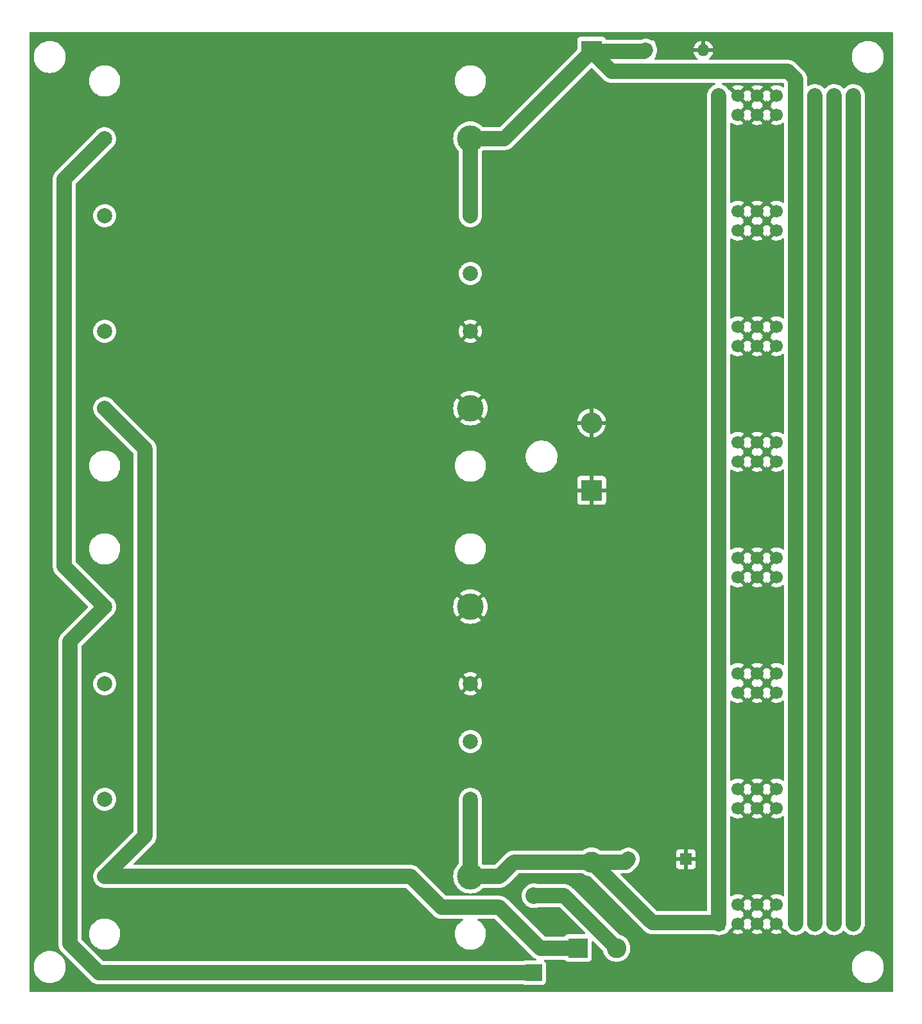
<source format=gtl>
%TF.GenerationSoftware,KiCad,Pcbnew,(6.0.0)*%
%TF.CreationDate,2022-06-27T07:24:41-07:00*%
%TF.ProjectId,pwr2,70777232-2e6b-4696-9361-645f70636258,rev?*%
%TF.SameCoordinates,Original*%
%TF.FileFunction,Copper,L1,Top*%
%TF.FilePolarity,Positive*%
%FSLAX46Y46*%
G04 Gerber Fmt 4.6, Leading zero omitted, Abs format (unit mm)*
G04 Created by KiCad (PCBNEW (6.0.0)) date 2022-06-27 07:24:41*
%MOMM*%
%LPD*%
G01*
G04 APERTURE LIST*
G04 Aperture macros list*
%AMRoundRect*
0 Rectangle with rounded corners*
0 $1 Rounding radius*
0 $2 $3 $4 $5 $6 $7 $8 $9 X,Y pos of 4 corners*
0 Add a 4 corners polygon primitive as box body*
4,1,4,$2,$3,$4,$5,$6,$7,$8,$9,$2,$3,0*
0 Add four circle primitives for the rounded corners*
1,1,$1+$1,$2,$3*
1,1,$1+$1,$4,$5*
1,1,$1+$1,$6,$7*
1,1,$1+$1,$8,$9*
0 Add four rect primitives between the rounded corners*
20,1,$1+$1,$2,$3,$4,$5,0*
20,1,$1+$1,$4,$5,$6,$7,0*
20,1,$1+$1,$6,$7,$8,$9,0*
20,1,$1+$1,$8,$9,$2,$3,0*%
G04 Aperture macros list end*
%TA.AperFunction,ComponentPad*%
%ADD10C,2.000000*%
%TD*%
%TA.AperFunction,ComponentPad*%
%ADD11C,3.500000*%
%TD*%
%TA.AperFunction,ComponentPad*%
%ADD12R,2.200000X2.200000*%
%TD*%
%TA.AperFunction,ComponentPad*%
%ADD13O,2.200000X2.200000*%
%TD*%
%TA.AperFunction,ComponentPad*%
%ADD14RoundRect,0.250000X0.600000X-0.600000X0.600000X0.600000X-0.600000X0.600000X-0.600000X-0.600000X0*%
%TD*%
%TA.AperFunction,ComponentPad*%
%ADD15C,1.700000*%
%TD*%
%TA.AperFunction,ComponentPad*%
%ADD16C,2.600000*%
%TD*%
%TA.AperFunction,ComponentPad*%
%ADD17R,2.600000X2.600000*%
%TD*%
%TA.AperFunction,ComponentPad*%
%ADD18R,2.800000X2.800000*%
%TD*%
%TA.AperFunction,ComponentPad*%
%ADD19O,2.800000X2.800000*%
%TD*%
%TA.AperFunction,ComponentPad*%
%ADD20R,1.600000X1.600000*%
%TD*%
%TA.AperFunction,ComponentPad*%
%ADD21O,1.600000X1.600000*%
%TD*%
%TA.AperFunction,Conductor*%
%ADD22C,2.000000*%
%TD*%
G04 APERTURE END LIST*
D10*
X67569000Y-106152000D03*
X67569000Y-116312000D03*
X67569000Y-131552000D03*
X67569000Y-141712000D03*
D11*
X115829000Y-141712000D03*
D10*
X115829000Y-131552000D03*
X115829000Y-123932000D03*
X115829000Y-116312000D03*
D11*
X115829000Y-106152000D03*
D10*
X67569000Y-44430000D03*
X67569000Y-54590000D03*
X67569000Y-69830000D03*
X67569000Y-79990000D03*
D11*
X115829000Y-79990000D03*
D10*
X115829000Y-69830000D03*
X115829000Y-62210000D03*
X115829000Y-54590000D03*
D11*
X115829000Y-44430000D03*
D12*
X124206000Y-154432000D03*
D13*
X124206000Y-144272000D03*
D14*
X148590000Y-147955000D03*
D15*
X148590000Y-145415000D03*
X151130000Y-147955000D03*
X151130000Y-145415000D03*
X153670000Y-147955000D03*
X153670000Y-145415000D03*
X156210000Y-147955000D03*
X156210000Y-145415000D03*
X158750000Y-147955000D03*
X158750000Y-145415000D03*
X161290000Y-147955000D03*
X161290000Y-145415000D03*
X163830000Y-147955000D03*
X163830000Y-145415000D03*
X166370000Y-147955000D03*
X166370000Y-145415000D03*
D14*
X148590000Y-117475000D03*
D15*
X148590000Y-114935000D03*
X151130000Y-117475000D03*
X151130000Y-114935000D03*
X153670000Y-117475000D03*
X153670000Y-114935000D03*
X156210000Y-117475000D03*
X156210000Y-114935000D03*
X158750000Y-117475000D03*
X158750000Y-114935000D03*
X161290000Y-117475000D03*
X161290000Y-114935000D03*
X163830000Y-117475000D03*
X163830000Y-114935000D03*
X166370000Y-117475000D03*
X166370000Y-114935000D03*
D16*
X135123000Y-151176000D03*
D17*
X130043000Y-151176000D03*
D14*
X148590000Y-71755000D03*
D15*
X148590000Y-69215000D03*
X151130000Y-71755000D03*
X151130000Y-69215000D03*
X153670000Y-71755000D03*
X153670000Y-69215000D03*
X156210000Y-71755000D03*
X156210000Y-69215000D03*
X158750000Y-71755000D03*
X158750000Y-69215000D03*
X161290000Y-71755000D03*
X161290000Y-69215000D03*
X163830000Y-71755000D03*
X163830000Y-69215000D03*
X166370000Y-71755000D03*
X166370000Y-69215000D03*
D18*
X131826000Y-90816000D03*
D19*
X131826000Y-139816000D03*
D20*
X144272000Y-139446000D03*
D21*
X136652000Y-139446000D03*
D20*
X138938000Y-32766000D03*
D21*
X146558000Y-32766000D03*
D18*
X131826000Y-32904000D03*
D19*
X131826000Y-81904000D03*
D14*
X148590000Y-132715000D03*
D15*
X148590000Y-130175000D03*
X151130000Y-132715000D03*
X151130000Y-130175000D03*
X153670000Y-132715000D03*
X153670000Y-130175000D03*
X156210000Y-132715000D03*
X156210000Y-130175000D03*
X158750000Y-132715000D03*
X158750000Y-130175000D03*
X161290000Y-132715000D03*
X161290000Y-130175000D03*
X163830000Y-132715000D03*
X163830000Y-130175000D03*
X166370000Y-132715000D03*
X166370000Y-130175000D03*
D14*
X148590000Y-56515000D03*
D15*
X148590000Y-53975000D03*
X151130000Y-56515000D03*
X151130000Y-53975000D03*
X153670000Y-56515000D03*
X153670000Y-53975000D03*
X156210000Y-56515000D03*
X156210000Y-53975000D03*
X158750000Y-56515000D03*
X158750000Y-53975000D03*
X161290000Y-56515000D03*
X161290000Y-53975000D03*
X163830000Y-56515000D03*
X163830000Y-53975000D03*
X166370000Y-56515000D03*
X166370000Y-53975000D03*
D14*
X148590000Y-102235000D03*
D15*
X148590000Y-99695000D03*
X151130000Y-102235000D03*
X151130000Y-99695000D03*
X153670000Y-102235000D03*
X153670000Y-99695000D03*
X156210000Y-102235000D03*
X156210000Y-99695000D03*
X158750000Y-102235000D03*
X158750000Y-99695000D03*
X161290000Y-102235000D03*
X161290000Y-99695000D03*
X163830000Y-102235000D03*
X163830000Y-99695000D03*
X166370000Y-102235000D03*
X166370000Y-99695000D03*
D14*
X148590000Y-41275000D03*
D15*
X148590000Y-38735000D03*
X151130000Y-41275000D03*
X151130000Y-38735000D03*
X153670000Y-41275000D03*
X153670000Y-38735000D03*
X156210000Y-41275000D03*
X156210000Y-38735000D03*
X158750000Y-41275000D03*
X158750000Y-38735000D03*
X161290000Y-41275000D03*
X161290000Y-38735000D03*
X163830000Y-41275000D03*
X163830000Y-38735000D03*
X166370000Y-41275000D03*
X166370000Y-38735000D03*
D14*
X148590000Y-86995000D03*
D15*
X148590000Y-84455000D03*
X151130000Y-86995000D03*
X151130000Y-84455000D03*
X153670000Y-86995000D03*
X153670000Y-84455000D03*
X156210000Y-86995000D03*
X156210000Y-84455000D03*
X158750000Y-86995000D03*
X158750000Y-84455000D03*
X161290000Y-86995000D03*
X161290000Y-84455000D03*
X163830000Y-86995000D03*
X163830000Y-84455000D03*
X166370000Y-86995000D03*
X166370000Y-84455000D03*
D22*
X125014000Y-151176000D02*
X130043000Y-151176000D01*
X119634000Y-145796000D02*
X125014000Y-151176000D01*
X107930000Y-141712000D02*
X112014000Y-145796000D01*
X112014000Y-145796000D02*
X119634000Y-145796000D01*
X67569000Y-141712000D02*
X107930000Y-141712000D01*
X62992000Y-110729000D02*
X67569000Y-106152000D01*
X62992000Y-150622000D02*
X62992000Y-110729000D01*
X66802000Y-154432000D02*
X62992000Y-150622000D01*
X124206000Y-154432000D02*
X66802000Y-154432000D01*
X134482000Y-35560000D02*
X131826000Y-32904000D01*
X157734000Y-35560000D02*
X134482000Y-35560000D01*
X158750000Y-36576000D02*
X157734000Y-35560000D01*
X158750000Y-38735000D02*
X158750000Y-36576000D01*
X138800000Y-32904000D02*
X138938000Y-32766000D01*
X131826000Y-32904000D02*
X138800000Y-32904000D01*
X148463000Y-147828000D02*
X148590000Y-147955000D01*
X131826000Y-139816000D02*
X139838000Y-147828000D01*
X139838000Y-147828000D02*
X148463000Y-147828000D01*
X136282000Y-139816000D02*
X136652000Y-139446000D01*
X131826000Y-139816000D02*
X136282000Y-139816000D01*
X124206000Y-144272000D02*
X128219000Y-144272000D01*
X128219000Y-144272000D02*
X135123000Y-151176000D01*
X121550000Y-139816000D02*
X131826000Y-139816000D01*
X119654000Y-141712000D02*
X121550000Y-139816000D01*
X115829000Y-141712000D02*
X119654000Y-141712000D01*
X120300000Y-44430000D02*
X131826000Y-32904000D01*
X115829000Y-44430000D02*
X120300000Y-44430000D01*
X115829000Y-44430000D02*
X115829000Y-54590000D01*
X115829000Y-141712000D02*
X115829000Y-131552000D01*
X72898000Y-136383000D02*
X67569000Y-141712000D01*
X72898000Y-85319000D02*
X72898000Y-136383000D01*
X67569000Y-79990000D02*
X72898000Y-85319000D01*
X62230000Y-49769000D02*
X62230000Y-100813000D01*
X62230000Y-100813000D02*
X67569000Y-106152000D01*
X67569000Y-44430000D02*
X62230000Y-49769000D01*
X158750000Y-114935000D02*
X158750000Y-102235000D01*
X158750000Y-145415000D02*
X158750000Y-132715000D01*
X158750000Y-84455000D02*
X158750000Y-86995000D01*
X158750000Y-56515000D02*
X158750000Y-38735000D01*
X158750000Y-147955000D02*
X158750000Y-145415000D01*
X158750000Y-99695000D02*
X158750000Y-86995000D01*
X158750000Y-130175000D02*
X158750000Y-117475000D01*
X158750000Y-84455000D02*
X158750000Y-71755000D01*
X158750000Y-69215000D02*
X158750000Y-56515000D01*
X158750000Y-130175000D02*
X158750000Y-132715000D01*
X158750000Y-99695000D02*
X158750000Y-102235000D01*
X158750000Y-114935000D02*
X158750000Y-117475000D01*
X158750000Y-69215000D02*
X158750000Y-71755000D01*
X148590000Y-86995000D02*
X148590000Y-99695000D01*
X148590000Y-99695000D02*
X148590000Y-102235000D01*
X148590000Y-102235000D02*
X148590000Y-114935000D01*
X148590000Y-53975000D02*
X148590000Y-56515000D01*
X148590000Y-56515000D02*
X148590000Y-69215000D01*
X148590000Y-84455000D02*
X148590000Y-86995000D01*
X148590000Y-130175000D02*
X148590000Y-132715000D01*
X148590000Y-53975000D02*
X148590000Y-38735000D01*
X148590000Y-69215000D02*
X148590000Y-71755000D01*
X148590000Y-132715000D02*
X148590000Y-145415000D01*
X148590000Y-71755000D02*
X148590000Y-84455000D01*
X148590000Y-147955000D02*
X148590000Y-145415000D01*
X148590000Y-114935000D02*
X148590000Y-117475000D01*
X148590000Y-117475000D02*
X148590000Y-130175000D01*
X161290000Y-84455000D02*
X161290000Y-86995000D01*
X161290000Y-71755000D02*
X161290000Y-84455000D01*
X161290000Y-117475000D02*
X161290000Y-130175000D01*
X161290000Y-56515000D02*
X161290000Y-69215000D01*
X161290000Y-132715000D02*
X161290000Y-145415000D01*
X161290000Y-114935000D02*
X161290000Y-117475000D01*
X161290000Y-147955000D02*
X161290000Y-145415000D01*
X161290000Y-102235000D02*
X161290000Y-114935000D01*
X161290000Y-130175000D02*
X161290000Y-132715000D01*
X161290000Y-99695000D02*
X161290000Y-102235000D01*
X161290000Y-56515000D02*
X161290000Y-38735000D01*
X161290000Y-86995000D02*
X161290000Y-99695000D01*
X161290000Y-69215000D02*
X161290000Y-71755000D01*
X163830000Y-84455000D02*
X163830000Y-86995000D01*
X163830000Y-102235000D02*
X163830000Y-114935000D01*
X163830000Y-117475000D02*
X163830000Y-130175000D01*
X163830000Y-114935000D02*
X163830000Y-117475000D01*
X163830000Y-56515000D02*
X163830000Y-69215000D01*
X163830000Y-71755000D02*
X163830000Y-84455000D01*
X163830000Y-145415000D02*
X163830000Y-147955000D01*
X163830000Y-99695000D02*
X163830000Y-102235000D01*
X163830000Y-56515000D02*
X163830000Y-38735000D01*
X163830000Y-132715000D02*
X163830000Y-145415000D01*
X163830000Y-69215000D02*
X163830000Y-71755000D01*
X163830000Y-130175000D02*
X163830000Y-132715000D01*
X163830000Y-86995000D02*
X163830000Y-99695000D01*
X166370000Y-132715000D02*
X166370000Y-130175000D01*
X166370000Y-56515000D02*
X166370000Y-38735000D01*
X166370000Y-145415000D02*
X166370000Y-147955000D01*
X166370000Y-71755000D02*
X166370000Y-84455000D01*
X166370000Y-117475000D02*
X166370000Y-114935000D01*
X166370000Y-71755000D02*
X166370000Y-69215000D01*
X166370000Y-117475000D02*
X166370000Y-130175000D01*
X166370000Y-132715000D02*
X166370000Y-145415000D01*
X166370000Y-102235000D02*
X166370000Y-99695000D01*
X166370000Y-86995000D02*
X166370000Y-99695000D01*
X166370000Y-102235000D02*
X166370000Y-114935000D01*
X166370000Y-69215000D02*
X166370000Y-56515000D01*
X166370000Y-84455000D02*
X166370000Y-86995000D01*
%TA.AperFunction,Conductor*%
G36*
X171519121Y-30373002D02*
G01*
X171565614Y-30426658D01*
X171577000Y-30479000D01*
X171577000Y-156846000D01*
X171556998Y-156914121D01*
X171503342Y-156960614D01*
X171451000Y-156972000D01*
X57784000Y-156972000D01*
X57715879Y-156951998D01*
X57669386Y-156898342D01*
X57658000Y-156846000D01*
X57658000Y-153802703D01*
X58215743Y-153802703D01*
X58253268Y-154087734D01*
X58329129Y-154365036D01*
X58441923Y-154629476D01*
X58589561Y-154876161D01*
X58769313Y-155100528D01*
X58977851Y-155298423D01*
X59211317Y-155466186D01*
X59215112Y-155468195D01*
X59215113Y-155468196D01*
X59236869Y-155479715D01*
X59465392Y-155600712D01*
X59486816Y-155608552D01*
X59616996Y-155656191D01*
X59735373Y-155699511D01*
X60016264Y-155760755D01*
X60044841Y-155763004D01*
X60239282Y-155778307D01*
X60239291Y-155778307D01*
X60241739Y-155778500D01*
X60397271Y-155778500D01*
X60399407Y-155778354D01*
X60399418Y-155778354D01*
X60607548Y-155764165D01*
X60607554Y-155764164D01*
X60611825Y-155763873D01*
X60616020Y-155763004D01*
X60616022Y-155763004D01*
X60888817Y-155706511D01*
X60893342Y-155705574D01*
X61164343Y-155609607D01*
X61419812Y-155477750D01*
X61423313Y-155475289D01*
X61423317Y-155475287D01*
X61537417Y-155395096D01*
X61655023Y-155312441D01*
X61865622Y-155116740D01*
X62047713Y-154894268D01*
X62197927Y-154649142D01*
X62313483Y-154385898D01*
X62392244Y-154109406D01*
X62432751Y-153824784D01*
X62432845Y-153806951D01*
X62434235Y-153541583D01*
X62434235Y-153541576D01*
X62434257Y-153537297D01*
X62396732Y-153252266D01*
X62320871Y-152974964D01*
X62284957Y-152890765D01*
X62209763Y-152714476D01*
X62209761Y-152714472D01*
X62208077Y-152710524D01*
X62106934Y-152541527D01*
X62062643Y-152467521D01*
X62062640Y-152467517D01*
X62060439Y-152463839D01*
X61880687Y-152239472D01*
X61672149Y-152041577D01*
X61438683Y-151873814D01*
X61416843Y-151862250D01*
X61292243Y-151796278D01*
X61184608Y-151739288D01*
X60957199Y-151656068D01*
X60918658Y-151641964D01*
X60918656Y-151641963D01*
X60914627Y-151640489D01*
X60633736Y-151579245D01*
X60602685Y-151576801D01*
X60410718Y-151561693D01*
X60410709Y-151561693D01*
X60408261Y-151561500D01*
X60252729Y-151561500D01*
X60250593Y-151561646D01*
X60250582Y-151561646D01*
X60042452Y-151575835D01*
X60042446Y-151575836D01*
X60038175Y-151576127D01*
X60033980Y-151576996D01*
X60033978Y-151576996D01*
X59897416Y-151605277D01*
X59756658Y-151634426D01*
X59485657Y-151730393D01*
X59230188Y-151862250D01*
X59226687Y-151864711D01*
X59226683Y-151864713D01*
X59216594Y-151871804D01*
X58994977Y-152027559D01*
X58784378Y-152223260D01*
X58602287Y-152445732D01*
X58452073Y-152690858D01*
X58450347Y-152694791D01*
X58450346Y-152694792D01*
X58366150Y-152886595D01*
X58336517Y-152954102D01*
X58335342Y-152958229D01*
X58335341Y-152958230D01*
X58331699Y-152971016D01*
X58257756Y-153230594D01*
X58217249Y-153515216D01*
X58217227Y-153519505D01*
X58217226Y-153519512D01*
X58215765Y-153798417D01*
X58215743Y-153802703D01*
X57658000Y-153802703D01*
X57658000Y-49795413D01*
X60716822Y-49795413D01*
X60717316Y-49800448D01*
X60720899Y-49836992D01*
X60721500Y-49849288D01*
X60721500Y-100788984D01*
X60721451Y-100792502D01*
X60720845Y-100814214D01*
X60718666Y-100892205D01*
X60727309Y-100956976D01*
X60729058Y-100970086D01*
X60729758Y-100976639D01*
X60736060Y-101054965D01*
X60743447Y-101085039D01*
X60743897Y-101086870D01*
X60746426Y-101100258D01*
X60750771Y-101132820D01*
X60752232Y-101137661D01*
X60752233Y-101137663D01*
X60773478Y-101208029D01*
X60775219Y-101214390D01*
X60793963Y-101290706D01*
X60795941Y-101295366D01*
X60806801Y-101320951D01*
X60811438Y-101333761D01*
X60820933Y-101365208D01*
X60823151Y-101369756D01*
X60823154Y-101369763D01*
X60855371Y-101435818D01*
X60858107Y-101441820D01*
X60874907Y-101481398D01*
X60888812Y-101514156D01*
X60891504Y-101518430D01*
X60906319Y-101541956D01*
X60912945Y-101553860D01*
X60927346Y-101583388D01*
X60930265Y-101587525D01*
X60930265Y-101587526D01*
X60972641Y-101647597D01*
X60976301Y-101653086D01*
X61018167Y-101719567D01*
X61021508Y-101723356D01*
X61021512Y-101723362D01*
X61039898Y-101744217D01*
X61048344Y-101754912D01*
X61067274Y-101781747D01*
X61086909Y-101803250D01*
X61126625Y-101842966D01*
X61132044Y-101848736D01*
X61175350Y-101897858D01*
X61175353Y-101897861D01*
X61178698Y-101901655D01*
X61182612Y-101904870D01*
X61182613Y-101904871D01*
X61210987Y-101928178D01*
X61220107Y-101936448D01*
X65346564Y-106062905D01*
X65380590Y-106125217D01*
X65375525Y-106196032D01*
X65346564Y-106241095D01*
X61942334Y-109645325D01*
X61939812Y-109647779D01*
X61867319Y-109716332D01*
X61864252Y-109720344D01*
X61819592Y-109778757D01*
X61815448Y-109783892D01*
X61764530Y-109843720D01*
X61761911Y-109848045D01*
X61761907Y-109848050D01*
X61747509Y-109871824D01*
X61739837Y-109883071D01*
X61719880Y-109909174D01*
X61717490Y-109913632D01*
X61717489Y-109913633D01*
X61682761Y-109978401D01*
X61679496Y-109984126D01*
X61638779Y-110051358D01*
X61636884Y-110056049D01*
X61626473Y-110081817D01*
X61620693Y-110094158D01*
X61605169Y-110123109D01*
X61603523Y-110127890D01*
X61603521Y-110127894D01*
X61579588Y-110197401D01*
X61577278Y-110203579D01*
X61547845Y-110276429D01*
X61546723Y-110281368D01*
X61540568Y-110308460D01*
X61536837Y-110321559D01*
X61526138Y-110352631D01*
X61512757Y-110430100D01*
X61511477Y-110436504D01*
X61494065Y-110513144D01*
X61492001Y-110545953D01*
X61490415Y-110559453D01*
X61484821Y-110591836D01*
X61483500Y-110620925D01*
X61483500Y-110677108D01*
X61483251Y-110685019D01*
X61478822Y-110755413D01*
X61479316Y-110760448D01*
X61482899Y-110796992D01*
X61483500Y-110809288D01*
X61483500Y-150597984D01*
X61483451Y-150601502D01*
X61480666Y-150701205D01*
X61481335Y-150706219D01*
X61491058Y-150779086D01*
X61491758Y-150785639D01*
X61498060Y-150863965D01*
X61505897Y-150895870D01*
X61508426Y-150909258D01*
X61512771Y-150941820D01*
X61514232Y-150946661D01*
X61514233Y-150946663D01*
X61535478Y-151017029D01*
X61537219Y-151023390D01*
X61555963Y-151099706D01*
X61557941Y-151104366D01*
X61568801Y-151129951D01*
X61573438Y-151142761D01*
X61582933Y-151174208D01*
X61585151Y-151178756D01*
X61585154Y-151178763D01*
X61617371Y-151244818D01*
X61620107Y-151250820D01*
X61627297Y-151267758D01*
X61650812Y-151323156D01*
X61653504Y-151327430D01*
X61668319Y-151350956D01*
X61674945Y-151362860D01*
X61689346Y-151392388D01*
X61692265Y-151396525D01*
X61692265Y-151396526D01*
X61734641Y-151456597D01*
X61738301Y-151462086D01*
X61777471Y-151524286D01*
X61780167Y-151528567D01*
X61783508Y-151532356D01*
X61783512Y-151532362D01*
X61801898Y-151553217D01*
X61810344Y-151563912D01*
X61829274Y-151590747D01*
X61848909Y-151612250D01*
X61888625Y-151651966D01*
X61894044Y-151657736D01*
X61937350Y-151706858D01*
X61937353Y-151706861D01*
X61940698Y-151710655D01*
X61944606Y-151713865D01*
X61944607Y-151713866D01*
X61972989Y-151737179D01*
X61982108Y-151745449D01*
X65718325Y-155481666D01*
X65720779Y-155484188D01*
X65789332Y-155556681D01*
X65846923Y-155600712D01*
X65851757Y-155604408D01*
X65856892Y-155608552D01*
X65887334Y-155634460D01*
X65916720Y-155659470D01*
X65921045Y-155662089D01*
X65921050Y-155662093D01*
X65944824Y-155676491D01*
X65956071Y-155684163D01*
X65982174Y-155704120D01*
X65986632Y-155706510D01*
X65986633Y-155706511D01*
X66051401Y-155741239D01*
X66057126Y-155744504D01*
X66124358Y-155785221D01*
X66129047Y-155787116D01*
X66129054Y-155787119D01*
X66154828Y-155797533D01*
X66167164Y-155803312D01*
X66191649Y-155816440D01*
X66191653Y-155816442D01*
X66196109Y-155818831D01*
X66200891Y-155820478D01*
X66200892Y-155820478D01*
X66270381Y-155844405D01*
X66276551Y-155846711D01*
X66312461Y-155861220D01*
X66344743Y-155874263D01*
X66344746Y-155874264D01*
X66349429Y-155876156D01*
X66376191Y-155882236D01*
X66381471Y-155883436D01*
X66394575Y-155887169D01*
X66425631Y-155897862D01*
X66430611Y-155898722D01*
X66430622Y-155898725D01*
X66503065Y-155911238D01*
X66509533Y-155912530D01*
X66581212Y-155928815D01*
X66581221Y-155928816D01*
X66586145Y-155929935D01*
X66618951Y-155931999D01*
X66632455Y-155933586D01*
X66654683Y-155937425D01*
X66660933Y-155938505D01*
X66660936Y-155938505D01*
X66664836Y-155939179D01*
X66668793Y-155939359D01*
X66668796Y-155939359D01*
X66692506Y-155940436D01*
X66692525Y-155940436D01*
X66693925Y-155940500D01*
X66750108Y-155940500D01*
X66758019Y-155940749D01*
X66828413Y-155945178D01*
X66869993Y-155941101D01*
X66882289Y-155940500D01*
X122761126Y-155940500D01*
X122829247Y-155960502D01*
X122836673Y-155965661D01*
X122859295Y-155982615D01*
X122995684Y-156033745D01*
X123057866Y-156040500D01*
X125354134Y-156040500D01*
X125416316Y-156033745D01*
X125552705Y-155982615D01*
X125669261Y-155895261D01*
X125756615Y-155778705D01*
X125807745Y-155642316D01*
X125814500Y-155580134D01*
X125814500Y-153802703D01*
X166165743Y-153802703D01*
X166203268Y-154087734D01*
X166279129Y-154365036D01*
X166391923Y-154629476D01*
X166539561Y-154876161D01*
X166719313Y-155100528D01*
X166927851Y-155298423D01*
X167161317Y-155466186D01*
X167165112Y-155468195D01*
X167165113Y-155468196D01*
X167186869Y-155479715D01*
X167415392Y-155600712D01*
X167436816Y-155608552D01*
X167566996Y-155656191D01*
X167685373Y-155699511D01*
X167966264Y-155760755D01*
X167994841Y-155763004D01*
X168189282Y-155778307D01*
X168189291Y-155778307D01*
X168191739Y-155778500D01*
X168347271Y-155778500D01*
X168349407Y-155778354D01*
X168349418Y-155778354D01*
X168557548Y-155764165D01*
X168557554Y-155764164D01*
X168561825Y-155763873D01*
X168566020Y-155763004D01*
X168566022Y-155763004D01*
X168838817Y-155706511D01*
X168843342Y-155705574D01*
X169114343Y-155609607D01*
X169369812Y-155477750D01*
X169373313Y-155475289D01*
X169373317Y-155475287D01*
X169487417Y-155395096D01*
X169605023Y-155312441D01*
X169815622Y-155116740D01*
X169997713Y-154894268D01*
X170147927Y-154649142D01*
X170263483Y-154385898D01*
X170342244Y-154109406D01*
X170382751Y-153824784D01*
X170382845Y-153806951D01*
X170384235Y-153541583D01*
X170384235Y-153541576D01*
X170384257Y-153537297D01*
X170346732Y-153252266D01*
X170270871Y-152974964D01*
X170234957Y-152890765D01*
X170159763Y-152714476D01*
X170159761Y-152714472D01*
X170158077Y-152710524D01*
X170056934Y-152541527D01*
X170012643Y-152467521D01*
X170012640Y-152467517D01*
X170010439Y-152463839D01*
X169830687Y-152239472D01*
X169622149Y-152041577D01*
X169388683Y-151873814D01*
X169366843Y-151862250D01*
X169242243Y-151796278D01*
X169134608Y-151739288D01*
X168907199Y-151656068D01*
X168868658Y-151641964D01*
X168868656Y-151641963D01*
X168864627Y-151640489D01*
X168583736Y-151579245D01*
X168552685Y-151576801D01*
X168360718Y-151561693D01*
X168360709Y-151561693D01*
X168358261Y-151561500D01*
X168202729Y-151561500D01*
X168200593Y-151561646D01*
X168200582Y-151561646D01*
X167992452Y-151575835D01*
X167992446Y-151575836D01*
X167988175Y-151576127D01*
X167983980Y-151576996D01*
X167983978Y-151576996D01*
X167847416Y-151605277D01*
X167706658Y-151634426D01*
X167435657Y-151730393D01*
X167180188Y-151862250D01*
X167176687Y-151864711D01*
X167176683Y-151864713D01*
X167166594Y-151871804D01*
X166944977Y-152027559D01*
X166734378Y-152223260D01*
X166552287Y-152445732D01*
X166402073Y-152690858D01*
X166400347Y-152694791D01*
X166400346Y-152694792D01*
X166316150Y-152886595D01*
X166286517Y-152954102D01*
X166285342Y-152958229D01*
X166285341Y-152958230D01*
X166281699Y-152971016D01*
X166207756Y-153230594D01*
X166167249Y-153515216D01*
X166167227Y-153519505D01*
X166167226Y-153519512D01*
X166165765Y-153798417D01*
X166165743Y-153802703D01*
X125814500Y-153802703D01*
X125814500Y-153283866D01*
X125807745Y-153221684D01*
X125756615Y-153085295D01*
X125669261Y-152968739D01*
X125592655Y-152911326D01*
X125550140Y-152854467D01*
X125545114Y-152783648D01*
X125579174Y-152721355D01*
X125641505Y-152687365D01*
X125668220Y-152684500D01*
X128200725Y-152684500D01*
X128268846Y-152704502D01*
X128301551Y-152734935D01*
X128379739Y-152839261D01*
X128496295Y-152926615D01*
X128632684Y-152977745D01*
X128694866Y-152984500D01*
X131391134Y-152984500D01*
X131453316Y-152977745D01*
X131589705Y-152926615D01*
X131706261Y-152839261D01*
X131793615Y-152722705D01*
X131844745Y-152586316D01*
X131851500Y-152524134D01*
X131851500Y-150342031D01*
X131871502Y-150273910D01*
X131925158Y-150227417D01*
X131995432Y-150217313D01*
X132060012Y-150246807D01*
X132066595Y-150252936D01*
X133323797Y-151510138D01*
X133358280Y-151574651D01*
X133361482Y-151590747D01*
X133371377Y-151640489D01*
X133375388Y-151660656D01*
X133376967Y-151665054D01*
X133376969Y-151665061D01*
X133422464Y-151791775D01*
X133466220Y-151913646D01*
X133468432Y-151917762D01*
X133468433Y-151917765D01*
X133532555Y-152037100D01*
X133593450Y-152150431D01*
X133596241Y-152154168D01*
X133596245Y-152154175D01*
X133677887Y-152263506D01*
X133754281Y-152365810D01*
X133757590Y-152369090D01*
X133757595Y-152369096D01*
X133921036Y-152531116D01*
X133945180Y-152555050D01*
X133948942Y-152557808D01*
X133948945Y-152557811D01*
X134125635Y-152687365D01*
X134161954Y-152713995D01*
X134166089Y-152716171D01*
X134166093Y-152716173D01*
X134388198Y-152833029D01*
X134399840Y-152839154D01*
X134443690Y-152854467D01*
X134640438Y-152923174D01*
X134653613Y-152927775D01*
X134658206Y-152928647D01*
X134913109Y-152977042D01*
X134913112Y-152977042D01*
X134917698Y-152977913D01*
X135045370Y-152982929D01*
X135181625Y-152988283D01*
X135181630Y-152988283D01*
X135186293Y-152988466D01*
X135290607Y-152977042D01*
X135448844Y-152959713D01*
X135448850Y-152959712D01*
X135453497Y-152959203D01*
X135565302Y-152929767D01*
X135708918Y-152891956D01*
X135708920Y-152891955D01*
X135713441Y-152890765D01*
X135820795Y-152844642D01*
X135956120Y-152786502D01*
X135956122Y-152786501D01*
X135960414Y-152784657D01*
X136089943Y-152704502D01*
X136185017Y-152645669D01*
X136185021Y-152645666D01*
X136188990Y-152643210D01*
X136394149Y-152469530D01*
X136571382Y-152267434D01*
X136591264Y-152236525D01*
X136714269Y-152045291D01*
X136716797Y-152041361D01*
X136827199Y-151796278D01*
X136864206Y-151665061D01*
X136898893Y-151542072D01*
X136898894Y-151542069D01*
X136900163Y-151537568D01*
X136918106Y-151396526D01*
X136933688Y-151274045D01*
X136933688Y-151274041D01*
X136934086Y-151270915D01*
X136934230Y-151265434D01*
X136935477Y-151217779D01*
X136936571Y-151176000D01*
X136916650Y-150907937D01*
X136906927Y-150864966D01*
X136858361Y-150650331D01*
X136858360Y-150650326D01*
X136857327Y-150645763D01*
X136759902Y-150395238D01*
X136626518Y-150161864D01*
X136605497Y-150135198D01*
X136542931Y-150055834D01*
X136460105Y-149950769D01*
X136264317Y-149766591D01*
X136043457Y-149613374D01*
X136039264Y-149611306D01*
X135806564Y-149496551D01*
X135806561Y-149496550D01*
X135802376Y-149494486D01*
X135718372Y-149467596D01*
X135550815Y-149413961D01*
X135550817Y-149413961D01*
X135546370Y-149412538D01*
X135541766Y-149411788D01*
X135541761Y-149411787D01*
X135522582Y-149408664D01*
X135453738Y-149373397D01*
X129302675Y-143222334D01*
X129300221Y-143219812D01*
X129235138Y-143150988D01*
X129235135Y-143150986D01*
X129231668Y-143147319D01*
X129169239Y-143099589D01*
X129164108Y-143095448D01*
X129108133Y-143047809D01*
X129108132Y-143047808D01*
X129104280Y-143044530D01*
X129099955Y-143041911D01*
X129099950Y-143041907D01*
X129076176Y-143027509D01*
X129064929Y-143019837D01*
X129038826Y-142999880D01*
X128969592Y-142962757D01*
X128963868Y-142959493D01*
X128896642Y-142918779D01*
X128866181Y-142906472D01*
X128853841Y-142900692D01*
X128829350Y-142887560D01*
X128829351Y-142887560D01*
X128824891Y-142885169D01*
X128820110Y-142883523D01*
X128820106Y-142883521D01*
X128750599Y-142859588D01*
X128744421Y-142857278D01*
X128676266Y-142829742D01*
X128676267Y-142829742D01*
X128671571Y-142827845D01*
X128639539Y-142820568D01*
X128626441Y-142816837D01*
X128595369Y-142806138D01*
X128517900Y-142792757D01*
X128511496Y-142791477D01*
X128434856Y-142774065D01*
X128402047Y-142772001D01*
X128388547Y-142770415D01*
X128356164Y-142764821D01*
X128352207Y-142764641D01*
X128352204Y-142764641D01*
X128328494Y-142763564D01*
X128328475Y-142763564D01*
X128327075Y-142763500D01*
X128270892Y-142763500D01*
X128262980Y-142763251D01*
X128257386Y-142762899D01*
X128192587Y-142758822D01*
X128153545Y-142762650D01*
X128151008Y-142762899D01*
X128138712Y-142763500D01*
X124792436Y-142763500D01*
X124744218Y-142753909D01*
X124709164Y-142739389D01*
X124709162Y-142739388D01*
X124704591Y-142737495D01*
X124619968Y-142717179D01*
X124463216Y-142679546D01*
X124463210Y-142679545D01*
X124458403Y-142678391D01*
X124206000Y-142658526D01*
X123953597Y-142678391D01*
X123948790Y-142679545D01*
X123948784Y-142679546D01*
X123792032Y-142717179D01*
X123707409Y-142737495D01*
X123702838Y-142739388D01*
X123702836Y-142739389D01*
X123478072Y-142832489D01*
X123478068Y-142832491D01*
X123473498Y-142834384D01*
X123257624Y-142966672D01*
X123065102Y-143131102D01*
X122900672Y-143323624D01*
X122768384Y-143539498D01*
X122766491Y-143544068D01*
X122766489Y-143544072D01*
X122673389Y-143768836D01*
X122671495Y-143773409D01*
X122651179Y-143858032D01*
X122623015Y-143975346D01*
X122612391Y-144019597D01*
X122592526Y-144272000D01*
X122612391Y-144524403D01*
X122613545Y-144529210D01*
X122613546Y-144529216D01*
X122636204Y-144623592D01*
X122671495Y-144770591D01*
X122768384Y-145004502D01*
X122900672Y-145220376D01*
X123065102Y-145412898D01*
X123068858Y-145416106D01*
X123071035Y-145417965D01*
X123257624Y-145577328D01*
X123473498Y-145709616D01*
X123478068Y-145711509D01*
X123478072Y-145711511D01*
X123667782Y-145790091D01*
X123707409Y-145806505D01*
X123792032Y-145826821D01*
X123948784Y-145864454D01*
X123948790Y-145864455D01*
X123953597Y-145865609D01*
X124206000Y-145885474D01*
X124458403Y-145865609D01*
X124463210Y-145864455D01*
X124463216Y-145864454D01*
X124619968Y-145826821D01*
X124704591Y-145806505D01*
X124744218Y-145790091D01*
X124792436Y-145780500D01*
X127541969Y-145780500D01*
X127610090Y-145800502D01*
X127631064Y-145817405D01*
X130966064Y-149152405D01*
X131000090Y-149214717D01*
X130995025Y-149285532D01*
X130952478Y-149342368D01*
X130885958Y-149367179D01*
X130876969Y-149367500D01*
X128694866Y-149367500D01*
X128632684Y-149374255D01*
X128496295Y-149425385D01*
X128379739Y-149512739D01*
X128342180Y-149562854D01*
X128301551Y-149617065D01*
X128244692Y-149659580D01*
X128200725Y-149667500D01*
X125691031Y-149667500D01*
X125622910Y-149647498D01*
X125601936Y-149630595D01*
X120717675Y-144746334D01*
X120715221Y-144743812D01*
X120650138Y-144674988D01*
X120650135Y-144674986D01*
X120646668Y-144671319D01*
X120584239Y-144623589D01*
X120579108Y-144619448D01*
X120523133Y-144571809D01*
X120523132Y-144571808D01*
X120519280Y-144568530D01*
X120514955Y-144565911D01*
X120514950Y-144565907D01*
X120491176Y-144551509D01*
X120479929Y-144543837D01*
X120453826Y-144523880D01*
X120384592Y-144486757D01*
X120378868Y-144483493D01*
X120315966Y-144445398D01*
X120311642Y-144442779D01*
X120281181Y-144430472D01*
X120268841Y-144424692D01*
X120244350Y-144411560D01*
X120244351Y-144411560D01*
X120239891Y-144409169D01*
X120235110Y-144407523D01*
X120235106Y-144407521D01*
X120165599Y-144383588D01*
X120159421Y-144381278D01*
X120091266Y-144353742D01*
X120091267Y-144353742D01*
X120086571Y-144351845D01*
X120054539Y-144344568D01*
X120041441Y-144340837D01*
X120010369Y-144330138D01*
X119932900Y-144316757D01*
X119926496Y-144315477D01*
X119862520Y-144300942D01*
X119854786Y-144299185D01*
X119854785Y-144299185D01*
X119849856Y-144298065D01*
X119817047Y-144296001D01*
X119803547Y-144294415D01*
X119771164Y-144288821D01*
X119767207Y-144288641D01*
X119767204Y-144288641D01*
X119743494Y-144287564D01*
X119743475Y-144287564D01*
X119742075Y-144287500D01*
X119685892Y-144287500D01*
X119677980Y-144287251D01*
X119672386Y-144286899D01*
X119607587Y-144282822D01*
X119568545Y-144286650D01*
X119566008Y-144286899D01*
X119553712Y-144287500D01*
X112691031Y-144287500D01*
X112622910Y-144267498D01*
X112601936Y-144250595D01*
X110063341Y-141712000D01*
X113565654Y-141712000D01*
X113565924Y-141716119D01*
X113584266Y-141995966D01*
X113585017Y-142007426D01*
X113585819Y-142011459D01*
X113585820Y-142011465D01*
X113629275Y-142229924D01*
X113642776Y-142297797D01*
X113644103Y-142301706D01*
X113644104Y-142301710D01*
X113688276Y-142431836D01*
X113737941Y-142578145D01*
X113799852Y-142703687D01*
X113863370Y-142832489D01*
X113868885Y-142843673D01*
X113871179Y-142847106D01*
X114030520Y-143085577D01*
X114033367Y-143089838D01*
X114036081Y-143092932D01*
X114036085Y-143092938D01*
X114165496Y-143240502D01*
X114228573Y-143312427D01*
X114231662Y-143315136D01*
X114448062Y-143504915D01*
X114448068Y-143504919D01*
X114451162Y-143507633D01*
X114454588Y-143509922D01*
X114454593Y-143509926D01*
X114638405Y-143632744D01*
X114697327Y-143672115D01*
X114701026Y-143673939D01*
X114701031Y-143673942D01*
X114837313Y-143741148D01*
X114962855Y-143803059D01*
X114966760Y-143804384D01*
X114966761Y-143804385D01*
X115239290Y-143896896D01*
X115239294Y-143896897D01*
X115243203Y-143898224D01*
X115247247Y-143899028D01*
X115247253Y-143899030D01*
X115529535Y-143955180D01*
X115529541Y-143955181D01*
X115533574Y-143955983D01*
X115537679Y-143956252D01*
X115537686Y-143956253D01*
X115824881Y-143975076D01*
X115829000Y-143975346D01*
X115833119Y-143975076D01*
X116120314Y-143956253D01*
X116120321Y-143956252D01*
X116124426Y-143955983D01*
X116128459Y-143955181D01*
X116128465Y-143955180D01*
X116410747Y-143899030D01*
X116410753Y-143899028D01*
X116414797Y-143898224D01*
X116418706Y-143896897D01*
X116418710Y-143896896D01*
X116691239Y-143804385D01*
X116691240Y-143804384D01*
X116695145Y-143803059D01*
X116820687Y-143741148D01*
X116956969Y-143673942D01*
X116956974Y-143673939D01*
X116960673Y-143672115D01*
X117019595Y-143632744D01*
X117203407Y-143509926D01*
X117203412Y-143509922D01*
X117206838Y-143507633D01*
X117209932Y-143504919D01*
X117209938Y-143504915D01*
X117426338Y-143315136D01*
X117429427Y-143312427D01*
X117432136Y-143309338D01*
X117432143Y-143309331D01*
X117472403Y-143263423D01*
X117532356Y-143225395D01*
X117567135Y-143220500D01*
X119629984Y-143220500D01*
X119633502Y-143220549D01*
X119728150Y-143223193D01*
X119728153Y-143223193D01*
X119733205Y-143223334D01*
X119811098Y-143212941D01*
X119817639Y-143212242D01*
X119846332Y-143209933D01*
X119890923Y-143206346D01*
X119890927Y-143206345D01*
X119895965Y-143205940D01*
X119927878Y-143198101D01*
X119941258Y-143195574D01*
X119973820Y-143191229D01*
X119978661Y-143189768D01*
X119978663Y-143189767D01*
X120049029Y-143168522D01*
X120055392Y-143166781D01*
X120131706Y-143148037D01*
X120161952Y-143135199D01*
X120174763Y-143130561D01*
X120206208Y-143121067D01*
X120210756Y-143118849D01*
X120210763Y-143118846D01*
X120276818Y-143086629D01*
X120282820Y-143083893D01*
X120344632Y-143057655D01*
X120355156Y-143053188D01*
X120382956Y-143035681D01*
X120394860Y-143029055D01*
X120424388Y-143014654D01*
X120488600Y-142969357D01*
X120494086Y-142965699D01*
X120556286Y-142926529D01*
X120556287Y-142926528D01*
X120560567Y-142923833D01*
X120564356Y-142920492D01*
X120564362Y-142920488D01*
X120585217Y-142902102D01*
X120595912Y-142893656D01*
X120598863Y-142891574D01*
X120622747Y-142874726D01*
X120639325Y-142859588D01*
X120643187Y-142856062D01*
X120643195Y-142856054D01*
X120644250Y-142855091D01*
X120683966Y-142815375D01*
X120689736Y-142809956D01*
X120738858Y-142766650D01*
X120738861Y-142766647D01*
X120742655Y-142763302D01*
X120750371Y-142753909D01*
X120769179Y-142731011D01*
X120777449Y-142721892D01*
X122137936Y-141361405D01*
X122200248Y-141327379D01*
X122227031Y-141324500D01*
X130611070Y-141324500D01*
X130679191Y-141344502D01*
X130690620Y-141352787D01*
X130722342Y-141378613D01*
X130722346Y-141378616D01*
X130725799Y-141381427D01*
X130729621Y-141383728D01*
X130873709Y-141470476D01*
X130957346Y-141520830D01*
X130961441Y-141522564D01*
X130961443Y-141522565D01*
X131202124Y-141624480D01*
X131202131Y-141624482D01*
X131206225Y-141626216D01*
X131302358Y-141651705D01*
X131463172Y-141694345D01*
X131463177Y-141694346D01*
X131467469Y-141695484D01*
X131471878Y-141696006D01*
X131471884Y-141696007D01*
X131542807Y-141704401D01*
X131608104Y-141732272D01*
X131617092Y-141740433D01*
X138754325Y-148877666D01*
X138756779Y-148880188D01*
X138825332Y-148952681D01*
X138849486Y-148971148D01*
X138887757Y-149000408D01*
X138892892Y-149004552D01*
X138948696Y-149052045D01*
X138952720Y-149055470D01*
X138957045Y-149058089D01*
X138957050Y-149058093D01*
X138980824Y-149072491D01*
X138992071Y-149080163D01*
X139018174Y-149100120D01*
X139082211Y-149134456D01*
X139087401Y-149137239D01*
X139093126Y-149140504D01*
X139160358Y-149181221D01*
X139171516Y-149185729D01*
X139190817Y-149193527D01*
X139203158Y-149199307D01*
X139232109Y-149214831D01*
X139236890Y-149216477D01*
X139236894Y-149216479D01*
X139306401Y-149240412D01*
X139312579Y-149242722D01*
X139359559Y-149261703D01*
X139385429Y-149272155D01*
X139390369Y-149273277D01*
X139390368Y-149273277D01*
X139417460Y-149279432D01*
X139430559Y-149283163D01*
X139461631Y-149293862D01*
X139539100Y-149307243D01*
X139545504Y-149308523D01*
X139622144Y-149325935D01*
X139654953Y-149327999D01*
X139668453Y-149329585D01*
X139700836Y-149335179D01*
X139704793Y-149335359D01*
X139704796Y-149335359D01*
X139728506Y-149336436D01*
X139728525Y-149336436D01*
X139729925Y-149336500D01*
X139786108Y-149336500D01*
X139794019Y-149336749D01*
X139864413Y-149341178D01*
X139905992Y-149337101D01*
X139918288Y-149336500D01*
X147956123Y-149336500D01*
X148001278Y-149344869D01*
X148032233Y-149356752D01*
X148036079Y-149358228D01*
X148038104Y-149359026D01*
X148137429Y-149399155D01*
X148142372Y-149400278D01*
X148147194Y-149401789D01*
X148147189Y-149401805D01*
X148153119Y-149403607D01*
X148153124Y-149403590D01*
X148157967Y-149405015D01*
X148162702Y-149406833D01*
X148257749Y-149426690D01*
X148267524Y-149428732D01*
X148269671Y-149429200D01*
X148374144Y-149452935D01*
X148379189Y-149453253D01*
X148384201Y-149453975D01*
X148384199Y-149453990D01*
X148390346Y-149454822D01*
X148390348Y-149454805D01*
X148395362Y-149455438D01*
X148400320Y-149456474D01*
X148405379Y-149456704D01*
X148405381Y-149456704D01*
X148443557Y-149458438D01*
X148507330Y-149461334D01*
X148509464Y-149461449D01*
X148598916Y-149467077D01*
X148611357Y-149467860D01*
X148616412Y-149468178D01*
X148621450Y-149467684D01*
X148626509Y-149467596D01*
X148626509Y-149467613D01*
X148632704Y-149467450D01*
X148632703Y-149467434D01*
X148637769Y-149467257D01*
X148642817Y-149467486D01*
X148647837Y-149466905D01*
X148647841Y-149466905D01*
X148749187Y-149455179D01*
X148751372Y-149454945D01*
X148799334Y-149450242D01*
X148858002Y-149444489D01*
X148862891Y-149443197D01*
X148867872Y-149442301D01*
X148867875Y-149442317D01*
X148873964Y-149441167D01*
X148873961Y-149441151D01*
X148878932Y-149440166D01*
X148883956Y-149439585D01*
X148986961Y-149410437D01*
X148989084Y-149409856D01*
X149012800Y-149403590D01*
X149092696Y-149382481D01*
X149097320Y-149380422D01*
X149102091Y-149378742D01*
X149102097Y-149378759D01*
X149107926Y-149376648D01*
X149107920Y-149376631D01*
X149112657Y-149374869D01*
X149117532Y-149373490D01*
X149214661Y-149328198D01*
X149216642Y-149327296D01*
X149222214Y-149324815D01*
X149231514Y-149320675D01*
X149269758Y-149310454D01*
X149346166Y-149302526D01*
X149513946Y-149246550D01*
X149664348Y-149153478D01*
X149737845Y-149079853D01*
X150369977Y-149079853D01*
X150375258Y-149086907D01*
X150536756Y-149181279D01*
X150546042Y-149185729D01*
X150745001Y-149261703D01*
X150754899Y-149264579D01*
X150963595Y-149307038D01*
X150973823Y-149308257D01*
X151186650Y-149316062D01*
X151196936Y-149315595D01*
X151408185Y-149288534D01*
X151418262Y-149286392D01*
X151622255Y-149225191D01*
X151631842Y-149221433D01*
X151823098Y-149127738D01*
X151831944Y-149122465D01*
X151879247Y-149088723D01*
X151886211Y-149079853D01*
X152909977Y-149079853D01*
X152915258Y-149086907D01*
X153076756Y-149181279D01*
X153086042Y-149185729D01*
X153285001Y-149261703D01*
X153294899Y-149264579D01*
X153503595Y-149307038D01*
X153513823Y-149308257D01*
X153726650Y-149316062D01*
X153736936Y-149315595D01*
X153948185Y-149288534D01*
X153958262Y-149286392D01*
X154162255Y-149225191D01*
X154171842Y-149221433D01*
X154363098Y-149127738D01*
X154371944Y-149122465D01*
X154419247Y-149088723D01*
X154426211Y-149079853D01*
X155449977Y-149079853D01*
X155455258Y-149086907D01*
X155616756Y-149181279D01*
X155626042Y-149185729D01*
X155825001Y-149261703D01*
X155834899Y-149264579D01*
X156043595Y-149307038D01*
X156053823Y-149308257D01*
X156266650Y-149316062D01*
X156276936Y-149315595D01*
X156488185Y-149288534D01*
X156498262Y-149286392D01*
X156702255Y-149225191D01*
X156711842Y-149221433D01*
X156903098Y-149127738D01*
X156911944Y-149122465D01*
X156959247Y-149088723D01*
X156967648Y-149078023D01*
X156960660Y-149064870D01*
X156222812Y-148327022D01*
X156208868Y-148319408D01*
X156207035Y-148319539D01*
X156200420Y-148323790D01*
X155456737Y-149067473D01*
X155449977Y-149079853D01*
X154426211Y-149079853D01*
X154427648Y-149078023D01*
X154420660Y-149064870D01*
X153682812Y-148327022D01*
X153668868Y-148319408D01*
X153667035Y-148319539D01*
X153660420Y-148323790D01*
X152916737Y-149067473D01*
X152909977Y-149079853D01*
X151886211Y-149079853D01*
X151887648Y-149078023D01*
X151880660Y-149064870D01*
X151142812Y-148327022D01*
X151128868Y-148319408D01*
X151127035Y-148319539D01*
X151120420Y-148323790D01*
X150376737Y-149067473D01*
X150369977Y-149079853D01*
X149737845Y-149079853D01*
X149789305Y-149028303D01*
X149793146Y-149022072D01*
X149878275Y-148883968D01*
X149878276Y-148883966D01*
X149882115Y-148877738D01*
X149906913Y-148802975D01*
X149947342Y-148744616D01*
X149976630Y-148726934D01*
X150015694Y-148710096D01*
X150769658Y-147956132D01*
X151494408Y-147956132D01*
X151494539Y-147957965D01*
X151498790Y-147964580D01*
X152240474Y-148706264D01*
X152252484Y-148712823D01*
X152264223Y-148703855D01*
X152298022Y-148656819D01*
X152299149Y-148657629D01*
X152346659Y-148613881D01*
X152416596Y-148601661D01*
X152482038Y-148629191D01*
X152509870Y-148661029D01*
X152536459Y-148704419D01*
X152546916Y-148713880D01*
X152555694Y-148710096D01*
X153297978Y-147967812D01*
X153304356Y-147956132D01*
X154034408Y-147956132D01*
X154034539Y-147957965D01*
X154038790Y-147964580D01*
X154780474Y-148706264D01*
X154792484Y-148712823D01*
X154804223Y-148703855D01*
X154838022Y-148656819D01*
X154839149Y-148657629D01*
X154886659Y-148613881D01*
X154956596Y-148601661D01*
X155022038Y-148629191D01*
X155049870Y-148661029D01*
X155076459Y-148704419D01*
X155086916Y-148713880D01*
X155095694Y-148710096D01*
X155837978Y-147967812D01*
X155845592Y-147953868D01*
X155845461Y-147952035D01*
X155841210Y-147945420D01*
X155099849Y-147204059D01*
X155088313Y-147197759D01*
X155076028Y-147207384D01*
X155043192Y-147255520D01*
X154988281Y-147300523D01*
X154917756Y-147308694D01*
X154854009Y-147277440D01*
X154833311Y-147252955D01*
X154803062Y-147206197D01*
X154792377Y-147196995D01*
X154782812Y-147201398D01*
X154042022Y-147942188D01*
X154034408Y-147956132D01*
X153304356Y-147956132D01*
X153305592Y-147953868D01*
X153305461Y-147952035D01*
X153301210Y-147945420D01*
X152559849Y-147204059D01*
X152548313Y-147197759D01*
X152536028Y-147207384D01*
X152503192Y-147255520D01*
X152448281Y-147300523D01*
X152377756Y-147308694D01*
X152314009Y-147277440D01*
X152293311Y-147252955D01*
X152263062Y-147206197D01*
X152252377Y-147196995D01*
X152242812Y-147201398D01*
X151502022Y-147942188D01*
X151494408Y-147956132D01*
X150769658Y-147956132D01*
X151883389Y-146842401D01*
X151890410Y-146829544D01*
X151883611Y-146820213D01*
X151879559Y-146817521D01*
X151842116Y-146796852D01*
X151792145Y-146746420D01*
X151777373Y-146676977D01*
X151802489Y-146610572D01*
X151829840Y-146583965D01*
X151879247Y-146548723D01*
X151886211Y-146539853D01*
X152909977Y-146539853D01*
X152915258Y-146546907D01*
X152962479Y-146574501D01*
X153011203Y-146626139D01*
X153024274Y-146695922D01*
X152997543Y-146761694D01*
X152957087Y-146795053D01*
X152948466Y-146799541D01*
X152939734Y-146805039D01*
X152919677Y-146820099D01*
X152911223Y-146831427D01*
X152917968Y-146843758D01*
X153657188Y-147582978D01*
X153671132Y-147590592D01*
X153672965Y-147590461D01*
X153679580Y-147586210D01*
X154423389Y-146842401D01*
X154430410Y-146829544D01*
X154423611Y-146820213D01*
X154419559Y-146817521D01*
X154382116Y-146796852D01*
X154332145Y-146746420D01*
X154317373Y-146676977D01*
X154342489Y-146610572D01*
X154369840Y-146583965D01*
X154419247Y-146548723D01*
X154427648Y-146538023D01*
X154420660Y-146524870D01*
X153682812Y-145787022D01*
X153668868Y-145779408D01*
X153667035Y-145779539D01*
X153660420Y-145783790D01*
X152916737Y-146527473D01*
X152909977Y-146539853D01*
X151886211Y-146539853D01*
X151887648Y-146538023D01*
X151880660Y-146524870D01*
X150859885Y-145504095D01*
X150825859Y-145441783D01*
X150827694Y-145416132D01*
X151494408Y-145416132D01*
X151494539Y-145417965D01*
X151498790Y-145424580D01*
X152240474Y-146166264D01*
X152252484Y-146172823D01*
X152264223Y-146163855D01*
X152298022Y-146116819D01*
X152299149Y-146117629D01*
X152346659Y-146073881D01*
X152416596Y-146061661D01*
X152482038Y-146089191D01*
X152509870Y-146121029D01*
X152536459Y-146164419D01*
X152546916Y-146173880D01*
X152555694Y-146170096D01*
X153297978Y-145427812D01*
X153304356Y-145416132D01*
X154034408Y-145416132D01*
X154034539Y-145417965D01*
X154038790Y-145424580D01*
X154780474Y-146166264D01*
X154792484Y-146172823D01*
X154804223Y-146163855D01*
X154838022Y-146116819D01*
X154839149Y-146117629D01*
X154886659Y-146073881D01*
X154956596Y-146061661D01*
X155022038Y-146089191D01*
X155049870Y-146121029D01*
X155076459Y-146164419D01*
X155086916Y-146173880D01*
X155095694Y-146170096D01*
X155837978Y-145427812D01*
X155845592Y-145413868D01*
X155845461Y-145412035D01*
X155841210Y-145405420D01*
X155099849Y-144664059D01*
X155088313Y-144657759D01*
X155076028Y-144667384D01*
X155043192Y-144715520D01*
X154988281Y-144760523D01*
X154917756Y-144768694D01*
X154854009Y-144737440D01*
X154833311Y-144712955D01*
X154803062Y-144666197D01*
X154792377Y-144656995D01*
X154782812Y-144661398D01*
X154042022Y-145402188D01*
X154034408Y-145416132D01*
X153304356Y-145416132D01*
X153305592Y-145413868D01*
X153305461Y-145412035D01*
X153301210Y-145405420D01*
X152559849Y-144664059D01*
X152548313Y-144657759D01*
X152536028Y-144667384D01*
X152503192Y-144715520D01*
X152448281Y-144760523D01*
X152377756Y-144768694D01*
X152314009Y-144737440D01*
X152293311Y-144712955D01*
X152263062Y-144666197D01*
X152252377Y-144656995D01*
X152242812Y-144661398D01*
X151502022Y-145402188D01*
X151494408Y-145416132D01*
X150827694Y-145416132D01*
X150830924Y-145370968D01*
X150859885Y-145325905D01*
X151883389Y-144302401D01*
X151889382Y-144291427D01*
X152911223Y-144291427D01*
X152917968Y-144303758D01*
X153657188Y-145042978D01*
X153671132Y-145050592D01*
X153672965Y-145050461D01*
X153679580Y-145046210D01*
X154423389Y-144302401D01*
X154430410Y-144289544D01*
X154423611Y-144280213D01*
X154419554Y-144277518D01*
X154233117Y-144174599D01*
X154223705Y-144170369D01*
X154022959Y-144099280D01*
X154012989Y-144096646D01*
X153803327Y-144059301D01*
X153793073Y-144058331D01*
X153580116Y-144055728D01*
X153569832Y-144056448D01*
X153359321Y-144088661D01*
X153349293Y-144091050D01*
X153146868Y-144157212D01*
X153137359Y-144161209D01*
X152948466Y-144259540D01*
X152939734Y-144265039D01*
X152919677Y-144280099D01*
X152911223Y-144291427D01*
X151889382Y-144291427D01*
X151890410Y-144289544D01*
X151883611Y-144280213D01*
X151879554Y-144277518D01*
X151693117Y-144174599D01*
X151683705Y-144170369D01*
X151482959Y-144099280D01*
X151472989Y-144096646D01*
X151263327Y-144059301D01*
X151253073Y-144058331D01*
X151040116Y-144055728D01*
X151029832Y-144056448D01*
X150819321Y-144088661D01*
X150809293Y-144091050D01*
X150606868Y-144157212D01*
X150597359Y-144161209D01*
X150408463Y-144259542D01*
X150399738Y-144265036D01*
X150300153Y-144339807D01*
X150233668Y-144364713D01*
X150164273Y-144349721D01*
X150113999Y-144299590D01*
X150098500Y-144239047D01*
X150098500Y-133892110D01*
X150118502Y-133823989D01*
X150172158Y-133777496D01*
X150242432Y-133767392D01*
X150304984Y-133795165D01*
X150344434Y-133827917D01*
X150352881Y-133833831D01*
X150536756Y-133941279D01*
X150546042Y-133945729D01*
X150745001Y-134021703D01*
X150754899Y-134024579D01*
X150963595Y-134067038D01*
X150973823Y-134068257D01*
X151186650Y-134076062D01*
X151196936Y-134075595D01*
X151408185Y-134048534D01*
X151418262Y-134046392D01*
X151622255Y-133985191D01*
X151631842Y-133981433D01*
X151823098Y-133887738D01*
X151831944Y-133882465D01*
X151879247Y-133848723D01*
X151886211Y-133839853D01*
X152909977Y-133839853D01*
X152915258Y-133846907D01*
X153076756Y-133941279D01*
X153086042Y-133945729D01*
X153285001Y-134021703D01*
X153294899Y-134024579D01*
X153503595Y-134067038D01*
X153513823Y-134068257D01*
X153726650Y-134076062D01*
X153736936Y-134075595D01*
X153948185Y-134048534D01*
X153958262Y-134046392D01*
X154162255Y-133985191D01*
X154171842Y-133981433D01*
X154363098Y-133887738D01*
X154371944Y-133882465D01*
X154419247Y-133848723D01*
X154427648Y-133838023D01*
X154420660Y-133824870D01*
X153682812Y-133087022D01*
X153668868Y-133079408D01*
X153667035Y-133079539D01*
X153660420Y-133083790D01*
X152916737Y-133827473D01*
X152909977Y-133839853D01*
X151886211Y-133839853D01*
X151887648Y-133838023D01*
X151880660Y-133824870D01*
X150859885Y-132804095D01*
X150825859Y-132741783D01*
X150827694Y-132716132D01*
X151494408Y-132716132D01*
X151494539Y-132717965D01*
X151498790Y-132724580D01*
X152240474Y-133466264D01*
X152252484Y-133472823D01*
X152264223Y-133463855D01*
X152298022Y-133416819D01*
X152299149Y-133417629D01*
X152346659Y-133373881D01*
X152416596Y-133361661D01*
X152482038Y-133389191D01*
X152509870Y-133421029D01*
X152536459Y-133464419D01*
X152546916Y-133473880D01*
X152555694Y-133470096D01*
X153297978Y-132727812D01*
X153304356Y-132716132D01*
X154034408Y-132716132D01*
X154034539Y-132717965D01*
X154038790Y-132724580D01*
X154780474Y-133466264D01*
X154792484Y-133472823D01*
X154804223Y-133463855D01*
X154838022Y-133416819D01*
X154839149Y-133417629D01*
X154886659Y-133373881D01*
X154956596Y-133361661D01*
X155022038Y-133389191D01*
X155049870Y-133421029D01*
X155076459Y-133464419D01*
X155086916Y-133473880D01*
X155095694Y-133470096D01*
X155837978Y-132727812D01*
X155845592Y-132713868D01*
X155845461Y-132712035D01*
X155841210Y-132705420D01*
X155099849Y-131964059D01*
X155088313Y-131957759D01*
X155076028Y-131967384D01*
X155043192Y-132015520D01*
X154988281Y-132060523D01*
X154917756Y-132068694D01*
X154854009Y-132037440D01*
X154833311Y-132012955D01*
X154803062Y-131966197D01*
X154792377Y-131956995D01*
X154782812Y-131961398D01*
X154042022Y-132702188D01*
X154034408Y-132716132D01*
X153304356Y-132716132D01*
X153305592Y-132713868D01*
X153305461Y-132712035D01*
X153301210Y-132705420D01*
X152559849Y-131964059D01*
X152548313Y-131957759D01*
X152536028Y-131967384D01*
X152503192Y-132015520D01*
X152448281Y-132060523D01*
X152377756Y-132068694D01*
X152314009Y-132037440D01*
X152293311Y-132012955D01*
X152263062Y-131966197D01*
X152252377Y-131956995D01*
X152242812Y-131961398D01*
X151502022Y-132702188D01*
X151494408Y-132716132D01*
X150827694Y-132716132D01*
X150830924Y-132670968D01*
X150859885Y-132625905D01*
X151883389Y-131602401D01*
X151890410Y-131589544D01*
X151883611Y-131580213D01*
X151879559Y-131577521D01*
X151842116Y-131556852D01*
X151792145Y-131506420D01*
X151777373Y-131436977D01*
X151802489Y-131370572D01*
X151829840Y-131343965D01*
X151879247Y-131308723D01*
X151886211Y-131299853D01*
X152909977Y-131299853D01*
X152915258Y-131306907D01*
X152962479Y-131334501D01*
X153011203Y-131386139D01*
X153024274Y-131455922D01*
X152997543Y-131521694D01*
X152957087Y-131555053D01*
X152948466Y-131559541D01*
X152939734Y-131565039D01*
X152919677Y-131580099D01*
X152911223Y-131591427D01*
X152917968Y-131603758D01*
X153657188Y-132342978D01*
X153671132Y-132350592D01*
X153672965Y-132350461D01*
X153679580Y-132346210D01*
X154423389Y-131602401D01*
X154430410Y-131589544D01*
X154423611Y-131580213D01*
X154419559Y-131577521D01*
X154382116Y-131556852D01*
X154332145Y-131506420D01*
X154317373Y-131436977D01*
X154342489Y-131370572D01*
X154369840Y-131343965D01*
X154419247Y-131308723D01*
X154427648Y-131298023D01*
X154420660Y-131284870D01*
X153682812Y-130547022D01*
X153668868Y-130539408D01*
X153667035Y-130539539D01*
X153660420Y-130543790D01*
X152916737Y-131287473D01*
X152909977Y-131299853D01*
X151886211Y-131299853D01*
X151887648Y-131298023D01*
X151880660Y-131284870D01*
X150859885Y-130264095D01*
X150825859Y-130201783D01*
X150827694Y-130176132D01*
X151494408Y-130176132D01*
X151494539Y-130177965D01*
X151498790Y-130184580D01*
X152240474Y-130926264D01*
X152252484Y-130932823D01*
X152264223Y-130923855D01*
X152298022Y-130876819D01*
X152299149Y-130877629D01*
X152346659Y-130833881D01*
X152416596Y-130821661D01*
X152482038Y-130849191D01*
X152509870Y-130881029D01*
X152536459Y-130924419D01*
X152546916Y-130933880D01*
X152555694Y-130930096D01*
X153297978Y-130187812D01*
X153304356Y-130176132D01*
X154034408Y-130176132D01*
X154034539Y-130177965D01*
X154038790Y-130184580D01*
X154780474Y-130926264D01*
X154792484Y-130932823D01*
X154804223Y-130923855D01*
X154838022Y-130876819D01*
X154839149Y-130877629D01*
X154886659Y-130833881D01*
X154956596Y-130821661D01*
X155022038Y-130849191D01*
X155049870Y-130881029D01*
X155076459Y-130924419D01*
X155086916Y-130933880D01*
X155095694Y-130930096D01*
X155837978Y-130187812D01*
X155845592Y-130173868D01*
X155845461Y-130172035D01*
X155841210Y-130165420D01*
X155099849Y-129424059D01*
X155088313Y-129417759D01*
X155076028Y-129427384D01*
X155043192Y-129475520D01*
X154988281Y-129520523D01*
X154917756Y-129528694D01*
X154854009Y-129497440D01*
X154833311Y-129472955D01*
X154803062Y-129426197D01*
X154792377Y-129416995D01*
X154782812Y-129421398D01*
X154042022Y-130162188D01*
X154034408Y-130176132D01*
X153304356Y-130176132D01*
X153305592Y-130173868D01*
X153305461Y-130172035D01*
X153301210Y-130165420D01*
X152559849Y-129424059D01*
X152548313Y-129417759D01*
X152536028Y-129427384D01*
X152503192Y-129475520D01*
X152448281Y-129520523D01*
X152377756Y-129528694D01*
X152314009Y-129497440D01*
X152293311Y-129472955D01*
X152263062Y-129426197D01*
X152252377Y-129416995D01*
X152242812Y-129421398D01*
X151502022Y-130162188D01*
X151494408Y-130176132D01*
X150827694Y-130176132D01*
X150830924Y-130130968D01*
X150859885Y-130085905D01*
X151883389Y-129062401D01*
X151889382Y-129051427D01*
X152911223Y-129051427D01*
X152917968Y-129063758D01*
X153657188Y-129802978D01*
X153671132Y-129810592D01*
X153672965Y-129810461D01*
X153679580Y-129806210D01*
X154423389Y-129062401D01*
X154430410Y-129049544D01*
X154423611Y-129040213D01*
X154419554Y-129037518D01*
X154233117Y-128934599D01*
X154223705Y-128930369D01*
X154022959Y-128859280D01*
X154012989Y-128856646D01*
X153803327Y-128819301D01*
X153793073Y-128818331D01*
X153580116Y-128815728D01*
X153569832Y-128816448D01*
X153359321Y-128848661D01*
X153349293Y-128851050D01*
X153146868Y-128917212D01*
X153137359Y-128921209D01*
X152948466Y-129019540D01*
X152939734Y-129025039D01*
X152919677Y-129040099D01*
X152911223Y-129051427D01*
X151889382Y-129051427D01*
X151890410Y-129049544D01*
X151883611Y-129040213D01*
X151879554Y-129037518D01*
X151693117Y-128934599D01*
X151683705Y-128930369D01*
X151482959Y-128859280D01*
X151472989Y-128856646D01*
X151263327Y-128819301D01*
X151253073Y-128818331D01*
X151040116Y-128815728D01*
X151029832Y-128816448D01*
X150819321Y-128848661D01*
X150809293Y-128851050D01*
X150606868Y-128917212D01*
X150597359Y-128921209D01*
X150408463Y-129019542D01*
X150399738Y-129025036D01*
X150300153Y-129099807D01*
X150233668Y-129124713D01*
X150164273Y-129109721D01*
X150113999Y-129059590D01*
X150098500Y-128999047D01*
X150098500Y-118652110D01*
X150118502Y-118583989D01*
X150172158Y-118537496D01*
X150242432Y-118527392D01*
X150304984Y-118555165D01*
X150344434Y-118587917D01*
X150352881Y-118593831D01*
X150536756Y-118701279D01*
X150546042Y-118705729D01*
X150745001Y-118781703D01*
X150754899Y-118784579D01*
X150963595Y-118827038D01*
X150973823Y-118828257D01*
X151186650Y-118836062D01*
X151196936Y-118835595D01*
X151408185Y-118808534D01*
X151418262Y-118806392D01*
X151622255Y-118745191D01*
X151631842Y-118741433D01*
X151823098Y-118647738D01*
X151831944Y-118642465D01*
X151879247Y-118608723D01*
X151886211Y-118599853D01*
X152909977Y-118599853D01*
X152915258Y-118606907D01*
X153076756Y-118701279D01*
X153086042Y-118705729D01*
X153285001Y-118781703D01*
X153294899Y-118784579D01*
X153503595Y-118827038D01*
X153513823Y-118828257D01*
X153726650Y-118836062D01*
X153736936Y-118835595D01*
X153948185Y-118808534D01*
X153958262Y-118806392D01*
X154162255Y-118745191D01*
X154171842Y-118741433D01*
X154363098Y-118647738D01*
X154371944Y-118642465D01*
X154419247Y-118608723D01*
X154427648Y-118598023D01*
X154420660Y-118584870D01*
X153682812Y-117847022D01*
X153668868Y-117839408D01*
X153667035Y-117839539D01*
X153660420Y-117843790D01*
X152916737Y-118587473D01*
X152909977Y-118599853D01*
X151886211Y-118599853D01*
X151887648Y-118598023D01*
X151880660Y-118584870D01*
X150859885Y-117564095D01*
X150825859Y-117501783D01*
X150827694Y-117476132D01*
X151494408Y-117476132D01*
X151494539Y-117477965D01*
X151498790Y-117484580D01*
X152240474Y-118226264D01*
X152252484Y-118232823D01*
X152264223Y-118223855D01*
X152298022Y-118176819D01*
X152299149Y-118177629D01*
X152346659Y-118133881D01*
X152416596Y-118121661D01*
X152482038Y-118149191D01*
X152509870Y-118181029D01*
X152536459Y-118224419D01*
X152546916Y-118233880D01*
X152555694Y-118230096D01*
X153297978Y-117487812D01*
X153304356Y-117476132D01*
X154034408Y-117476132D01*
X154034539Y-117477965D01*
X154038790Y-117484580D01*
X154780474Y-118226264D01*
X154792484Y-118232823D01*
X154804223Y-118223855D01*
X154838022Y-118176819D01*
X154839149Y-118177629D01*
X154886659Y-118133881D01*
X154956596Y-118121661D01*
X155022038Y-118149191D01*
X155049870Y-118181029D01*
X155076459Y-118224419D01*
X155086916Y-118233880D01*
X155095694Y-118230096D01*
X155837978Y-117487812D01*
X155845592Y-117473868D01*
X155845461Y-117472035D01*
X155841210Y-117465420D01*
X155099849Y-116724059D01*
X155088313Y-116717759D01*
X155076028Y-116727384D01*
X155043192Y-116775520D01*
X154988281Y-116820523D01*
X154917756Y-116828694D01*
X154854009Y-116797440D01*
X154833311Y-116772955D01*
X154803062Y-116726197D01*
X154792377Y-116716995D01*
X154782812Y-116721398D01*
X154042022Y-117462188D01*
X154034408Y-117476132D01*
X153304356Y-117476132D01*
X153305592Y-117473868D01*
X153305461Y-117472035D01*
X153301210Y-117465420D01*
X152559849Y-116724059D01*
X152548313Y-116717759D01*
X152536028Y-116727384D01*
X152503192Y-116775520D01*
X152448281Y-116820523D01*
X152377756Y-116828694D01*
X152314009Y-116797440D01*
X152293311Y-116772955D01*
X152263062Y-116726197D01*
X152252377Y-116716995D01*
X152242812Y-116721398D01*
X151502022Y-117462188D01*
X151494408Y-117476132D01*
X150827694Y-117476132D01*
X150830924Y-117430968D01*
X150859885Y-117385905D01*
X151883389Y-116362401D01*
X151890410Y-116349544D01*
X151883611Y-116340213D01*
X151879559Y-116337521D01*
X151842116Y-116316852D01*
X151792145Y-116266420D01*
X151777373Y-116196977D01*
X151802489Y-116130572D01*
X151829840Y-116103965D01*
X151879247Y-116068723D01*
X151886211Y-116059853D01*
X152909977Y-116059853D01*
X152915258Y-116066907D01*
X152962479Y-116094501D01*
X153011203Y-116146139D01*
X153024274Y-116215922D01*
X152997543Y-116281694D01*
X152957087Y-116315053D01*
X152948466Y-116319541D01*
X152939734Y-116325039D01*
X152919677Y-116340099D01*
X152911223Y-116351427D01*
X152917968Y-116363758D01*
X153657188Y-117102978D01*
X153671132Y-117110592D01*
X153672965Y-117110461D01*
X153679580Y-117106210D01*
X154423389Y-116362401D01*
X154430410Y-116349544D01*
X154423611Y-116340213D01*
X154419559Y-116337521D01*
X154382116Y-116316852D01*
X154332145Y-116266420D01*
X154317373Y-116196977D01*
X154342489Y-116130572D01*
X154369840Y-116103965D01*
X154419247Y-116068723D01*
X154427648Y-116058023D01*
X154420660Y-116044870D01*
X153682812Y-115307022D01*
X153668868Y-115299408D01*
X153667035Y-115299539D01*
X153660420Y-115303790D01*
X152916737Y-116047473D01*
X152909977Y-116059853D01*
X151886211Y-116059853D01*
X151887648Y-116058023D01*
X151880660Y-116044870D01*
X150859885Y-115024095D01*
X150825859Y-114961783D01*
X150827694Y-114936132D01*
X151494408Y-114936132D01*
X151494539Y-114937965D01*
X151498790Y-114944580D01*
X152240474Y-115686264D01*
X152252484Y-115692823D01*
X152264223Y-115683855D01*
X152298022Y-115636819D01*
X152299149Y-115637629D01*
X152346659Y-115593881D01*
X152416596Y-115581661D01*
X152482038Y-115609191D01*
X152509870Y-115641029D01*
X152536459Y-115684419D01*
X152546916Y-115693880D01*
X152555694Y-115690096D01*
X153297978Y-114947812D01*
X153304356Y-114936132D01*
X154034408Y-114936132D01*
X154034539Y-114937965D01*
X154038790Y-114944580D01*
X154780474Y-115686264D01*
X154792484Y-115692823D01*
X154804223Y-115683855D01*
X154838022Y-115636819D01*
X154839149Y-115637629D01*
X154886659Y-115593881D01*
X154956596Y-115581661D01*
X155022038Y-115609191D01*
X155049870Y-115641029D01*
X155076459Y-115684419D01*
X155086916Y-115693880D01*
X155095694Y-115690096D01*
X155837978Y-114947812D01*
X155845592Y-114933868D01*
X155845461Y-114932035D01*
X155841210Y-114925420D01*
X155099849Y-114184059D01*
X155088313Y-114177759D01*
X155076028Y-114187384D01*
X155043192Y-114235520D01*
X154988281Y-114280523D01*
X154917756Y-114288694D01*
X154854009Y-114257440D01*
X154833311Y-114232955D01*
X154803062Y-114186197D01*
X154792377Y-114176995D01*
X154782812Y-114181398D01*
X154042022Y-114922188D01*
X154034408Y-114936132D01*
X153304356Y-114936132D01*
X153305592Y-114933868D01*
X153305461Y-114932035D01*
X153301210Y-114925420D01*
X152559849Y-114184059D01*
X152548313Y-114177759D01*
X152536028Y-114187384D01*
X152503192Y-114235520D01*
X152448281Y-114280523D01*
X152377756Y-114288694D01*
X152314009Y-114257440D01*
X152293311Y-114232955D01*
X152263062Y-114186197D01*
X152252377Y-114176995D01*
X152242812Y-114181398D01*
X151502022Y-114922188D01*
X151494408Y-114936132D01*
X150827694Y-114936132D01*
X150830924Y-114890968D01*
X150859885Y-114845905D01*
X151883389Y-113822401D01*
X151889382Y-113811427D01*
X152911223Y-113811427D01*
X152917968Y-113823758D01*
X153657188Y-114562978D01*
X153671132Y-114570592D01*
X153672965Y-114570461D01*
X153679580Y-114566210D01*
X154423389Y-113822401D01*
X154430410Y-113809544D01*
X154423611Y-113800213D01*
X154419554Y-113797518D01*
X154233117Y-113694599D01*
X154223705Y-113690369D01*
X154022959Y-113619280D01*
X154012989Y-113616646D01*
X153803327Y-113579301D01*
X153793073Y-113578331D01*
X153580116Y-113575728D01*
X153569832Y-113576448D01*
X153359321Y-113608661D01*
X153349293Y-113611050D01*
X153146868Y-113677212D01*
X153137359Y-113681209D01*
X152948466Y-113779540D01*
X152939734Y-113785039D01*
X152919677Y-113800099D01*
X152911223Y-113811427D01*
X151889382Y-113811427D01*
X151890410Y-113809544D01*
X151883611Y-113800213D01*
X151879554Y-113797518D01*
X151693117Y-113694599D01*
X151683705Y-113690369D01*
X151482959Y-113619280D01*
X151472989Y-113616646D01*
X151263327Y-113579301D01*
X151253073Y-113578331D01*
X151040116Y-113575728D01*
X151029832Y-113576448D01*
X150819321Y-113608661D01*
X150809293Y-113611050D01*
X150606868Y-113677212D01*
X150597359Y-113681209D01*
X150408463Y-113779542D01*
X150399738Y-113785036D01*
X150300153Y-113859807D01*
X150233668Y-113884713D01*
X150164273Y-113869721D01*
X150113999Y-113819590D01*
X150098500Y-113759047D01*
X150098500Y-103412110D01*
X150118502Y-103343989D01*
X150172158Y-103297496D01*
X150242432Y-103287392D01*
X150304984Y-103315165D01*
X150344434Y-103347917D01*
X150352881Y-103353831D01*
X150536756Y-103461279D01*
X150546042Y-103465729D01*
X150745001Y-103541703D01*
X150754899Y-103544579D01*
X150963595Y-103587038D01*
X150973823Y-103588257D01*
X151186650Y-103596062D01*
X151196936Y-103595595D01*
X151408185Y-103568534D01*
X151418262Y-103566392D01*
X151622255Y-103505191D01*
X151631842Y-103501433D01*
X151823098Y-103407738D01*
X151831944Y-103402465D01*
X151879247Y-103368723D01*
X151886211Y-103359853D01*
X152909977Y-103359853D01*
X152915258Y-103366907D01*
X153076756Y-103461279D01*
X153086042Y-103465729D01*
X153285001Y-103541703D01*
X153294899Y-103544579D01*
X153503595Y-103587038D01*
X153513823Y-103588257D01*
X153726650Y-103596062D01*
X153736936Y-103595595D01*
X153948185Y-103568534D01*
X153958262Y-103566392D01*
X154162255Y-103505191D01*
X154171842Y-103501433D01*
X154363098Y-103407738D01*
X154371944Y-103402465D01*
X154419247Y-103368723D01*
X154427648Y-103358023D01*
X154420660Y-103344870D01*
X153682812Y-102607022D01*
X153668868Y-102599408D01*
X153667035Y-102599539D01*
X153660420Y-102603790D01*
X152916737Y-103347473D01*
X152909977Y-103359853D01*
X151886211Y-103359853D01*
X151887648Y-103358023D01*
X151880660Y-103344870D01*
X150859885Y-102324095D01*
X150825859Y-102261783D01*
X150827694Y-102236132D01*
X151494408Y-102236132D01*
X151494539Y-102237965D01*
X151498790Y-102244580D01*
X152240474Y-102986264D01*
X152252484Y-102992823D01*
X152264223Y-102983855D01*
X152298022Y-102936819D01*
X152299149Y-102937629D01*
X152346659Y-102893881D01*
X152416596Y-102881661D01*
X152482038Y-102909191D01*
X152509870Y-102941029D01*
X152536459Y-102984419D01*
X152546916Y-102993880D01*
X152555694Y-102990096D01*
X153297978Y-102247812D01*
X153304356Y-102236132D01*
X154034408Y-102236132D01*
X154034539Y-102237965D01*
X154038790Y-102244580D01*
X154780474Y-102986264D01*
X154792484Y-102992823D01*
X154804223Y-102983855D01*
X154838022Y-102936819D01*
X154839149Y-102937629D01*
X154886659Y-102893881D01*
X154956596Y-102881661D01*
X155022038Y-102909191D01*
X155049870Y-102941029D01*
X155076459Y-102984419D01*
X155086916Y-102993880D01*
X155095694Y-102990096D01*
X155837978Y-102247812D01*
X155845592Y-102233868D01*
X155845461Y-102232035D01*
X155841210Y-102225420D01*
X155099849Y-101484059D01*
X155088313Y-101477759D01*
X155076028Y-101487384D01*
X155043192Y-101535520D01*
X154988281Y-101580523D01*
X154917756Y-101588694D01*
X154854009Y-101557440D01*
X154833311Y-101532955D01*
X154803062Y-101486197D01*
X154792377Y-101476995D01*
X154782812Y-101481398D01*
X154042022Y-102222188D01*
X154034408Y-102236132D01*
X153304356Y-102236132D01*
X153305592Y-102233868D01*
X153305461Y-102232035D01*
X153301210Y-102225420D01*
X152559849Y-101484059D01*
X152548313Y-101477759D01*
X152536028Y-101487384D01*
X152503192Y-101535520D01*
X152448281Y-101580523D01*
X152377756Y-101588694D01*
X152314009Y-101557440D01*
X152293311Y-101532955D01*
X152263062Y-101486197D01*
X152252377Y-101476995D01*
X152242812Y-101481398D01*
X151502022Y-102222188D01*
X151494408Y-102236132D01*
X150827694Y-102236132D01*
X150830924Y-102190968D01*
X150859885Y-102145905D01*
X151883389Y-101122401D01*
X151890410Y-101109544D01*
X151883611Y-101100213D01*
X151879559Y-101097521D01*
X151842116Y-101076852D01*
X151792145Y-101026420D01*
X151777373Y-100956977D01*
X151802489Y-100890572D01*
X151829840Y-100863965D01*
X151879247Y-100828723D01*
X151886211Y-100819853D01*
X152909977Y-100819853D01*
X152915258Y-100826907D01*
X152962479Y-100854501D01*
X153011203Y-100906139D01*
X153024274Y-100975922D01*
X152997543Y-101041694D01*
X152957087Y-101075053D01*
X152948466Y-101079541D01*
X152939734Y-101085039D01*
X152919677Y-101100099D01*
X152911223Y-101111427D01*
X152917968Y-101123758D01*
X153657188Y-101862978D01*
X153671132Y-101870592D01*
X153672965Y-101870461D01*
X153679580Y-101866210D01*
X154423389Y-101122401D01*
X154430410Y-101109544D01*
X154423611Y-101100213D01*
X154419559Y-101097521D01*
X154382116Y-101076852D01*
X154332145Y-101026420D01*
X154317373Y-100956977D01*
X154342489Y-100890572D01*
X154369840Y-100863965D01*
X154419247Y-100828723D01*
X154427648Y-100818023D01*
X154420660Y-100804870D01*
X153682812Y-100067022D01*
X153668868Y-100059408D01*
X153667035Y-100059539D01*
X153660420Y-100063790D01*
X152916737Y-100807473D01*
X152909977Y-100819853D01*
X151886211Y-100819853D01*
X151887648Y-100818023D01*
X151880660Y-100804870D01*
X150859885Y-99784095D01*
X150825859Y-99721783D01*
X150827694Y-99696132D01*
X151494408Y-99696132D01*
X151494539Y-99697965D01*
X151498790Y-99704580D01*
X152240474Y-100446264D01*
X152252484Y-100452823D01*
X152264223Y-100443855D01*
X152298022Y-100396819D01*
X152299149Y-100397629D01*
X152346659Y-100353881D01*
X152416596Y-100341661D01*
X152482038Y-100369191D01*
X152509870Y-100401029D01*
X152536459Y-100444419D01*
X152546916Y-100453880D01*
X152555694Y-100450096D01*
X153297978Y-99707812D01*
X153304356Y-99696132D01*
X154034408Y-99696132D01*
X154034539Y-99697965D01*
X154038790Y-99704580D01*
X154780474Y-100446264D01*
X154792484Y-100452823D01*
X154804223Y-100443855D01*
X154838022Y-100396819D01*
X154839149Y-100397629D01*
X154886659Y-100353881D01*
X154956596Y-100341661D01*
X155022038Y-100369191D01*
X155049870Y-100401029D01*
X155076459Y-100444419D01*
X155086916Y-100453880D01*
X155095694Y-100450096D01*
X155837978Y-99707812D01*
X155845592Y-99693868D01*
X155845461Y-99692035D01*
X155841210Y-99685420D01*
X155099849Y-98944059D01*
X155088313Y-98937759D01*
X155076028Y-98947384D01*
X155043192Y-98995520D01*
X154988281Y-99040523D01*
X154917756Y-99048694D01*
X154854009Y-99017440D01*
X154833311Y-98992955D01*
X154803062Y-98946197D01*
X154792377Y-98936995D01*
X154782812Y-98941398D01*
X154042022Y-99682188D01*
X154034408Y-99696132D01*
X153304356Y-99696132D01*
X153305592Y-99693868D01*
X153305461Y-99692035D01*
X153301210Y-99685420D01*
X152559849Y-98944059D01*
X152548313Y-98937759D01*
X152536028Y-98947384D01*
X152503192Y-98995520D01*
X152448281Y-99040523D01*
X152377756Y-99048694D01*
X152314009Y-99017440D01*
X152293311Y-98992955D01*
X152263062Y-98946197D01*
X152252377Y-98936995D01*
X152242812Y-98941398D01*
X151502022Y-99682188D01*
X151494408Y-99696132D01*
X150827694Y-99696132D01*
X150830924Y-99650968D01*
X150859885Y-99605905D01*
X151883389Y-98582401D01*
X151889382Y-98571427D01*
X152911223Y-98571427D01*
X152917968Y-98583758D01*
X153657188Y-99322978D01*
X153671132Y-99330592D01*
X153672965Y-99330461D01*
X153679580Y-99326210D01*
X154423389Y-98582401D01*
X154430410Y-98569544D01*
X154423611Y-98560213D01*
X154419554Y-98557518D01*
X154233117Y-98454599D01*
X154223705Y-98450369D01*
X154022959Y-98379280D01*
X154012989Y-98376646D01*
X153803327Y-98339301D01*
X153793073Y-98338331D01*
X153580116Y-98335728D01*
X153569832Y-98336448D01*
X153359321Y-98368661D01*
X153349293Y-98371050D01*
X153146868Y-98437212D01*
X153137359Y-98441209D01*
X152948466Y-98539540D01*
X152939734Y-98545039D01*
X152919677Y-98560099D01*
X152911223Y-98571427D01*
X151889382Y-98571427D01*
X151890410Y-98569544D01*
X151883611Y-98560213D01*
X151879554Y-98557518D01*
X151693117Y-98454599D01*
X151683705Y-98450369D01*
X151482959Y-98379280D01*
X151472989Y-98376646D01*
X151263327Y-98339301D01*
X151253073Y-98338331D01*
X151040116Y-98335728D01*
X151029832Y-98336448D01*
X150819321Y-98368661D01*
X150809293Y-98371050D01*
X150606868Y-98437212D01*
X150597359Y-98441209D01*
X150408463Y-98539542D01*
X150399738Y-98545036D01*
X150300153Y-98619807D01*
X150233668Y-98644713D01*
X150164273Y-98629721D01*
X150113999Y-98579590D01*
X150098500Y-98519047D01*
X150098500Y-88172110D01*
X150118502Y-88103989D01*
X150172158Y-88057496D01*
X150242432Y-88047392D01*
X150304984Y-88075165D01*
X150344434Y-88107917D01*
X150352881Y-88113831D01*
X150536756Y-88221279D01*
X150546042Y-88225729D01*
X150745001Y-88301703D01*
X150754899Y-88304579D01*
X150963595Y-88347038D01*
X150973823Y-88348257D01*
X151186650Y-88356062D01*
X151196936Y-88355595D01*
X151408185Y-88328534D01*
X151418262Y-88326392D01*
X151622255Y-88265191D01*
X151631842Y-88261433D01*
X151823098Y-88167738D01*
X151831944Y-88162465D01*
X151879247Y-88128723D01*
X151886211Y-88119853D01*
X152909977Y-88119853D01*
X152915258Y-88126907D01*
X153076756Y-88221279D01*
X153086042Y-88225729D01*
X153285001Y-88301703D01*
X153294899Y-88304579D01*
X153503595Y-88347038D01*
X153513823Y-88348257D01*
X153726650Y-88356062D01*
X153736936Y-88355595D01*
X153948185Y-88328534D01*
X153958262Y-88326392D01*
X154162255Y-88265191D01*
X154171842Y-88261433D01*
X154363098Y-88167738D01*
X154371944Y-88162465D01*
X154419247Y-88128723D01*
X154427648Y-88118023D01*
X154420660Y-88104870D01*
X153682812Y-87367022D01*
X153668868Y-87359408D01*
X153667035Y-87359539D01*
X153660420Y-87363790D01*
X152916737Y-88107473D01*
X152909977Y-88119853D01*
X151886211Y-88119853D01*
X151887648Y-88118023D01*
X151880660Y-88104870D01*
X150859885Y-87084095D01*
X150825859Y-87021783D01*
X150827694Y-86996132D01*
X151494408Y-86996132D01*
X151494539Y-86997965D01*
X151498790Y-87004580D01*
X152240474Y-87746264D01*
X152252484Y-87752823D01*
X152264223Y-87743855D01*
X152298022Y-87696819D01*
X152299149Y-87697629D01*
X152346659Y-87653881D01*
X152416596Y-87641661D01*
X152482038Y-87669191D01*
X152509870Y-87701029D01*
X152536459Y-87744419D01*
X152546916Y-87753880D01*
X152555694Y-87750096D01*
X153297978Y-87007812D01*
X153304356Y-86996132D01*
X154034408Y-86996132D01*
X154034539Y-86997965D01*
X154038790Y-87004580D01*
X154780474Y-87746264D01*
X154792484Y-87752823D01*
X154804223Y-87743855D01*
X154838022Y-87696819D01*
X154839149Y-87697629D01*
X154886659Y-87653881D01*
X154956596Y-87641661D01*
X155022038Y-87669191D01*
X155049870Y-87701029D01*
X155076459Y-87744419D01*
X155086916Y-87753880D01*
X155095694Y-87750096D01*
X155837978Y-87007812D01*
X155845592Y-86993868D01*
X155845461Y-86992035D01*
X155841210Y-86985420D01*
X155099849Y-86244059D01*
X155088313Y-86237759D01*
X155076028Y-86247384D01*
X155043192Y-86295520D01*
X154988281Y-86340523D01*
X154917756Y-86348694D01*
X154854009Y-86317440D01*
X154833311Y-86292955D01*
X154803062Y-86246197D01*
X154792377Y-86236995D01*
X154782812Y-86241398D01*
X154042022Y-86982188D01*
X154034408Y-86996132D01*
X153304356Y-86996132D01*
X153305592Y-86993868D01*
X153305461Y-86992035D01*
X153301210Y-86985420D01*
X152559849Y-86244059D01*
X152548313Y-86237759D01*
X152536028Y-86247384D01*
X152503192Y-86295520D01*
X152448281Y-86340523D01*
X152377756Y-86348694D01*
X152314009Y-86317440D01*
X152293311Y-86292955D01*
X152263062Y-86246197D01*
X152252377Y-86236995D01*
X152242812Y-86241398D01*
X151502022Y-86982188D01*
X151494408Y-86996132D01*
X150827694Y-86996132D01*
X150830924Y-86950968D01*
X150859885Y-86905905D01*
X151883389Y-85882401D01*
X151890410Y-85869544D01*
X151883611Y-85860213D01*
X151879559Y-85857521D01*
X151842116Y-85836852D01*
X151792145Y-85786420D01*
X151777373Y-85716977D01*
X151802489Y-85650572D01*
X151829840Y-85623965D01*
X151879247Y-85588723D01*
X151886211Y-85579853D01*
X152909977Y-85579853D01*
X152915258Y-85586907D01*
X152962479Y-85614501D01*
X153011203Y-85666139D01*
X153024274Y-85735922D01*
X152997543Y-85801694D01*
X152957087Y-85835053D01*
X152948466Y-85839541D01*
X152939734Y-85845039D01*
X152919677Y-85860099D01*
X152911223Y-85871427D01*
X152917968Y-85883758D01*
X153657188Y-86622978D01*
X153671132Y-86630592D01*
X153672965Y-86630461D01*
X153679580Y-86626210D01*
X154423389Y-85882401D01*
X154430410Y-85869544D01*
X154423611Y-85860213D01*
X154419559Y-85857521D01*
X154382116Y-85836852D01*
X154332145Y-85786420D01*
X154317373Y-85716977D01*
X154342489Y-85650572D01*
X154369840Y-85623965D01*
X154419247Y-85588723D01*
X154427648Y-85578023D01*
X154420660Y-85564870D01*
X153682812Y-84827022D01*
X153668868Y-84819408D01*
X153667035Y-84819539D01*
X153660420Y-84823790D01*
X152916737Y-85567473D01*
X152909977Y-85579853D01*
X151886211Y-85579853D01*
X151887648Y-85578023D01*
X151880660Y-85564870D01*
X150859885Y-84544095D01*
X150825859Y-84481783D01*
X150827694Y-84456132D01*
X151494408Y-84456132D01*
X151494539Y-84457965D01*
X151498790Y-84464580D01*
X152240474Y-85206264D01*
X152252484Y-85212823D01*
X152264223Y-85203855D01*
X152298022Y-85156819D01*
X152299149Y-85157629D01*
X152346659Y-85113881D01*
X152416596Y-85101661D01*
X152482038Y-85129191D01*
X152509870Y-85161029D01*
X152536459Y-85204419D01*
X152546916Y-85213880D01*
X152555694Y-85210096D01*
X153297978Y-84467812D01*
X153304356Y-84456132D01*
X154034408Y-84456132D01*
X154034539Y-84457965D01*
X154038790Y-84464580D01*
X154780474Y-85206264D01*
X154792484Y-85212823D01*
X154804223Y-85203855D01*
X154838022Y-85156819D01*
X154839149Y-85157629D01*
X154886659Y-85113881D01*
X154956596Y-85101661D01*
X155022038Y-85129191D01*
X155049870Y-85161029D01*
X155076459Y-85204419D01*
X155086916Y-85213880D01*
X155095694Y-85210096D01*
X155837978Y-84467812D01*
X155845592Y-84453868D01*
X155845461Y-84452035D01*
X155841210Y-84445420D01*
X155099849Y-83704059D01*
X155088313Y-83697759D01*
X155076028Y-83707384D01*
X155043192Y-83755520D01*
X154988281Y-83800523D01*
X154917756Y-83808694D01*
X154854009Y-83777440D01*
X154833311Y-83752955D01*
X154803062Y-83706197D01*
X154792377Y-83696995D01*
X154782812Y-83701398D01*
X154042022Y-84442188D01*
X154034408Y-84456132D01*
X153304356Y-84456132D01*
X153305592Y-84453868D01*
X153305461Y-84452035D01*
X153301210Y-84445420D01*
X152559849Y-83704059D01*
X152548313Y-83697759D01*
X152536028Y-83707384D01*
X152503192Y-83755520D01*
X152448281Y-83800523D01*
X152377756Y-83808694D01*
X152314009Y-83777440D01*
X152293311Y-83752955D01*
X152263062Y-83706197D01*
X152252377Y-83696995D01*
X152242812Y-83701398D01*
X151502022Y-84442188D01*
X151494408Y-84456132D01*
X150827694Y-84456132D01*
X150830924Y-84410968D01*
X150859885Y-84365905D01*
X151883389Y-83342401D01*
X151889382Y-83331427D01*
X152911223Y-83331427D01*
X152917968Y-83343758D01*
X153657188Y-84082978D01*
X153671132Y-84090592D01*
X153672965Y-84090461D01*
X153679580Y-84086210D01*
X154423389Y-83342401D01*
X154430410Y-83329544D01*
X154423611Y-83320213D01*
X154419554Y-83317518D01*
X154233117Y-83214599D01*
X154223705Y-83210369D01*
X154022959Y-83139280D01*
X154012989Y-83136646D01*
X153803327Y-83099301D01*
X153793073Y-83098331D01*
X153580116Y-83095728D01*
X153569832Y-83096448D01*
X153359321Y-83128661D01*
X153349293Y-83131050D01*
X153146868Y-83197212D01*
X153137359Y-83201209D01*
X152948466Y-83299540D01*
X152939734Y-83305039D01*
X152919677Y-83320099D01*
X152911223Y-83331427D01*
X151889382Y-83331427D01*
X151890410Y-83329544D01*
X151883611Y-83320213D01*
X151879554Y-83317518D01*
X151693117Y-83214599D01*
X151683705Y-83210369D01*
X151482959Y-83139280D01*
X151472989Y-83136646D01*
X151263327Y-83099301D01*
X151253073Y-83098331D01*
X151040116Y-83095728D01*
X151029832Y-83096448D01*
X150819321Y-83128661D01*
X150809293Y-83131050D01*
X150606868Y-83197212D01*
X150597359Y-83201209D01*
X150408463Y-83299542D01*
X150399738Y-83305036D01*
X150300153Y-83379807D01*
X150233668Y-83404713D01*
X150164273Y-83389721D01*
X150113999Y-83339590D01*
X150098500Y-83279047D01*
X150098500Y-72932110D01*
X150118502Y-72863989D01*
X150172158Y-72817496D01*
X150242432Y-72807392D01*
X150304984Y-72835165D01*
X150344434Y-72867917D01*
X150352881Y-72873831D01*
X150536756Y-72981279D01*
X150546042Y-72985729D01*
X150745001Y-73061703D01*
X150754899Y-73064579D01*
X150963595Y-73107038D01*
X150973823Y-73108257D01*
X151186650Y-73116062D01*
X151196936Y-73115595D01*
X151408185Y-73088534D01*
X151418262Y-73086392D01*
X151622255Y-73025191D01*
X151631842Y-73021433D01*
X151823098Y-72927738D01*
X151831944Y-72922465D01*
X151879247Y-72888723D01*
X151886211Y-72879853D01*
X152909977Y-72879853D01*
X152915258Y-72886907D01*
X153076756Y-72981279D01*
X153086042Y-72985729D01*
X153285001Y-73061703D01*
X153294899Y-73064579D01*
X153503595Y-73107038D01*
X153513823Y-73108257D01*
X153726650Y-73116062D01*
X153736936Y-73115595D01*
X153948185Y-73088534D01*
X153958262Y-73086392D01*
X154162255Y-73025191D01*
X154171842Y-73021433D01*
X154363098Y-72927738D01*
X154371944Y-72922465D01*
X154419247Y-72888723D01*
X154427648Y-72878023D01*
X154420660Y-72864870D01*
X153682812Y-72127022D01*
X153668868Y-72119408D01*
X153667035Y-72119539D01*
X153660420Y-72123790D01*
X152916737Y-72867473D01*
X152909977Y-72879853D01*
X151886211Y-72879853D01*
X151887648Y-72878023D01*
X151880660Y-72864870D01*
X150859885Y-71844095D01*
X150825859Y-71781783D01*
X150827694Y-71756132D01*
X151494408Y-71756132D01*
X151494539Y-71757965D01*
X151498790Y-71764580D01*
X152240474Y-72506264D01*
X152252484Y-72512823D01*
X152264223Y-72503855D01*
X152298022Y-72456819D01*
X152299149Y-72457629D01*
X152346659Y-72413881D01*
X152416596Y-72401661D01*
X152482038Y-72429191D01*
X152509870Y-72461029D01*
X152536459Y-72504419D01*
X152546916Y-72513880D01*
X152555694Y-72510096D01*
X153297978Y-71767812D01*
X153304356Y-71756132D01*
X154034408Y-71756132D01*
X154034539Y-71757965D01*
X154038790Y-71764580D01*
X154780474Y-72506264D01*
X154792484Y-72512823D01*
X154804223Y-72503855D01*
X154838022Y-72456819D01*
X154839149Y-72457629D01*
X154886659Y-72413881D01*
X154956596Y-72401661D01*
X155022038Y-72429191D01*
X155049870Y-72461029D01*
X155076459Y-72504419D01*
X155086916Y-72513880D01*
X155095694Y-72510096D01*
X155837978Y-71767812D01*
X155845592Y-71753868D01*
X155845461Y-71752035D01*
X155841210Y-71745420D01*
X155099849Y-71004059D01*
X155088313Y-70997759D01*
X155076028Y-71007384D01*
X155043192Y-71055520D01*
X154988281Y-71100523D01*
X154917756Y-71108694D01*
X154854009Y-71077440D01*
X154833311Y-71052955D01*
X154803062Y-71006197D01*
X154792377Y-70996995D01*
X154782812Y-71001398D01*
X154042022Y-71742188D01*
X154034408Y-71756132D01*
X153304356Y-71756132D01*
X153305592Y-71753868D01*
X153305461Y-71752035D01*
X153301210Y-71745420D01*
X152559849Y-71004059D01*
X152548313Y-70997759D01*
X152536028Y-71007384D01*
X152503192Y-71055520D01*
X152448281Y-71100523D01*
X152377756Y-71108694D01*
X152314009Y-71077440D01*
X152293311Y-71052955D01*
X152263062Y-71006197D01*
X152252377Y-70996995D01*
X152242812Y-71001398D01*
X151502022Y-71742188D01*
X151494408Y-71756132D01*
X150827694Y-71756132D01*
X150830924Y-71710968D01*
X150859885Y-71665905D01*
X151883389Y-70642401D01*
X151890410Y-70629544D01*
X151883611Y-70620213D01*
X151879559Y-70617521D01*
X151842116Y-70596852D01*
X151792145Y-70546420D01*
X151777373Y-70476977D01*
X151802489Y-70410572D01*
X151829840Y-70383965D01*
X151879247Y-70348723D01*
X151886211Y-70339853D01*
X152909977Y-70339853D01*
X152915258Y-70346907D01*
X152962479Y-70374501D01*
X153011203Y-70426139D01*
X153024274Y-70495922D01*
X152997543Y-70561694D01*
X152957087Y-70595053D01*
X152948466Y-70599541D01*
X152939734Y-70605039D01*
X152919677Y-70620099D01*
X152911223Y-70631427D01*
X152917968Y-70643758D01*
X153657188Y-71382978D01*
X153671132Y-71390592D01*
X153672965Y-71390461D01*
X153679580Y-71386210D01*
X154423389Y-70642401D01*
X154430410Y-70629544D01*
X154423611Y-70620213D01*
X154419559Y-70617521D01*
X154382116Y-70596852D01*
X154332145Y-70546420D01*
X154317373Y-70476977D01*
X154342489Y-70410572D01*
X154369840Y-70383965D01*
X154419247Y-70348723D01*
X154427648Y-70338023D01*
X154420660Y-70324870D01*
X153682812Y-69587022D01*
X153668868Y-69579408D01*
X153667035Y-69579539D01*
X153660420Y-69583790D01*
X152916737Y-70327473D01*
X152909977Y-70339853D01*
X151886211Y-70339853D01*
X151887648Y-70338023D01*
X151880660Y-70324870D01*
X150859885Y-69304095D01*
X150825859Y-69241783D01*
X150827694Y-69216132D01*
X151494408Y-69216132D01*
X151494539Y-69217965D01*
X151498790Y-69224580D01*
X152240474Y-69966264D01*
X152252484Y-69972823D01*
X152264223Y-69963855D01*
X152298022Y-69916819D01*
X152299149Y-69917629D01*
X152346659Y-69873881D01*
X152416596Y-69861661D01*
X152482038Y-69889191D01*
X152509870Y-69921029D01*
X152536459Y-69964419D01*
X152546916Y-69973880D01*
X152555694Y-69970096D01*
X153297978Y-69227812D01*
X153304356Y-69216132D01*
X154034408Y-69216132D01*
X154034539Y-69217965D01*
X154038790Y-69224580D01*
X154780474Y-69966264D01*
X154792484Y-69972823D01*
X154804223Y-69963855D01*
X154838022Y-69916819D01*
X154839149Y-69917629D01*
X154886659Y-69873881D01*
X154956596Y-69861661D01*
X155022038Y-69889191D01*
X155049870Y-69921029D01*
X155076459Y-69964419D01*
X155086916Y-69973880D01*
X155095694Y-69970096D01*
X155837978Y-69227812D01*
X155845592Y-69213868D01*
X155845461Y-69212035D01*
X155841210Y-69205420D01*
X155099849Y-68464059D01*
X155088313Y-68457759D01*
X155076028Y-68467384D01*
X155043192Y-68515520D01*
X154988281Y-68560523D01*
X154917756Y-68568694D01*
X154854009Y-68537440D01*
X154833311Y-68512955D01*
X154803062Y-68466197D01*
X154792377Y-68456995D01*
X154782812Y-68461398D01*
X154042022Y-69202188D01*
X154034408Y-69216132D01*
X153304356Y-69216132D01*
X153305592Y-69213868D01*
X153305461Y-69212035D01*
X153301210Y-69205420D01*
X152559849Y-68464059D01*
X152548313Y-68457759D01*
X152536028Y-68467384D01*
X152503192Y-68515520D01*
X152448281Y-68560523D01*
X152377756Y-68568694D01*
X152314009Y-68537440D01*
X152293311Y-68512955D01*
X152263062Y-68466197D01*
X152252377Y-68456995D01*
X152242812Y-68461398D01*
X151502022Y-69202188D01*
X151494408Y-69216132D01*
X150827694Y-69216132D01*
X150830924Y-69170968D01*
X150859885Y-69125905D01*
X151883389Y-68102401D01*
X151889382Y-68091427D01*
X152911223Y-68091427D01*
X152917968Y-68103758D01*
X153657188Y-68842978D01*
X153671132Y-68850592D01*
X153672965Y-68850461D01*
X153679580Y-68846210D01*
X154423389Y-68102401D01*
X154430410Y-68089544D01*
X154423611Y-68080213D01*
X154419554Y-68077518D01*
X154233117Y-67974599D01*
X154223705Y-67970369D01*
X154022959Y-67899280D01*
X154012989Y-67896646D01*
X153803327Y-67859301D01*
X153793073Y-67858331D01*
X153580116Y-67855728D01*
X153569832Y-67856448D01*
X153359321Y-67888661D01*
X153349293Y-67891050D01*
X153146868Y-67957212D01*
X153137359Y-67961209D01*
X152948466Y-68059540D01*
X152939734Y-68065039D01*
X152919677Y-68080099D01*
X152911223Y-68091427D01*
X151889382Y-68091427D01*
X151890410Y-68089544D01*
X151883611Y-68080213D01*
X151879554Y-68077518D01*
X151693117Y-67974599D01*
X151683705Y-67970369D01*
X151482959Y-67899280D01*
X151472989Y-67896646D01*
X151263327Y-67859301D01*
X151253073Y-67858331D01*
X151040116Y-67855728D01*
X151029832Y-67856448D01*
X150819321Y-67888661D01*
X150809293Y-67891050D01*
X150606868Y-67957212D01*
X150597359Y-67961209D01*
X150408463Y-68059542D01*
X150399738Y-68065036D01*
X150300153Y-68139807D01*
X150233668Y-68164713D01*
X150164273Y-68149721D01*
X150113999Y-68099590D01*
X150098500Y-68039047D01*
X150098500Y-57692110D01*
X150118502Y-57623989D01*
X150172158Y-57577496D01*
X150242432Y-57567392D01*
X150304984Y-57595165D01*
X150344434Y-57627917D01*
X150352881Y-57633831D01*
X150536756Y-57741279D01*
X150546042Y-57745729D01*
X150745001Y-57821703D01*
X150754899Y-57824579D01*
X150963595Y-57867038D01*
X150973823Y-57868257D01*
X151186650Y-57876062D01*
X151196936Y-57875595D01*
X151408185Y-57848534D01*
X151418262Y-57846392D01*
X151622255Y-57785191D01*
X151631842Y-57781433D01*
X151823098Y-57687738D01*
X151831944Y-57682465D01*
X151879247Y-57648723D01*
X151886211Y-57639853D01*
X152909977Y-57639853D01*
X152915258Y-57646907D01*
X153076756Y-57741279D01*
X153086042Y-57745729D01*
X153285001Y-57821703D01*
X153294899Y-57824579D01*
X153503595Y-57867038D01*
X153513823Y-57868257D01*
X153726650Y-57876062D01*
X153736936Y-57875595D01*
X153948185Y-57848534D01*
X153958262Y-57846392D01*
X154162255Y-57785191D01*
X154171842Y-57781433D01*
X154363098Y-57687738D01*
X154371944Y-57682465D01*
X154419247Y-57648723D01*
X154427648Y-57638023D01*
X154420660Y-57624870D01*
X153682812Y-56887022D01*
X153668868Y-56879408D01*
X153667035Y-56879539D01*
X153660420Y-56883790D01*
X152916737Y-57627473D01*
X152909977Y-57639853D01*
X151886211Y-57639853D01*
X151887648Y-57638023D01*
X151880660Y-57624870D01*
X150859885Y-56604095D01*
X150825859Y-56541783D01*
X150827694Y-56516132D01*
X151494408Y-56516132D01*
X151494539Y-56517965D01*
X151498790Y-56524580D01*
X152240474Y-57266264D01*
X152252484Y-57272823D01*
X152264223Y-57263855D01*
X152298022Y-57216819D01*
X152299149Y-57217629D01*
X152346659Y-57173881D01*
X152416596Y-57161661D01*
X152482038Y-57189191D01*
X152509870Y-57221029D01*
X152536459Y-57264419D01*
X152546916Y-57273880D01*
X152555694Y-57270096D01*
X153297978Y-56527812D01*
X153304356Y-56516132D01*
X154034408Y-56516132D01*
X154034539Y-56517965D01*
X154038790Y-56524580D01*
X154780474Y-57266264D01*
X154792484Y-57272823D01*
X154804223Y-57263855D01*
X154838022Y-57216819D01*
X154839149Y-57217629D01*
X154886659Y-57173881D01*
X154956596Y-57161661D01*
X155022038Y-57189191D01*
X155049870Y-57221029D01*
X155076459Y-57264419D01*
X155086916Y-57273880D01*
X155095694Y-57270096D01*
X155837978Y-56527812D01*
X155845592Y-56513868D01*
X155845461Y-56512035D01*
X155841210Y-56505420D01*
X155099849Y-55764059D01*
X155088313Y-55757759D01*
X155076028Y-55767384D01*
X155043192Y-55815520D01*
X154988281Y-55860523D01*
X154917756Y-55868694D01*
X154854009Y-55837440D01*
X154833311Y-55812955D01*
X154803062Y-55766197D01*
X154792377Y-55756995D01*
X154782812Y-55761398D01*
X154042022Y-56502188D01*
X154034408Y-56516132D01*
X153304356Y-56516132D01*
X153305592Y-56513868D01*
X153305461Y-56512035D01*
X153301210Y-56505420D01*
X152559849Y-55764059D01*
X152548313Y-55757759D01*
X152536028Y-55767384D01*
X152503192Y-55815520D01*
X152448281Y-55860523D01*
X152377756Y-55868694D01*
X152314009Y-55837440D01*
X152293311Y-55812955D01*
X152263062Y-55766197D01*
X152252377Y-55756995D01*
X152242812Y-55761398D01*
X151502022Y-56502188D01*
X151494408Y-56516132D01*
X150827694Y-56516132D01*
X150830924Y-56470968D01*
X150859885Y-56425905D01*
X151883389Y-55402401D01*
X151890410Y-55389544D01*
X151883611Y-55380213D01*
X151879559Y-55377521D01*
X151842116Y-55356852D01*
X151792145Y-55306420D01*
X151777373Y-55236977D01*
X151802489Y-55170572D01*
X151829840Y-55143965D01*
X151879247Y-55108723D01*
X151886211Y-55099853D01*
X152909977Y-55099853D01*
X152915258Y-55106907D01*
X152962479Y-55134501D01*
X153011203Y-55186139D01*
X153024274Y-55255922D01*
X152997543Y-55321694D01*
X152957087Y-55355053D01*
X152948466Y-55359541D01*
X152939734Y-55365039D01*
X152919677Y-55380099D01*
X152911223Y-55391427D01*
X152917968Y-55403758D01*
X153657188Y-56142978D01*
X153671132Y-56150592D01*
X153672965Y-56150461D01*
X153679580Y-56146210D01*
X154423389Y-55402401D01*
X154430410Y-55389544D01*
X154423611Y-55380213D01*
X154419559Y-55377521D01*
X154382116Y-55356852D01*
X154332145Y-55306420D01*
X154317373Y-55236977D01*
X154342489Y-55170572D01*
X154369840Y-55143965D01*
X154419247Y-55108723D01*
X154427648Y-55098023D01*
X154420660Y-55084870D01*
X153682812Y-54347022D01*
X153668868Y-54339408D01*
X153667035Y-54339539D01*
X153660420Y-54343790D01*
X152916737Y-55087473D01*
X152909977Y-55099853D01*
X151886211Y-55099853D01*
X151887648Y-55098023D01*
X151880660Y-55084870D01*
X150859885Y-54064095D01*
X150825859Y-54001783D01*
X150827694Y-53976132D01*
X151494408Y-53976132D01*
X151494539Y-53977965D01*
X151498790Y-53984580D01*
X152240474Y-54726264D01*
X152252484Y-54732823D01*
X152264223Y-54723855D01*
X152298022Y-54676819D01*
X152299149Y-54677629D01*
X152346659Y-54633881D01*
X152416596Y-54621661D01*
X152482038Y-54649191D01*
X152509870Y-54681029D01*
X152536459Y-54724419D01*
X152546916Y-54733880D01*
X152555694Y-54730096D01*
X153297978Y-53987812D01*
X153304356Y-53976132D01*
X154034408Y-53976132D01*
X154034539Y-53977965D01*
X154038790Y-53984580D01*
X154780474Y-54726264D01*
X154792484Y-54732823D01*
X154804223Y-54723855D01*
X154838022Y-54676819D01*
X154839149Y-54677629D01*
X154886659Y-54633881D01*
X154956596Y-54621661D01*
X155022038Y-54649191D01*
X155049870Y-54681029D01*
X155076459Y-54724419D01*
X155086916Y-54733880D01*
X155095694Y-54730096D01*
X155837978Y-53987812D01*
X155845592Y-53973868D01*
X155845461Y-53972035D01*
X155841210Y-53965420D01*
X155099849Y-53224059D01*
X155088313Y-53217759D01*
X155076028Y-53227384D01*
X155043192Y-53275520D01*
X154988281Y-53320523D01*
X154917756Y-53328694D01*
X154854009Y-53297440D01*
X154833311Y-53272955D01*
X154803062Y-53226197D01*
X154792377Y-53216995D01*
X154782812Y-53221398D01*
X154042022Y-53962188D01*
X154034408Y-53976132D01*
X153304356Y-53976132D01*
X153305592Y-53973868D01*
X153305461Y-53972035D01*
X153301210Y-53965420D01*
X152559849Y-53224059D01*
X152548313Y-53217759D01*
X152536028Y-53227384D01*
X152503192Y-53275520D01*
X152448281Y-53320523D01*
X152377756Y-53328694D01*
X152314009Y-53297440D01*
X152293311Y-53272955D01*
X152263062Y-53226197D01*
X152252377Y-53216995D01*
X152242812Y-53221398D01*
X151502022Y-53962188D01*
X151494408Y-53976132D01*
X150827694Y-53976132D01*
X150830924Y-53930968D01*
X150859885Y-53885905D01*
X151883389Y-52862401D01*
X151889382Y-52851427D01*
X152911223Y-52851427D01*
X152917968Y-52863758D01*
X153657188Y-53602978D01*
X153671132Y-53610592D01*
X153672965Y-53610461D01*
X153679580Y-53606210D01*
X154423389Y-52862401D01*
X154430410Y-52849544D01*
X154423611Y-52840213D01*
X154419554Y-52837518D01*
X154233117Y-52734599D01*
X154223705Y-52730369D01*
X154022959Y-52659280D01*
X154012989Y-52656646D01*
X153803327Y-52619301D01*
X153793073Y-52618331D01*
X153580116Y-52615728D01*
X153569832Y-52616448D01*
X153359321Y-52648661D01*
X153349293Y-52651050D01*
X153146868Y-52717212D01*
X153137359Y-52721209D01*
X152948466Y-52819540D01*
X152939734Y-52825039D01*
X152919677Y-52840099D01*
X152911223Y-52851427D01*
X151889382Y-52851427D01*
X151890410Y-52849544D01*
X151883611Y-52840213D01*
X151879554Y-52837518D01*
X151693117Y-52734599D01*
X151683705Y-52730369D01*
X151482959Y-52659280D01*
X151472989Y-52656646D01*
X151263327Y-52619301D01*
X151253073Y-52618331D01*
X151040116Y-52615728D01*
X151029832Y-52616448D01*
X150819321Y-52648661D01*
X150809293Y-52651050D01*
X150606868Y-52717212D01*
X150597359Y-52721209D01*
X150408463Y-52819542D01*
X150399738Y-52825036D01*
X150300153Y-52899807D01*
X150233668Y-52924713D01*
X150164273Y-52909721D01*
X150113999Y-52859590D01*
X150098500Y-52799047D01*
X150098500Y-42452110D01*
X150118502Y-42383989D01*
X150172158Y-42337496D01*
X150242432Y-42327392D01*
X150304984Y-42355165D01*
X150344434Y-42387917D01*
X150352881Y-42393831D01*
X150536756Y-42501279D01*
X150546042Y-42505729D01*
X150745001Y-42581703D01*
X150754899Y-42584579D01*
X150963595Y-42627038D01*
X150973823Y-42628257D01*
X151186650Y-42636062D01*
X151196936Y-42635595D01*
X151408185Y-42608534D01*
X151418262Y-42606392D01*
X151622255Y-42545191D01*
X151631842Y-42541433D01*
X151823098Y-42447738D01*
X151831944Y-42442465D01*
X151879247Y-42408723D01*
X151886211Y-42399853D01*
X152909977Y-42399853D01*
X152915258Y-42406907D01*
X153076756Y-42501279D01*
X153086042Y-42505729D01*
X153285001Y-42581703D01*
X153294899Y-42584579D01*
X153503595Y-42627038D01*
X153513823Y-42628257D01*
X153726650Y-42636062D01*
X153736936Y-42635595D01*
X153948185Y-42608534D01*
X153958262Y-42606392D01*
X154162255Y-42545191D01*
X154171842Y-42541433D01*
X154363098Y-42447738D01*
X154371944Y-42442465D01*
X154419247Y-42408723D01*
X154427648Y-42398023D01*
X154420660Y-42384870D01*
X153682812Y-41647022D01*
X153668868Y-41639408D01*
X153667035Y-41639539D01*
X153660420Y-41643790D01*
X152916737Y-42387473D01*
X152909977Y-42399853D01*
X151886211Y-42399853D01*
X151887648Y-42398023D01*
X151880660Y-42384870D01*
X150859885Y-41364095D01*
X150825859Y-41301783D01*
X150827694Y-41276132D01*
X151494408Y-41276132D01*
X151494539Y-41277965D01*
X151498790Y-41284580D01*
X152240474Y-42026264D01*
X152252484Y-42032823D01*
X152264223Y-42023855D01*
X152298022Y-41976819D01*
X152299149Y-41977629D01*
X152346659Y-41933881D01*
X152416596Y-41921661D01*
X152482038Y-41949191D01*
X152509870Y-41981029D01*
X152536459Y-42024419D01*
X152546916Y-42033880D01*
X152555694Y-42030096D01*
X153297978Y-41287812D01*
X153304356Y-41276132D01*
X154034408Y-41276132D01*
X154034539Y-41277965D01*
X154038790Y-41284580D01*
X154780474Y-42026264D01*
X154792484Y-42032823D01*
X154804223Y-42023855D01*
X154838022Y-41976819D01*
X154839149Y-41977629D01*
X154886659Y-41933881D01*
X154956596Y-41921661D01*
X155022038Y-41949191D01*
X155049870Y-41981029D01*
X155076459Y-42024419D01*
X155086916Y-42033880D01*
X155095694Y-42030096D01*
X155837978Y-41287812D01*
X155845592Y-41273868D01*
X155845461Y-41272035D01*
X155841210Y-41265420D01*
X155099849Y-40524059D01*
X155088313Y-40517759D01*
X155076028Y-40527384D01*
X155043192Y-40575520D01*
X154988281Y-40620523D01*
X154917756Y-40628694D01*
X154854009Y-40597440D01*
X154833311Y-40572955D01*
X154803062Y-40526197D01*
X154792377Y-40516995D01*
X154782812Y-40521398D01*
X154042022Y-41262188D01*
X154034408Y-41276132D01*
X153304356Y-41276132D01*
X153305592Y-41273868D01*
X153305461Y-41272035D01*
X153301210Y-41265420D01*
X152559849Y-40524059D01*
X152548313Y-40517759D01*
X152536028Y-40527384D01*
X152503192Y-40575520D01*
X152448281Y-40620523D01*
X152377756Y-40628694D01*
X152314009Y-40597440D01*
X152293311Y-40572955D01*
X152263062Y-40526197D01*
X152252377Y-40516995D01*
X152242812Y-40521398D01*
X151502022Y-41262188D01*
X151494408Y-41276132D01*
X150827694Y-41276132D01*
X150830924Y-41230968D01*
X150859885Y-41185905D01*
X151883389Y-40162401D01*
X151890410Y-40149544D01*
X151883611Y-40140213D01*
X151879559Y-40137521D01*
X151842116Y-40116852D01*
X151792145Y-40066420D01*
X151777373Y-39996977D01*
X151802489Y-39930572D01*
X151829840Y-39903965D01*
X151879247Y-39868723D01*
X151886211Y-39859853D01*
X152909977Y-39859853D01*
X152915258Y-39866907D01*
X152962479Y-39894501D01*
X153011203Y-39946139D01*
X153024274Y-40015922D01*
X152997543Y-40081694D01*
X152957087Y-40115053D01*
X152948466Y-40119541D01*
X152939734Y-40125039D01*
X152919677Y-40140099D01*
X152911223Y-40151427D01*
X152917968Y-40163758D01*
X153657188Y-40902978D01*
X153671132Y-40910592D01*
X153672965Y-40910461D01*
X153679580Y-40906210D01*
X154423389Y-40162401D01*
X154430410Y-40149544D01*
X154423611Y-40140213D01*
X154419559Y-40137521D01*
X154382116Y-40116852D01*
X154332145Y-40066420D01*
X154317373Y-39996977D01*
X154342489Y-39930572D01*
X154369840Y-39903965D01*
X154419247Y-39868723D01*
X154427648Y-39858023D01*
X154420660Y-39844870D01*
X153682812Y-39107022D01*
X153668868Y-39099408D01*
X153667035Y-39099539D01*
X153660420Y-39103790D01*
X152916737Y-39847473D01*
X152909977Y-39859853D01*
X151886211Y-39859853D01*
X151887648Y-39858023D01*
X151880660Y-39844870D01*
X150771922Y-38736132D01*
X151494408Y-38736132D01*
X151494539Y-38737965D01*
X151498790Y-38744580D01*
X152240474Y-39486264D01*
X152252484Y-39492823D01*
X152264223Y-39483855D01*
X152298022Y-39436819D01*
X152299149Y-39437629D01*
X152346659Y-39393881D01*
X152416596Y-39381661D01*
X152482038Y-39409191D01*
X152509870Y-39441029D01*
X152536459Y-39484419D01*
X152546916Y-39493880D01*
X152555694Y-39490096D01*
X153297978Y-38747812D01*
X153304356Y-38736132D01*
X154034408Y-38736132D01*
X154034539Y-38737965D01*
X154038790Y-38744580D01*
X154780474Y-39486264D01*
X154792484Y-39492823D01*
X154804223Y-39483855D01*
X154838022Y-39436819D01*
X154839149Y-39437629D01*
X154886659Y-39393881D01*
X154956596Y-39381661D01*
X155022038Y-39409191D01*
X155049870Y-39441029D01*
X155076459Y-39484419D01*
X155086916Y-39493880D01*
X155095694Y-39490096D01*
X155837978Y-38747812D01*
X155845592Y-38733868D01*
X155845461Y-38732035D01*
X155841210Y-38725420D01*
X155099849Y-37984059D01*
X155088313Y-37977759D01*
X155076028Y-37987384D01*
X155043192Y-38035520D01*
X154988281Y-38080523D01*
X154917756Y-38088694D01*
X154854009Y-38057440D01*
X154833311Y-38032955D01*
X154803062Y-37986197D01*
X154792377Y-37976995D01*
X154782812Y-37981398D01*
X154042022Y-38722188D01*
X154034408Y-38736132D01*
X153304356Y-38736132D01*
X153305592Y-38733868D01*
X153305461Y-38732035D01*
X153301210Y-38725420D01*
X152559849Y-37984059D01*
X152548313Y-37977759D01*
X152536028Y-37987384D01*
X152503192Y-38035520D01*
X152448281Y-38080523D01*
X152377756Y-38088694D01*
X152314009Y-38057440D01*
X152293311Y-38032955D01*
X152263062Y-37986197D01*
X152252377Y-37976995D01*
X152242812Y-37981398D01*
X151502022Y-38722188D01*
X151494408Y-38736132D01*
X150771922Y-38736132D01*
X150019849Y-37984059D01*
X150005905Y-37976445D01*
X149975173Y-37978643D01*
X149905798Y-37963552D01*
X149859563Y-37920106D01*
X149804531Y-37832717D01*
X149804530Y-37832715D01*
X149801833Y-37828433D01*
X149760440Y-37781481D01*
X149644650Y-37650142D01*
X149644647Y-37650139D01*
X149641302Y-37646345D01*
X149598792Y-37611427D01*
X150371223Y-37611427D01*
X150377968Y-37623758D01*
X151117188Y-38362978D01*
X151131132Y-38370592D01*
X151132965Y-38370461D01*
X151139580Y-38366210D01*
X151883389Y-37622401D01*
X151889382Y-37611427D01*
X152911223Y-37611427D01*
X152917968Y-37623758D01*
X153657188Y-38362978D01*
X153671132Y-38370592D01*
X153672965Y-38370461D01*
X153679580Y-38366210D01*
X154423389Y-37622401D01*
X154430410Y-37609544D01*
X154423611Y-37600213D01*
X154419554Y-37597518D01*
X154233117Y-37494599D01*
X154223705Y-37490369D01*
X154022959Y-37419280D01*
X154012989Y-37416646D01*
X153803327Y-37379301D01*
X153793073Y-37378331D01*
X153580116Y-37375728D01*
X153569832Y-37376448D01*
X153359321Y-37408661D01*
X153349293Y-37411050D01*
X153146868Y-37477212D01*
X153137359Y-37481209D01*
X152948466Y-37579540D01*
X152939734Y-37585039D01*
X152919677Y-37600099D01*
X152911223Y-37611427D01*
X151889382Y-37611427D01*
X151890410Y-37609544D01*
X151883611Y-37600213D01*
X151879554Y-37597518D01*
X151693117Y-37494599D01*
X151683705Y-37490369D01*
X151482959Y-37419280D01*
X151472989Y-37416646D01*
X151263327Y-37379301D01*
X151253073Y-37378331D01*
X151040116Y-37375728D01*
X151029832Y-37376448D01*
X150819321Y-37408661D01*
X150809293Y-37411050D01*
X150606868Y-37477212D01*
X150597359Y-37481209D01*
X150408466Y-37579540D01*
X150399734Y-37585039D01*
X150379677Y-37600099D01*
X150371223Y-37611427D01*
X149598792Y-37611427D01*
X149457628Y-37495474D01*
X149457625Y-37495472D01*
X149453722Y-37492266D01*
X149323794Y-37416646D01*
X149248290Y-37372701D01*
X149248288Y-37372700D01*
X149243922Y-37370159D01*
X149092751Y-37312131D01*
X149036324Y-37269046D01*
X149012147Y-37202292D01*
X149027898Y-37133065D01*
X149078576Y-37083343D01*
X149137906Y-37068500D01*
X157056969Y-37068500D01*
X157125090Y-37088502D01*
X157146064Y-37105405D01*
X157204595Y-37163936D01*
X157238621Y-37226248D01*
X157241500Y-37253031D01*
X157241500Y-37559045D01*
X157221498Y-37627166D01*
X157167842Y-37673659D01*
X157097568Y-37683763D01*
X157037408Y-37657927D01*
X156968139Y-37603222D01*
X156959552Y-37597517D01*
X156773117Y-37494599D01*
X156763705Y-37490369D01*
X156562959Y-37419280D01*
X156552989Y-37416646D01*
X156343327Y-37379301D01*
X156333073Y-37378331D01*
X156120116Y-37375728D01*
X156109832Y-37376448D01*
X155899321Y-37408661D01*
X155889293Y-37411050D01*
X155686868Y-37477212D01*
X155677359Y-37481209D01*
X155488466Y-37579540D01*
X155479734Y-37585039D01*
X155459677Y-37600099D01*
X155451223Y-37611427D01*
X155457968Y-37623758D01*
X156480115Y-38645905D01*
X156514141Y-38708217D01*
X156509076Y-38779032D01*
X156480115Y-38824095D01*
X155456737Y-39847473D01*
X155449977Y-39859853D01*
X155455258Y-39866907D01*
X155502479Y-39894501D01*
X155551203Y-39946139D01*
X155564274Y-40015922D01*
X155537543Y-40081694D01*
X155497087Y-40115053D01*
X155488466Y-40119541D01*
X155479734Y-40125039D01*
X155459677Y-40140099D01*
X155451223Y-40151427D01*
X155457968Y-40163758D01*
X156480115Y-41185905D01*
X156514141Y-41248217D01*
X156509076Y-41319032D01*
X156480115Y-41364095D01*
X155456737Y-42387473D01*
X155449977Y-42399853D01*
X155455258Y-42406907D01*
X155616756Y-42501279D01*
X155626042Y-42505729D01*
X155825001Y-42581703D01*
X155834899Y-42584579D01*
X156043595Y-42627038D01*
X156053823Y-42628257D01*
X156266650Y-42636062D01*
X156276936Y-42635595D01*
X156488185Y-42608534D01*
X156498262Y-42606392D01*
X156702255Y-42545191D01*
X156711842Y-42541433D01*
X156903095Y-42447739D01*
X156911945Y-42442464D01*
X157042332Y-42349460D01*
X157109405Y-42326186D01*
X157178414Y-42342870D01*
X157227448Y-42394214D01*
X157241500Y-42452039D01*
X157241500Y-52799045D01*
X157221498Y-52867166D01*
X157167842Y-52913659D01*
X157097568Y-52923763D01*
X157037408Y-52897927D01*
X156968139Y-52843222D01*
X156959552Y-52837517D01*
X156773117Y-52734599D01*
X156763705Y-52730369D01*
X156562959Y-52659280D01*
X156552989Y-52656646D01*
X156343327Y-52619301D01*
X156333073Y-52618331D01*
X156120116Y-52615728D01*
X156109832Y-52616448D01*
X155899321Y-52648661D01*
X155889293Y-52651050D01*
X155686868Y-52717212D01*
X155677359Y-52721209D01*
X155488466Y-52819540D01*
X155479734Y-52825039D01*
X155459677Y-52840099D01*
X155451223Y-52851427D01*
X155457968Y-52863758D01*
X156480115Y-53885905D01*
X156514141Y-53948217D01*
X156509076Y-54019032D01*
X156480115Y-54064095D01*
X155456737Y-55087473D01*
X155449977Y-55099853D01*
X155455258Y-55106907D01*
X155502479Y-55134501D01*
X155551203Y-55186139D01*
X155564274Y-55255922D01*
X155537543Y-55321694D01*
X155497087Y-55355053D01*
X155488466Y-55359541D01*
X155479734Y-55365039D01*
X155459677Y-55380099D01*
X155451223Y-55391427D01*
X155457968Y-55403758D01*
X156480115Y-56425905D01*
X156514141Y-56488217D01*
X156509076Y-56559032D01*
X156480115Y-56604095D01*
X155456737Y-57627473D01*
X155449977Y-57639853D01*
X155455258Y-57646907D01*
X155616756Y-57741279D01*
X155626042Y-57745729D01*
X155825001Y-57821703D01*
X155834899Y-57824579D01*
X156043595Y-57867038D01*
X156053823Y-57868257D01*
X156266650Y-57876062D01*
X156276936Y-57875595D01*
X156488185Y-57848534D01*
X156498262Y-57846392D01*
X156702255Y-57785191D01*
X156711842Y-57781433D01*
X156903095Y-57687739D01*
X156911945Y-57682464D01*
X157042332Y-57589460D01*
X157109405Y-57566186D01*
X157178414Y-57582870D01*
X157227448Y-57634214D01*
X157241500Y-57692039D01*
X157241500Y-68039045D01*
X157221498Y-68107166D01*
X157167842Y-68153659D01*
X157097568Y-68163763D01*
X157037408Y-68137927D01*
X156968139Y-68083222D01*
X156959552Y-68077517D01*
X156773117Y-67974599D01*
X156763705Y-67970369D01*
X156562959Y-67899280D01*
X156552989Y-67896646D01*
X156343327Y-67859301D01*
X156333073Y-67858331D01*
X156120116Y-67855728D01*
X156109832Y-67856448D01*
X155899321Y-67888661D01*
X155889293Y-67891050D01*
X155686868Y-67957212D01*
X155677359Y-67961209D01*
X155488466Y-68059540D01*
X155479734Y-68065039D01*
X155459677Y-68080099D01*
X155451223Y-68091427D01*
X155457968Y-68103758D01*
X156480115Y-69125905D01*
X156514141Y-69188217D01*
X156509076Y-69259032D01*
X156480115Y-69304095D01*
X155456737Y-70327473D01*
X155449977Y-70339853D01*
X155455258Y-70346907D01*
X155502479Y-70374501D01*
X155551203Y-70426139D01*
X155564274Y-70495922D01*
X155537543Y-70561694D01*
X155497087Y-70595053D01*
X155488466Y-70599541D01*
X155479734Y-70605039D01*
X155459677Y-70620099D01*
X155451223Y-70631427D01*
X155457968Y-70643758D01*
X156480115Y-71665905D01*
X156514141Y-71728217D01*
X156509076Y-71799032D01*
X156480115Y-71844095D01*
X155456737Y-72867473D01*
X155449977Y-72879853D01*
X155455258Y-72886907D01*
X155616756Y-72981279D01*
X155626042Y-72985729D01*
X155825001Y-73061703D01*
X155834899Y-73064579D01*
X156043595Y-73107038D01*
X156053823Y-73108257D01*
X156266650Y-73116062D01*
X156276936Y-73115595D01*
X156488185Y-73088534D01*
X156498262Y-73086392D01*
X156702255Y-73025191D01*
X156711842Y-73021433D01*
X156903095Y-72927739D01*
X156911945Y-72922464D01*
X157042332Y-72829460D01*
X157109405Y-72806186D01*
X157178414Y-72822870D01*
X157227448Y-72874214D01*
X157241500Y-72932039D01*
X157241500Y-83279045D01*
X157221498Y-83347166D01*
X157167842Y-83393659D01*
X157097568Y-83403763D01*
X157037408Y-83377927D01*
X156968139Y-83323222D01*
X156959552Y-83317517D01*
X156773117Y-83214599D01*
X156763705Y-83210369D01*
X156562959Y-83139280D01*
X156552989Y-83136646D01*
X156343327Y-83099301D01*
X156333073Y-83098331D01*
X156120116Y-83095728D01*
X156109832Y-83096448D01*
X155899321Y-83128661D01*
X155889293Y-83131050D01*
X155686868Y-83197212D01*
X155677359Y-83201209D01*
X155488466Y-83299540D01*
X155479734Y-83305039D01*
X155459677Y-83320099D01*
X155451223Y-83331427D01*
X155457968Y-83343758D01*
X156480115Y-84365905D01*
X156514141Y-84428217D01*
X156509076Y-84499032D01*
X156480115Y-84544095D01*
X155456737Y-85567473D01*
X155449977Y-85579853D01*
X155455258Y-85586907D01*
X155502479Y-85614501D01*
X155551203Y-85666139D01*
X155564274Y-85735922D01*
X155537543Y-85801694D01*
X155497087Y-85835053D01*
X155488466Y-85839541D01*
X155479734Y-85845039D01*
X155459677Y-85860099D01*
X155451223Y-85871427D01*
X155457968Y-85883758D01*
X156480115Y-86905905D01*
X156514141Y-86968217D01*
X156509076Y-87039032D01*
X156480115Y-87084095D01*
X155456737Y-88107473D01*
X155449977Y-88119853D01*
X155455258Y-88126907D01*
X155616756Y-88221279D01*
X155626042Y-88225729D01*
X155825001Y-88301703D01*
X155834899Y-88304579D01*
X156043595Y-88347038D01*
X156053823Y-88348257D01*
X156266650Y-88356062D01*
X156276936Y-88355595D01*
X156488185Y-88328534D01*
X156498262Y-88326392D01*
X156702255Y-88265191D01*
X156711842Y-88261433D01*
X156903095Y-88167739D01*
X156911945Y-88162464D01*
X157042332Y-88069460D01*
X157109405Y-88046186D01*
X157178414Y-88062870D01*
X157227448Y-88114214D01*
X157241500Y-88172039D01*
X157241500Y-98519045D01*
X157221498Y-98587166D01*
X157167842Y-98633659D01*
X157097568Y-98643763D01*
X157037408Y-98617927D01*
X156968139Y-98563222D01*
X156959552Y-98557517D01*
X156773117Y-98454599D01*
X156763705Y-98450369D01*
X156562959Y-98379280D01*
X156552989Y-98376646D01*
X156343327Y-98339301D01*
X156333073Y-98338331D01*
X156120116Y-98335728D01*
X156109832Y-98336448D01*
X155899321Y-98368661D01*
X155889293Y-98371050D01*
X155686868Y-98437212D01*
X155677359Y-98441209D01*
X155488466Y-98539540D01*
X155479734Y-98545039D01*
X155459677Y-98560099D01*
X155451223Y-98571427D01*
X155457968Y-98583758D01*
X156480115Y-99605905D01*
X156514141Y-99668217D01*
X156509076Y-99739032D01*
X156480115Y-99784095D01*
X155456737Y-100807473D01*
X155449977Y-100819853D01*
X155455258Y-100826907D01*
X155502479Y-100854501D01*
X155551203Y-100906139D01*
X155564274Y-100975922D01*
X155537543Y-101041694D01*
X155497087Y-101075053D01*
X155488466Y-101079541D01*
X155479734Y-101085039D01*
X155459677Y-101100099D01*
X155451223Y-101111427D01*
X155457968Y-101123758D01*
X156480115Y-102145905D01*
X156514141Y-102208217D01*
X156509076Y-102279032D01*
X156480115Y-102324095D01*
X155456737Y-103347473D01*
X155449977Y-103359853D01*
X155455258Y-103366907D01*
X155616756Y-103461279D01*
X155626042Y-103465729D01*
X155825001Y-103541703D01*
X155834899Y-103544579D01*
X156043595Y-103587038D01*
X156053823Y-103588257D01*
X156266650Y-103596062D01*
X156276936Y-103595595D01*
X156488185Y-103568534D01*
X156498262Y-103566392D01*
X156702255Y-103505191D01*
X156711842Y-103501433D01*
X156903095Y-103407739D01*
X156911945Y-103402464D01*
X157042332Y-103309460D01*
X157109405Y-103286186D01*
X157178414Y-103302870D01*
X157227448Y-103354214D01*
X157241500Y-103412039D01*
X157241500Y-113759045D01*
X157221498Y-113827166D01*
X157167842Y-113873659D01*
X157097568Y-113883763D01*
X157037408Y-113857927D01*
X156968139Y-113803222D01*
X156959552Y-113797517D01*
X156773117Y-113694599D01*
X156763705Y-113690369D01*
X156562959Y-113619280D01*
X156552989Y-113616646D01*
X156343327Y-113579301D01*
X156333073Y-113578331D01*
X156120116Y-113575728D01*
X156109832Y-113576448D01*
X155899321Y-113608661D01*
X155889293Y-113611050D01*
X155686868Y-113677212D01*
X155677359Y-113681209D01*
X155488466Y-113779540D01*
X155479734Y-113785039D01*
X155459677Y-113800099D01*
X155451223Y-113811427D01*
X155457968Y-113823758D01*
X156480115Y-114845905D01*
X156514141Y-114908217D01*
X156509076Y-114979032D01*
X156480115Y-115024095D01*
X155456737Y-116047473D01*
X155449977Y-116059853D01*
X155455258Y-116066907D01*
X155502479Y-116094501D01*
X155551203Y-116146139D01*
X155564274Y-116215922D01*
X155537543Y-116281694D01*
X155497087Y-116315053D01*
X155488466Y-116319541D01*
X155479734Y-116325039D01*
X155459677Y-116340099D01*
X155451223Y-116351427D01*
X155457968Y-116363758D01*
X156480115Y-117385905D01*
X156514141Y-117448217D01*
X156509076Y-117519032D01*
X156480115Y-117564095D01*
X155456737Y-118587473D01*
X155449977Y-118599853D01*
X155455258Y-118606907D01*
X155616756Y-118701279D01*
X155626042Y-118705729D01*
X155825001Y-118781703D01*
X155834899Y-118784579D01*
X156043595Y-118827038D01*
X156053823Y-118828257D01*
X156266650Y-118836062D01*
X156276936Y-118835595D01*
X156488185Y-118808534D01*
X156498262Y-118806392D01*
X156702255Y-118745191D01*
X156711842Y-118741433D01*
X156903095Y-118647739D01*
X156911945Y-118642464D01*
X157042332Y-118549460D01*
X157109405Y-118526186D01*
X157178414Y-118542870D01*
X157227448Y-118594214D01*
X157241500Y-118652039D01*
X157241500Y-128999045D01*
X157221498Y-129067166D01*
X157167842Y-129113659D01*
X157097568Y-129123763D01*
X157037408Y-129097927D01*
X156968139Y-129043222D01*
X156959552Y-129037517D01*
X156773117Y-128934599D01*
X156763705Y-128930369D01*
X156562959Y-128859280D01*
X156552989Y-128856646D01*
X156343327Y-128819301D01*
X156333073Y-128818331D01*
X156120116Y-128815728D01*
X156109832Y-128816448D01*
X155899321Y-128848661D01*
X155889293Y-128851050D01*
X155686868Y-128917212D01*
X155677359Y-128921209D01*
X155488466Y-129019540D01*
X155479734Y-129025039D01*
X155459677Y-129040099D01*
X155451223Y-129051427D01*
X155457968Y-129063758D01*
X156480115Y-130085905D01*
X156514141Y-130148217D01*
X156509076Y-130219032D01*
X156480115Y-130264095D01*
X155456737Y-131287473D01*
X155449977Y-131299853D01*
X155455258Y-131306907D01*
X155502479Y-131334501D01*
X155551203Y-131386139D01*
X155564274Y-131455922D01*
X155537543Y-131521694D01*
X155497087Y-131555053D01*
X155488466Y-131559541D01*
X155479734Y-131565039D01*
X155459677Y-131580099D01*
X155451223Y-131591427D01*
X155457968Y-131603758D01*
X156480115Y-132625905D01*
X156514141Y-132688217D01*
X156509076Y-132759032D01*
X156480115Y-132804095D01*
X155456737Y-133827473D01*
X155449977Y-133839853D01*
X155455258Y-133846907D01*
X155616756Y-133941279D01*
X155626042Y-133945729D01*
X155825001Y-134021703D01*
X155834899Y-134024579D01*
X156043595Y-134067038D01*
X156053823Y-134068257D01*
X156266650Y-134076062D01*
X156276936Y-134075595D01*
X156488185Y-134048534D01*
X156498262Y-134046392D01*
X156702255Y-133985191D01*
X156711842Y-133981433D01*
X156903095Y-133887739D01*
X156911945Y-133882464D01*
X157042332Y-133789460D01*
X157109405Y-133766186D01*
X157178414Y-133782870D01*
X157227448Y-133834214D01*
X157241500Y-133892039D01*
X157241500Y-144239045D01*
X157221498Y-144307166D01*
X157167842Y-144353659D01*
X157097568Y-144363763D01*
X157037408Y-144337927D01*
X156968139Y-144283222D01*
X156959552Y-144277517D01*
X156773117Y-144174599D01*
X156763705Y-144170369D01*
X156562959Y-144099280D01*
X156552989Y-144096646D01*
X156343327Y-144059301D01*
X156333073Y-144058331D01*
X156120116Y-144055728D01*
X156109832Y-144056448D01*
X155899321Y-144088661D01*
X155889293Y-144091050D01*
X155686868Y-144157212D01*
X155677359Y-144161209D01*
X155488466Y-144259540D01*
X155479734Y-144265039D01*
X155459677Y-144280099D01*
X155451223Y-144291427D01*
X155457968Y-144303758D01*
X156480115Y-145325905D01*
X156514141Y-145388217D01*
X156509076Y-145459032D01*
X156480115Y-145504095D01*
X155456737Y-146527473D01*
X155449977Y-146539853D01*
X155455258Y-146546907D01*
X155502479Y-146574501D01*
X155551203Y-146626139D01*
X155564274Y-146695922D01*
X155537543Y-146761694D01*
X155497087Y-146795053D01*
X155488466Y-146799541D01*
X155479734Y-146805039D01*
X155459677Y-146820099D01*
X155451223Y-146831427D01*
X155457968Y-146843758D01*
X157320474Y-148706264D01*
X157334419Y-148713879D01*
X157365037Y-148711689D01*
X157434411Y-148726781D01*
X157480645Y-148770225D01*
X157485082Y-148777270D01*
X157538167Y-148861567D01*
X157541512Y-148865361D01*
X157695350Y-149039858D01*
X157695353Y-149039861D01*
X157698698Y-149043655D01*
X157702606Y-149046865D01*
X157702607Y-149046866D01*
X157871663Y-149185729D01*
X157886278Y-149197734D01*
X157963527Y-149242694D01*
X158088783Y-149315595D01*
X158096078Y-149319841D01*
X158100801Y-149321654D01*
X158317978Y-149405020D01*
X158317982Y-149405021D01*
X158322702Y-149406833D01*
X158327652Y-149407867D01*
X158327655Y-149407868D01*
X158555369Y-149455440D01*
X158555373Y-149455440D01*
X158560320Y-149456474D01*
X158802817Y-149467486D01*
X158807837Y-149466905D01*
X158807841Y-149466905D01*
X159038929Y-149440167D01*
X159038933Y-149440166D01*
X159043956Y-149439585D01*
X159048820Y-149438209D01*
X159048823Y-149438208D01*
X159245758Y-149382481D01*
X159277532Y-149373490D01*
X159282108Y-149371356D01*
X159282114Y-149371354D01*
X159492954Y-149273038D01*
X159492958Y-149273036D01*
X159497536Y-149270901D01*
X159506839Y-149264579D01*
X159622862Y-149185729D01*
X159698307Y-149134456D01*
X159874681Y-148967668D01*
X159886140Y-148952681D01*
X159919465Y-148909093D01*
X159976730Y-148867125D01*
X160047593Y-148862780D01*
X160114075Y-148902297D01*
X160235350Y-149039858D01*
X160235353Y-149039861D01*
X160238698Y-149043655D01*
X160242606Y-149046865D01*
X160242607Y-149046866D01*
X160411663Y-149185729D01*
X160426278Y-149197734D01*
X160503527Y-149242694D01*
X160628783Y-149315595D01*
X160636078Y-149319841D01*
X160640801Y-149321654D01*
X160857978Y-149405020D01*
X160857982Y-149405021D01*
X160862702Y-149406833D01*
X160867652Y-149407867D01*
X160867655Y-149407868D01*
X161095369Y-149455440D01*
X161095373Y-149455440D01*
X161100320Y-149456474D01*
X161342817Y-149467486D01*
X161347837Y-149466905D01*
X161347841Y-149466905D01*
X161578929Y-149440167D01*
X161578933Y-149440166D01*
X161583956Y-149439585D01*
X161588820Y-149438209D01*
X161588823Y-149438208D01*
X161785758Y-149382481D01*
X161817532Y-149373490D01*
X161822108Y-149371356D01*
X161822114Y-149371354D01*
X162032954Y-149273038D01*
X162032958Y-149273036D01*
X162037536Y-149270901D01*
X162046839Y-149264579D01*
X162162862Y-149185729D01*
X162238307Y-149134456D01*
X162414681Y-148967668D01*
X162426140Y-148952681D01*
X162459465Y-148909093D01*
X162516730Y-148867125D01*
X162587593Y-148862780D01*
X162654075Y-148902297D01*
X162775350Y-149039858D01*
X162775353Y-149039861D01*
X162778698Y-149043655D01*
X162782606Y-149046865D01*
X162782607Y-149046866D01*
X162951663Y-149185729D01*
X162966278Y-149197734D01*
X163043527Y-149242694D01*
X163168783Y-149315595D01*
X163176078Y-149319841D01*
X163180801Y-149321654D01*
X163397978Y-149405020D01*
X163397982Y-149405021D01*
X163402702Y-149406833D01*
X163407652Y-149407867D01*
X163407655Y-149407868D01*
X163635369Y-149455440D01*
X163635373Y-149455440D01*
X163640320Y-149456474D01*
X163882817Y-149467486D01*
X163887837Y-149466905D01*
X163887841Y-149466905D01*
X164118929Y-149440167D01*
X164118933Y-149440166D01*
X164123956Y-149439585D01*
X164128820Y-149438209D01*
X164128823Y-149438208D01*
X164325758Y-149382481D01*
X164357532Y-149373490D01*
X164362108Y-149371356D01*
X164362114Y-149371354D01*
X164572954Y-149273038D01*
X164572958Y-149273036D01*
X164577536Y-149270901D01*
X164586839Y-149264579D01*
X164702862Y-149185729D01*
X164778307Y-149134456D01*
X164954681Y-148967668D01*
X164966140Y-148952681D01*
X164999465Y-148909093D01*
X165056730Y-148867125D01*
X165127593Y-148862780D01*
X165194075Y-148902297D01*
X165315350Y-149039858D01*
X165315353Y-149039861D01*
X165318698Y-149043655D01*
X165322606Y-149046865D01*
X165322607Y-149046866D01*
X165491663Y-149185729D01*
X165506278Y-149197734D01*
X165583527Y-149242694D01*
X165708783Y-149315595D01*
X165716078Y-149319841D01*
X165720801Y-149321654D01*
X165937978Y-149405020D01*
X165937982Y-149405021D01*
X165942702Y-149406833D01*
X165947652Y-149407867D01*
X165947655Y-149407868D01*
X166175369Y-149455440D01*
X166175373Y-149455440D01*
X166180320Y-149456474D01*
X166422817Y-149467486D01*
X166427837Y-149466905D01*
X166427841Y-149466905D01*
X166658929Y-149440167D01*
X166658933Y-149440166D01*
X166663956Y-149439585D01*
X166668820Y-149438209D01*
X166668823Y-149438208D01*
X166865758Y-149382481D01*
X166897532Y-149373490D01*
X166902108Y-149371356D01*
X166902114Y-149371354D01*
X167112954Y-149273038D01*
X167112958Y-149273036D01*
X167117536Y-149270901D01*
X167126839Y-149264579D01*
X167242862Y-149185729D01*
X167318307Y-149134456D01*
X167494681Y-148967668D01*
X167503795Y-148955748D01*
X167639047Y-148778846D01*
X167639050Y-148778842D01*
X167642120Y-148774826D01*
X167658319Y-148744616D01*
X167743903Y-148585002D01*
X167756831Y-148560891D01*
X167835862Y-148331369D01*
X167859077Y-148196965D01*
X167876504Y-148096074D01*
X167876505Y-148096068D01*
X167877179Y-148092164D01*
X167878500Y-148063075D01*
X167878500Y-38673999D01*
X167874938Y-38629727D01*
X167864346Y-38498076D01*
X167864345Y-38498071D01*
X167863940Y-38493035D01*
X167860456Y-38478848D01*
X167807244Y-38262208D01*
X167806037Y-38257294D01*
X167711188Y-38033844D01*
X167637225Y-37916394D01*
X167584528Y-37832712D01*
X167584526Y-37832709D01*
X167581833Y-37828433D01*
X167540440Y-37781481D01*
X167424650Y-37650142D01*
X167424647Y-37650139D01*
X167421302Y-37646345D01*
X167378792Y-37611427D01*
X167237628Y-37495474D01*
X167237625Y-37495472D01*
X167233722Y-37492266D01*
X167103794Y-37416646D01*
X167028290Y-37372701D01*
X167028288Y-37372700D01*
X167023922Y-37370159D01*
X166889725Y-37318646D01*
X166802022Y-37284980D01*
X166802018Y-37284979D01*
X166797298Y-37283167D01*
X166792348Y-37282133D01*
X166792345Y-37282132D01*
X166564631Y-37234560D01*
X166564627Y-37234560D01*
X166559680Y-37233526D01*
X166317183Y-37222514D01*
X166312163Y-37223095D01*
X166312159Y-37223095D01*
X166081071Y-37249833D01*
X166081067Y-37249834D01*
X166076044Y-37250415D01*
X166071180Y-37251791D01*
X166071177Y-37251792D01*
X165963958Y-37282132D01*
X165842468Y-37316510D01*
X165837892Y-37318644D01*
X165837886Y-37318646D01*
X165627046Y-37416962D01*
X165627042Y-37416964D01*
X165622464Y-37419099D01*
X165618283Y-37421940D01*
X165618282Y-37421941D01*
X165547408Y-37470107D01*
X165421693Y-37555544D01*
X165245319Y-37722332D01*
X165242241Y-37726358D01*
X165242240Y-37726359D01*
X165200535Y-37780907D01*
X165143270Y-37822875D01*
X165072407Y-37827220D01*
X165005925Y-37787703D01*
X164884650Y-37650142D01*
X164884647Y-37650139D01*
X164881302Y-37646345D01*
X164838792Y-37611427D01*
X164697628Y-37495474D01*
X164697625Y-37495472D01*
X164693722Y-37492266D01*
X164563794Y-37416646D01*
X164488290Y-37372701D01*
X164488288Y-37372700D01*
X164483922Y-37370159D01*
X164349725Y-37318646D01*
X164262022Y-37284980D01*
X164262018Y-37284979D01*
X164257298Y-37283167D01*
X164252348Y-37282133D01*
X164252345Y-37282132D01*
X164024631Y-37234560D01*
X164024627Y-37234560D01*
X164019680Y-37233526D01*
X163777183Y-37222514D01*
X163772163Y-37223095D01*
X163772159Y-37223095D01*
X163541071Y-37249833D01*
X163541067Y-37249834D01*
X163536044Y-37250415D01*
X163531180Y-37251791D01*
X163531177Y-37251792D01*
X163423958Y-37282132D01*
X163302468Y-37316510D01*
X163297892Y-37318644D01*
X163297886Y-37318646D01*
X163087046Y-37416962D01*
X163087042Y-37416964D01*
X163082464Y-37419099D01*
X163078283Y-37421940D01*
X163078282Y-37421941D01*
X163007408Y-37470107D01*
X162881693Y-37555544D01*
X162705319Y-37722332D01*
X162702241Y-37726358D01*
X162702240Y-37726359D01*
X162660535Y-37780907D01*
X162603270Y-37822875D01*
X162532407Y-37827220D01*
X162465925Y-37787703D01*
X162344650Y-37650142D01*
X162344647Y-37650139D01*
X162341302Y-37646345D01*
X162298792Y-37611427D01*
X162157628Y-37495474D01*
X162157625Y-37495472D01*
X162153722Y-37492266D01*
X162023794Y-37416646D01*
X161948290Y-37372701D01*
X161948288Y-37372700D01*
X161943922Y-37370159D01*
X161809725Y-37318646D01*
X161722022Y-37284980D01*
X161722018Y-37284979D01*
X161717298Y-37283167D01*
X161712348Y-37282133D01*
X161712345Y-37282132D01*
X161484631Y-37234560D01*
X161484627Y-37234560D01*
X161479680Y-37233526D01*
X161237183Y-37222514D01*
X161232163Y-37223095D01*
X161232159Y-37223095D01*
X161001071Y-37249833D01*
X161001067Y-37249834D01*
X160996044Y-37250415D01*
X160991180Y-37251791D01*
X160991177Y-37251792D01*
X160883958Y-37282132D01*
X160762468Y-37316510D01*
X160757892Y-37318644D01*
X160757886Y-37318646D01*
X160547046Y-37416962D01*
X160547042Y-37416964D01*
X160542464Y-37419099D01*
X160538288Y-37421937D01*
X160538281Y-37421941D01*
X160455323Y-37478320D01*
X160387738Y-37500066D01*
X160319126Y-37481822D01*
X160271269Y-37429379D01*
X160258500Y-37374108D01*
X160258500Y-36600016D01*
X160258549Y-36596498D01*
X160261193Y-36501850D01*
X160261193Y-36501847D01*
X160261334Y-36496795D01*
X160250941Y-36418902D01*
X160250241Y-36412353D01*
X160244346Y-36339077D01*
X160244345Y-36339073D01*
X160243940Y-36334035D01*
X160236101Y-36302122D01*
X160233573Y-36288738D01*
X160229898Y-36261194D01*
X160229229Y-36256180D01*
X160206522Y-36180971D01*
X160204781Y-36174608D01*
X160187244Y-36103209D01*
X160186037Y-36098294D01*
X160173199Y-36068048D01*
X160168561Y-36055237D01*
X160160530Y-36028638D01*
X160159067Y-36023792D01*
X160156849Y-36019244D01*
X160156846Y-36019237D01*
X160124629Y-35953182D01*
X160121893Y-35947180D01*
X160093162Y-35879495D01*
X160091188Y-35874844D01*
X160073681Y-35847044D01*
X160067052Y-35835134D01*
X160052654Y-35805612D01*
X160007357Y-35741400D01*
X160003699Y-35735914D01*
X159964529Y-35673714D01*
X159964528Y-35673713D01*
X159961833Y-35669433D01*
X159958492Y-35665644D01*
X159958488Y-35665638D01*
X159940102Y-35644783D01*
X159931656Y-35634088D01*
X159915009Y-35610490D01*
X159912726Y-35607253D01*
X159901179Y-35594607D01*
X159894062Y-35586813D01*
X159894054Y-35586805D01*
X159893091Y-35585750D01*
X159853375Y-35546034D01*
X159847956Y-35540264D01*
X159804650Y-35491142D01*
X159804647Y-35491139D01*
X159801302Y-35487345D01*
X159769011Y-35460821D01*
X159759892Y-35452551D01*
X158817675Y-34510334D01*
X158815221Y-34507812D01*
X158750138Y-34438988D01*
X158750135Y-34438986D01*
X158746668Y-34435319D01*
X158684239Y-34387589D01*
X158679108Y-34383448D01*
X158623133Y-34335809D01*
X158623132Y-34335808D01*
X158619280Y-34332530D01*
X158614955Y-34329911D01*
X158614950Y-34329907D01*
X158591176Y-34315509D01*
X158579929Y-34307837D01*
X158553826Y-34287880D01*
X158484592Y-34250757D01*
X158478868Y-34247493D01*
X158415966Y-34209398D01*
X158411642Y-34206779D01*
X158381181Y-34194472D01*
X158368841Y-34188692D01*
X158344350Y-34175560D01*
X158344351Y-34175560D01*
X158339891Y-34173169D01*
X158335110Y-34171523D01*
X158335106Y-34171521D01*
X158265599Y-34147588D01*
X158259421Y-34145278D01*
X158191266Y-34117742D01*
X158191267Y-34117742D01*
X158186571Y-34115845D01*
X158154539Y-34108568D01*
X158141441Y-34104837D01*
X158110369Y-34094138D01*
X158032900Y-34080757D01*
X158026496Y-34079477D01*
X157949856Y-34062065D01*
X157917047Y-34060001D01*
X157903547Y-34058415D01*
X157871164Y-34052821D01*
X157867207Y-34052641D01*
X157867204Y-34052641D01*
X157843494Y-34051564D01*
X157843475Y-34051564D01*
X157842075Y-34051500D01*
X157785892Y-34051500D01*
X157777980Y-34051251D01*
X157772386Y-34050899D01*
X157707587Y-34046822D01*
X157668545Y-34050650D01*
X157666008Y-34050899D01*
X157653712Y-34051500D01*
X147402165Y-34051500D01*
X147334044Y-34031498D01*
X147287551Y-33977842D01*
X147277447Y-33907568D01*
X147306941Y-33842988D01*
X147329894Y-33822287D01*
X147379285Y-33787703D01*
X166165743Y-33787703D01*
X166166302Y-33791947D01*
X166166302Y-33791951D01*
X166182810Y-33917340D01*
X166203268Y-34072734D01*
X166204401Y-34076874D01*
X166204401Y-34076876D01*
X166212657Y-34107056D01*
X166279129Y-34350036D01*
X166280813Y-34353984D01*
X166346427Y-34507812D01*
X166391923Y-34614476D01*
X166539561Y-34861161D01*
X166719313Y-35085528D01*
X166927851Y-35283423D01*
X167161317Y-35451186D01*
X167165112Y-35453195D01*
X167165113Y-35453196D01*
X167186869Y-35464715D01*
X167415392Y-35585712D01*
X167685373Y-35684511D01*
X167966264Y-35745755D01*
X167994841Y-35748004D01*
X168189282Y-35763307D01*
X168189291Y-35763307D01*
X168191739Y-35763500D01*
X168347271Y-35763500D01*
X168349407Y-35763354D01*
X168349418Y-35763354D01*
X168557548Y-35749165D01*
X168557554Y-35749164D01*
X168561825Y-35748873D01*
X168566020Y-35748004D01*
X168566022Y-35748004D01*
X168703658Y-35719501D01*
X168843342Y-35690574D01*
X169114343Y-35594607D01*
X169280803Y-35508691D01*
X169366005Y-35464715D01*
X169366006Y-35464715D01*
X169369812Y-35462750D01*
X169373313Y-35460289D01*
X169373317Y-35460287D01*
X169487417Y-35380096D01*
X169605023Y-35297441D01*
X169783852Y-35131263D01*
X169812479Y-35104661D01*
X169812481Y-35104658D01*
X169815622Y-35101740D01*
X169997713Y-34879268D01*
X170147927Y-34634142D01*
X170236551Y-34432252D01*
X170261757Y-34374830D01*
X170263483Y-34370898D01*
X170274413Y-34332530D01*
X170327753Y-34145278D01*
X170342244Y-34094406D01*
X170377037Y-33849936D01*
X170382146Y-33814036D01*
X170382146Y-33814034D01*
X170382751Y-33809784D01*
X170382845Y-33791951D01*
X170384235Y-33526583D01*
X170384235Y-33526576D01*
X170384257Y-33522297D01*
X170383624Y-33517484D01*
X170347292Y-33241522D01*
X170346732Y-33237266D01*
X170270871Y-32959964D01*
X170176872Y-32739588D01*
X170159763Y-32699476D01*
X170159761Y-32699472D01*
X170158077Y-32695524D01*
X170039860Y-32497998D01*
X170012643Y-32452521D01*
X170012640Y-32452517D01*
X170010439Y-32448839D01*
X169830687Y-32224472D01*
X169704782Y-32104993D01*
X169625258Y-32029527D01*
X169625255Y-32029525D01*
X169622149Y-32026577D01*
X169388683Y-31858814D01*
X169382772Y-31855684D01*
X169209769Y-31764084D01*
X169134608Y-31724288D01*
X168864627Y-31625489D01*
X168583736Y-31564245D01*
X168552685Y-31561801D01*
X168360718Y-31546693D01*
X168360709Y-31546693D01*
X168358261Y-31546500D01*
X168202729Y-31546500D01*
X168200593Y-31546646D01*
X168200582Y-31546646D01*
X167992452Y-31560835D01*
X167992446Y-31560836D01*
X167988175Y-31561127D01*
X167983980Y-31561996D01*
X167983978Y-31561996D01*
X167847417Y-31590276D01*
X167706658Y-31619426D01*
X167435657Y-31715393D01*
X167180188Y-31847250D01*
X167176687Y-31849711D01*
X167176683Y-31849713D01*
X167079343Y-31918125D01*
X166944977Y-32012559D01*
X166734378Y-32208260D01*
X166552287Y-32430732D01*
X166402073Y-32675858D01*
X166286517Y-32939102D01*
X166285342Y-32943229D01*
X166285341Y-32943230D01*
X166263473Y-33020000D01*
X166207756Y-33215594D01*
X166167249Y-33500216D01*
X166167227Y-33504505D01*
X166167226Y-33504512D01*
X166165765Y-33783417D01*
X166165743Y-33787703D01*
X147379285Y-33787703D01*
X147397467Y-33774972D01*
X147405875Y-33767916D01*
X147559916Y-33613875D01*
X147566972Y-33605467D01*
X147691931Y-33427007D01*
X147697414Y-33417511D01*
X147789490Y-33220053D01*
X147793236Y-33209761D01*
X147839394Y-33037497D01*
X147839058Y-33023401D01*
X147831116Y-33020000D01*
X145290033Y-33020000D01*
X145276502Y-33023973D01*
X145275273Y-33032522D01*
X145322764Y-33209761D01*
X145326510Y-33220053D01*
X145418586Y-33417511D01*
X145424069Y-33427007D01*
X145549028Y-33605467D01*
X145556084Y-33613875D01*
X145710125Y-33767916D01*
X145718533Y-33774972D01*
X145786106Y-33822287D01*
X145830434Y-33877744D01*
X145837743Y-33948364D01*
X145805712Y-34011724D01*
X145744511Y-34047709D01*
X145713835Y-34051500D01*
X140261539Y-34051500D01*
X140193418Y-34031498D01*
X140146925Y-33977842D01*
X140136821Y-33907568D01*
X140160712Y-33849936D01*
X140183230Y-33819891D01*
X140183232Y-33819888D01*
X140188615Y-33812705D01*
X140239745Y-33676316D01*
X140246500Y-33614134D01*
X140246500Y-33552665D01*
X140264724Y-33487393D01*
X140288601Y-33447967D01*
X140291220Y-33443643D01*
X140382155Y-33218571D01*
X140424424Y-33032522D01*
X140434815Y-32986787D01*
X140434816Y-32986784D01*
X140435935Y-32981856D01*
X140437313Y-32959964D01*
X140450860Y-32744642D01*
X140451178Y-32739588D01*
X140428580Y-32509124D01*
X140427982Y-32503025D01*
X140427982Y-32503024D01*
X140427489Y-32497998D01*
X140426566Y-32494503D01*
X145276606Y-32494503D01*
X145276942Y-32508599D01*
X145284884Y-32512000D01*
X146285885Y-32512000D01*
X146301124Y-32507525D01*
X146302329Y-32506135D01*
X146304000Y-32498452D01*
X146304000Y-32493885D01*
X146812000Y-32493885D01*
X146816475Y-32509124D01*
X146817865Y-32510329D01*
X146825548Y-32512000D01*
X147825967Y-32512000D01*
X147839498Y-32508027D01*
X147840727Y-32499478D01*
X147793236Y-32322239D01*
X147789490Y-32311947D01*
X147697414Y-32114489D01*
X147691931Y-32104993D01*
X147566972Y-31926533D01*
X147559916Y-31918125D01*
X147405875Y-31764084D01*
X147397467Y-31757028D01*
X147219007Y-31632069D01*
X147209511Y-31626586D01*
X147012053Y-31534510D01*
X147001761Y-31530764D01*
X146829497Y-31484606D01*
X146815401Y-31484942D01*
X146812000Y-31492884D01*
X146812000Y-32493885D01*
X146304000Y-32493885D01*
X146304000Y-31498033D01*
X146300027Y-31484502D01*
X146291478Y-31483273D01*
X146114239Y-31530764D01*
X146103947Y-31534510D01*
X145906489Y-31626586D01*
X145896993Y-31632069D01*
X145718533Y-31757028D01*
X145710125Y-31764084D01*
X145556084Y-31918125D01*
X145549028Y-31926533D01*
X145424069Y-32104993D01*
X145418586Y-32114489D01*
X145326510Y-32311947D01*
X145322764Y-32322239D01*
X145276606Y-32494503D01*
X140426566Y-32494503D01*
X140378333Y-32311947D01*
X140366773Y-32268193D01*
X140366771Y-32268187D01*
X140365481Y-32263305D01*
X140266746Y-32041545D01*
X140263974Y-32037310D01*
X140261877Y-32033463D01*
X140246500Y-31973143D01*
X140246500Y-31917866D01*
X140239745Y-31855684D01*
X140188615Y-31719295D01*
X140101261Y-31602739D01*
X139984705Y-31515385D01*
X139848316Y-31464255D01*
X139786134Y-31457500D01*
X139721680Y-31457500D01*
X139660209Y-31441488D01*
X139572415Y-31392421D01*
X139572412Y-31392419D01*
X139568002Y-31389955D01*
X139454291Y-31348567D01*
X139344657Y-31308663D01*
X139344650Y-31308661D01*
X139339894Y-31306930D01*
X139334914Y-31305980D01*
X139106424Y-31262394D01*
X139106419Y-31262393D01*
X139101447Y-31261445D01*
X138944586Y-31257063D01*
X138863850Y-31254807D01*
X138863847Y-31254807D01*
X138858795Y-31254666D01*
X138853782Y-31255335D01*
X138853780Y-31255335D01*
X138641526Y-31283656D01*
X138618180Y-31286771D01*
X138613339Y-31288233D01*
X138613337Y-31288233D01*
X138390643Y-31355468D01*
X138390639Y-31355470D01*
X138385792Y-31356933D01*
X138381235Y-31359156D01*
X138381234Y-31359156D01*
X138332862Y-31382748D01*
X138277628Y-31395500D01*
X133815754Y-31395500D01*
X133747633Y-31375498D01*
X133701140Y-31321842D01*
X133697772Y-31313730D01*
X133679767Y-31265703D01*
X133676615Y-31257295D01*
X133589261Y-31140739D01*
X133472705Y-31053385D01*
X133336316Y-31002255D01*
X133274134Y-30995500D01*
X130377866Y-30995500D01*
X130315684Y-31002255D01*
X130179295Y-31053385D01*
X130062739Y-31140739D01*
X129975385Y-31257295D01*
X129924255Y-31393684D01*
X129917500Y-31455866D01*
X129917500Y-32626969D01*
X129897498Y-32695090D01*
X129880595Y-32716064D01*
X119712064Y-42884595D01*
X119649752Y-42918621D01*
X119622969Y-42921500D01*
X117567135Y-42921500D01*
X117499014Y-42901498D01*
X117472403Y-42878577D01*
X117432143Y-42832669D01*
X117432136Y-42832662D01*
X117429427Y-42829573D01*
X117426338Y-42826864D01*
X117209938Y-42637085D01*
X117209932Y-42637081D01*
X117206838Y-42634367D01*
X117203412Y-42632078D01*
X117203407Y-42632074D01*
X116964106Y-42472179D01*
X116960673Y-42469885D01*
X116956974Y-42468061D01*
X116956969Y-42468058D01*
X116786493Y-42383989D01*
X116695145Y-42338941D01*
X116657570Y-42326186D01*
X116418710Y-42245104D01*
X116418706Y-42245103D01*
X116414797Y-42243776D01*
X116410753Y-42242972D01*
X116410747Y-42242970D01*
X116128465Y-42186820D01*
X116128459Y-42186819D01*
X116124426Y-42186017D01*
X116120321Y-42185748D01*
X116120314Y-42185747D01*
X115833119Y-42166924D01*
X115829000Y-42166654D01*
X115824881Y-42166924D01*
X115537686Y-42185747D01*
X115537679Y-42185748D01*
X115533574Y-42186017D01*
X115529541Y-42186819D01*
X115529535Y-42186820D01*
X115247253Y-42242970D01*
X115247247Y-42242972D01*
X115243203Y-42243776D01*
X115239294Y-42245103D01*
X115239290Y-42245104D01*
X115000430Y-42326186D01*
X114962855Y-42338941D01*
X114871507Y-42383989D01*
X114701031Y-42468058D01*
X114701026Y-42468061D01*
X114697327Y-42469885D01*
X114693894Y-42472179D01*
X114454593Y-42632074D01*
X114454588Y-42632078D01*
X114451162Y-42634367D01*
X114448068Y-42637081D01*
X114448062Y-42637085D01*
X114231662Y-42826864D01*
X114228573Y-42829573D01*
X114225864Y-42832662D01*
X114036085Y-43049062D01*
X114036081Y-43049068D01*
X114033367Y-43052162D01*
X114031078Y-43055588D01*
X114031074Y-43055593D01*
X113932422Y-43203237D01*
X113868885Y-43298327D01*
X113867061Y-43302026D01*
X113867058Y-43302031D01*
X113816161Y-43405241D01*
X113737941Y-43563855D01*
X113736616Y-43567760D01*
X113736615Y-43567761D01*
X113718266Y-43621817D01*
X113642776Y-43844203D01*
X113641972Y-43848247D01*
X113641970Y-43848253D01*
X113600168Y-44058408D01*
X113585017Y-44134574D01*
X113584748Y-44138679D01*
X113584747Y-44138686D01*
X113574549Y-44294289D01*
X113565654Y-44430000D01*
X113565924Y-44434119D01*
X113581169Y-44666711D01*
X113585017Y-44725426D01*
X113585819Y-44729459D01*
X113585820Y-44729465D01*
X113639173Y-44997686D01*
X113642776Y-45015797D01*
X113644103Y-45019706D01*
X113644104Y-45019710D01*
X113708425Y-45209194D01*
X113737941Y-45296145D01*
X113750307Y-45321220D01*
X113857495Y-45538576D01*
X113868885Y-45561673D01*
X113871179Y-45565106D01*
X114030255Y-45803180D01*
X114033367Y-45807838D01*
X114036081Y-45810932D01*
X114036085Y-45810938D01*
X114185597Y-45981423D01*
X114228573Y-46030427D01*
X114231662Y-46033136D01*
X114231669Y-46033143D01*
X114277577Y-46073403D01*
X114315605Y-46133356D01*
X114320500Y-46168135D01*
X114320500Y-54525771D01*
X114320112Y-54535657D01*
X114315835Y-54590000D01*
X114316223Y-54594930D01*
X114320377Y-54647710D01*
X114320500Y-54649787D01*
X114320500Y-54651001D01*
X114320702Y-54653509D01*
X114320702Y-54653514D01*
X114326556Y-54726264D01*
X114326737Y-54728517D01*
X114334465Y-54826711D01*
X114334724Y-54827790D01*
X114335060Y-54831965D01*
X114364589Y-54952185D01*
X114389895Y-55057594D01*
X114390922Y-55060074D01*
X114391341Y-55061543D01*
X114391756Y-55062791D01*
X114392963Y-55067706D01*
X114394939Y-55072362D01*
X114394940Y-55072364D01*
X114404215Y-55094214D01*
X114439128Y-55176464D01*
X114439471Y-55177280D01*
X114480760Y-55276963D01*
X114483134Y-55280837D01*
X114485266Y-55285408D01*
X114485831Y-55286488D01*
X114487812Y-55291156D01*
X114548655Y-55387773D01*
X114549391Y-55388958D01*
X114604824Y-55479416D01*
X114608042Y-55483184D01*
X114610822Y-55487010D01*
X114613650Y-55491187D01*
X114614467Y-55492279D01*
X114617167Y-55496567D01*
X114620512Y-55500361D01*
X114690350Y-55579578D01*
X114691646Y-55581072D01*
X114710091Y-55602668D01*
X114759031Y-55659969D01*
X114762787Y-55663177D01*
X114766293Y-55666683D01*
X114766212Y-55666764D01*
X114773802Y-55674236D01*
X114777698Y-55678655D01*
X114781612Y-55681870D01*
X114781613Y-55681871D01*
X114860672Y-55746811D01*
X114862526Y-55748363D01*
X114939584Y-55814176D01*
X114944379Y-55817114D01*
X114958514Y-55827179D01*
X114961364Y-55829520D01*
X114961372Y-55829525D01*
X114965278Y-55832734D01*
X114969646Y-55835276D01*
X115055437Y-55885208D01*
X115057832Y-55886639D01*
X115142037Y-55938240D01*
X115146606Y-55940132D01*
X115146607Y-55940133D01*
X115149874Y-55941486D01*
X115165033Y-55948994D01*
X115175078Y-55954841D01*
X115269601Y-55991125D01*
X115272648Y-55992341D01*
X115361406Y-56029105D01*
X115366220Y-56030261D01*
X115366221Y-56030261D01*
X115372432Y-56031752D01*
X115388174Y-56036640D01*
X115401702Y-56041833D01*
X115406653Y-56042867D01*
X115406652Y-56042867D01*
X115497829Y-56061915D01*
X115501476Y-56062733D01*
X115587478Y-56083380D01*
X115592289Y-56084535D01*
X115605801Y-56085599D01*
X115606440Y-56085649D01*
X115622315Y-56087922D01*
X115634368Y-56090440D01*
X115634374Y-56090441D01*
X115639320Y-56091474D01*
X115644370Y-56091703D01*
X115644375Y-56091704D01*
X115700193Y-56094238D01*
X115734471Y-56095795D01*
X115738608Y-56096051D01*
X115829000Y-56103165D01*
X115833931Y-56102777D01*
X115833935Y-56102777D01*
X115846012Y-56101827D01*
X115861604Y-56101569D01*
X115876759Y-56102257D01*
X115876766Y-56102257D01*
X115881817Y-56102486D01*
X115886837Y-56101905D01*
X115886843Y-56101905D01*
X115973504Y-56091878D01*
X115978098Y-56091431D01*
X116060786Y-56084923D01*
X116060791Y-56084922D01*
X116065711Y-56084535D01*
X116085071Y-56079887D01*
X116100002Y-56077241D01*
X116117937Y-56075166D01*
X116117940Y-56075165D01*
X116122956Y-56074585D01*
X116168694Y-56061643D01*
X116208975Y-56050245D01*
X116213866Y-56048967D01*
X116243579Y-56041833D01*
X116296594Y-56029105D01*
X116317634Y-56020390D01*
X116331532Y-56015564D01*
X116334468Y-56014733D01*
X116356532Y-56008490D01*
X116361113Y-56006354D01*
X116361118Y-56006352D01*
X116434887Y-55971953D01*
X116439918Y-55969739D01*
X116511391Y-55940134D01*
X116511393Y-55940133D01*
X116515963Y-55938240D01*
X116537802Y-55924857D01*
X116550384Y-55918096D01*
X116571953Y-55908038D01*
X116571952Y-55908038D01*
X116576536Y-55905901D01*
X116580717Y-55903059D01*
X116580725Y-55903055D01*
X116645653Y-55858930D01*
X116650639Y-55855710D01*
X116718416Y-55814176D01*
X116740071Y-55795681D01*
X116751076Y-55787283D01*
X116773121Y-55772301D01*
X116773122Y-55772300D01*
X116777307Y-55769456D01*
X116835893Y-55714054D01*
X116840636Y-55709791D01*
X116895207Y-55663183D01*
X116895214Y-55663176D01*
X116898969Y-55659969D01*
X116919317Y-55636145D01*
X116928539Y-55626444D01*
X116953681Y-55602668D01*
X117000900Y-55540908D01*
X117005185Y-55535606D01*
X117035287Y-55500361D01*
X117053176Y-55479416D01*
X117055758Y-55475202D01*
X117055762Y-55475197D01*
X117071031Y-55450280D01*
X117078368Y-55439584D01*
X117098050Y-55413842D01*
X117098053Y-55413838D01*
X117101120Y-55409826D01*
X117105102Y-55402401D01*
X117136496Y-55343849D01*
X117140109Y-55337554D01*
X117159189Y-55306419D01*
X117177240Y-55276963D01*
X117191413Y-55242747D01*
X117196763Y-55231453D01*
X117215831Y-55195891D01*
X117239272Y-55127812D01*
X117241979Y-55120667D01*
X117268105Y-55057594D01*
X117277415Y-55018818D01*
X117280792Y-55007233D01*
X117293214Y-54971158D01*
X117293217Y-54971147D01*
X117294862Y-54966369D01*
X117306626Y-54898261D01*
X117308262Y-54890327D01*
X117322380Y-54831524D01*
X117322381Y-54831518D01*
X117323535Y-54826711D01*
X117326887Y-54784116D01*
X117328338Y-54772557D01*
X117335202Y-54732823D01*
X117336179Y-54727164D01*
X117337500Y-54698075D01*
X117337500Y-54654229D01*
X117337888Y-54644343D01*
X117341777Y-54594930D01*
X117342165Y-54590000D01*
X117337888Y-54535657D01*
X117337500Y-54525771D01*
X117337500Y-46168135D01*
X117357502Y-46100014D01*
X117380423Y-46073403D01*
X117426331Y-46033143D01*
X117426338Y-46033136D01*
X117429427Y-46030427D01*
X117432136Y-46027338D01*
X117432143Y-46027331D01*
X117472403Y-45981423D01*
X117532356Y-45943395D01*
X117567135Y-45938500D01*
X120275984Y-45938500D01*
X120279502Y-45938549D01*
X120374150Y-45941193D01*
X120374153Y-45941193D01*
X120379205Y-45941334D01*
X120457098Y-45930941D01*
X120463639Y-45930242D01*
X120492332Y-45927933D01*
X120536923Y-45924346D01*
X120536927Y-45924345D01*
X120541965Y-45923940D01*
X120573878Y-45916101D01*
X120587258Y-45913574D01*
X120619820Y-45909229D01*
X120624661Y-45907768D01*
X120624663Y-45907767D01*
X120695029Y-45886522D01*
X120701392Y-45884781D01*
X120777706Y-45866037D01*
X120807952Y-45853199D01*
X120820763Y-45848561D01*
X120847362Y-45840530D01*
X120852208Y-45839067D01*
X120856756Y-45836849D01*
X120856763Y-45836846D01*
X120922818Y-45804629D01*
X120928820Y-45801893D01*
X120973504Y-45782925D01*
X121001156Y-45771188D01*
X121028956Y-45753681D01*
X121040860Y-45747055D01*
X121070388Y-45732654D01*
X121134600Y-45687357D01*
X121140086Y-45683699D01*
X121202286Y-45644529D01*
X121202287Y-45644528D01*
X121206567Y-45641833D01*
X121210356Y-45638492D01*
X121210362Y-45638488D01*
X121231217Y-45620102D01*
X121241912Y-45611656D01*
X121244863Y-45609574D01*
X121268747Y-45592726D01*
X121290250Y-45573091D01*
X121329966Y-45533375D01*
X121335736Y-45527956D01*
X121384858Y-45484650D01*
X121384861Y-45484647D01*
X121388655Y-45481302D01*
X121415179Y-45449011D01*
X121423449Y-45439892D01*
X131736905Y-35126436D01*
X131799217Y-35092410D01*
X131870032Y-35097475D01*
X131915095Y-35126436D01*
X132659228Y-35870570D01*
X133398342Y-36609684D01*
X133400796Y-36612206D01*
X133469332Y-36684681D01*
X133473349Y-36687752D01*
X133473352Y-36687755D01*
X133531761Y-36732412D01*
X133536892Y-36736553D01*
X133596720Y-36787470D01*
X133601046Y-36790090D01*
X133601053Y-36790095D01*
X133624824Y-36804491D01*
X133636071Y-36812163D01*
X133662174Y-36832120D01*
X133731416Y-36869247D01*
X133737137Y-36872510D01*
X133804357Y-36913220D01*
X133834834Y-36925534D01*
X133847150Y-36931303D01*
X133876109Y-36946831D01*
X133950433Y-36972423D01*
X133956561Y-36974714D01*
X133988906Y-36987782D01*
X134024733Y-37002258D01*
X134024737Y-37002259D01*
X134029429Y-37004155D01*
X134034368Y-37005277D01*
X134034371Y-37005278D01*
X134061460Y-37011432D01*
X134074559Y-37015163D01*
X134105631Y-37025862D01*
X134183100Y-37039243D01*
X134189504Y-37040523D01*
X134266144Y-37057935D01*
X134298953Y-37059999D01*
X134312453Y-37061585D01*
X134344836Y-37067179D01*
X134348793Y-37067359D01*
X134348796Y-37067359D01*
X134372506Y-37068436D01*
X134372525Y-37068436D01*
X134373925Y-37068500D01*
X134430107Y-37068500D01*
X134438018Y-37068749D01*
X134508412Y-37073178D01*
X134549991Y-37069101D01*
X134562287Y-37068500D01*
X148030882Y-37068500D01*
X148099003Y-37088502D01*
X148145496Y-37142158D01*
X148155600Y-37212432D01*
X148126106Y-37277012D01*
X148071478Y-37311742D01*
X148072082Y-37313367D01*
X148067329Y-37315135D01*
X148062468Y-37316510D01*
X148057892Y-37318644D01*
X148057886Y-37318646D01*
X147847046Y-37416962D01*
X147847042Y-37416964D01*
X147842464Y-37419099D01*
X147838283Y-37421940D01*
X147838282Y-37421941D01*
X147767408Y-37470107D01*
X147641693Y-37555544D01*
X147465319Y-37722332D01*
X147462241Y-37726358D01*
X147462240Y-37726359D01*
X147320953Y-37911154D01*
X147320950Y-37911158D01*
X147317880Y-37915174D01*
X147203169Y-38129109D01*
X147124138Y-38358631D01*
X147082821Y-38597836D01*
X147081500Y-38626925D01*
X147081500Y-146193500D01*
X147061498Y-146261621D01*
X147007842Y-146308114D01*
X146955500Y-146319500D01*
X140515031Y-146319500D01*
X140446910Y-146299498D01*
X140425936Y-146282595D01*
X135682936Y-141539595D01*
X135648910Y-141477283D01*
X135653975Y-141406468D01*
X135696522Y-141349632D01*
X135763042Y-141324821D01*
X135772031Y-141324500D01*
X136257984Y-141324500D01*
X136261502Y-141324549D01*
X136356150Y-141327193D01*
X136356153Y-141327193D01*
X136361205Y-141327334D01*
X136439098Y-141316941D01*
X136445639Y-141316242D01*
X136474332Y-141313933D01*
X136518923Y-141310346D01*
X136518927Y-141310345D01*
X136523965Y-141309940D01*
X136555878Y-141302101D01*
X136569258Y-141299574D01*
X136601820Y-141295229D01*
X136606661Y-141293768D01*
X136606663Y-141293767D01*
X136677029Y-141272522D01*
X136683392Y-141270781D01*
X136729610Y-141259429D01*
X136759706Y-141252037D01*
X136789952Y-141239199D01*
X136802763Y-141234561D01*
X136829362Y-141226530D01*
X136834208Y-141225067D01*
X136838756Y-141222849D01*
X136838763Y-141222846D01*
X136904818Y-141190629D01*
X136910820Y-141187893D01*
X136955504Y-141168925D01*
X136983156Y-141157188D01*
X137010956Y-141139681D01*
X137022860Y-141133055D01*
X137052388Y-141118654D01*
X137116600Y-141073357D01*
X137122086Y-141069699D01*
X137184286Y-141030529D01*
X137184287Y-141030528D01*
X137188567Y-141027833D01*
X137192356Y-141024492D01*
X137192362Y-141024488D01*
X137213217Y-141006102D01*
X137223912Y-140997656D01*
X137226863Y-140995574D01*
X137250747Y-140978726D01*
X137272250Y-140959091D01*
X137311966Y-140919375D01*
X137317736Y-140913956D01*
X137366858Y-140870650D01*
X137366861Y-140870647D01*
X137370655Y-140867302D01*
X137397179Y-140835011D01*
X137405449Y-140825892D01*
X137761805Y-140469536D01*
X137763431Y-140467626D01*
X137763437Y-140467619D01*
X137876192Y-140335132D01*
X137876194Y-140335130D01*
X137879470Y-140331280D01*
X137904065Y-140290669D01*
X142964001Y-140290669D01*
X142964371Y-140297490D01*
X142969895Y-140348352D01*
X142973521Y-140363604D01*
X143018676Y-140484054D01*
X143027214Y-140499649D01*
X143103715Y-140601724D01*
X143116276Y-140614285D01*
X143218351Y-140690786D01*
X143233946Y-140699324D01*
X143354394Y-140744478D01*
X143369649Y-140748105D01*
X143420514Y-140753631D01*
X143427328Y-140754000D01*
X143999885Y-140754000D01*
X144015124Y-140749525D01*
X144016329Y-140748135D01*
X144018000Y-140740452D01*
X144018000Y-140735884D01*
X144526000Y-140735884D01*
X144530475Y-140751123D01*
X144531865Y-140752328D01*
X144539548Y-140753999D01*
X145116669Y-140753999D01*
X145123490Y-140753629D01*
X145174352Y-140748105D01*
X145189604Y-140744479D01*
X145310054Y-140699324D01*
X145325649Y-140690786D01*
X145427724Y-140614285D01*
X145440285Y-140601724D01*
X145516786Y-140499649D01*
X145525324Y-140484054D01*
X145570478Y-140363606D01*
X145574105Y-140348351D01*
X145579631Y-140297486D01*
X145580000Y-140290672D01*
X145580000Y-139718115D01*
X145575525Y-139702876D01*
X145574135Y-139701671D01*
X145566452Y-139700000D01*
X144544115Y-139700000D01*
X144528876Y-139704475D01*
X144527671Y-139705865D01*
X144526000Y-139713548D01*
X144526000Y-140735884D01*
X144018000Y-140735884D01*
X144018000Y-139718115D01*
X144013525Y-139702876D01*
X144012135Y-139701671D01*
X144004452Y-139700000D01*
X142982116Y-139700000D01*
X142966877Y-139704475D01*
X142965672Y-139705865D01*
X142964001Y-139713548D01*
X142964001Y-140290669D01*
X137904065Y-140290669D01*
X138005221Y-140123642D01*
X138096155Y-139898571D01*
X138106343Y-139853727D01*
X138148815Y-139666787D01*
X138148816Y-139666784D01*
X138149935Y-139661856D01*
X138165178Y-139419587D01*
X138141489Y-139177998D01*
X138140402Y-139173885D01*
X142964000Y-139173885D01*
X142968475Y-139189124D01*
X142969865Y-139190329D01*
X142977548Y-139192000D01*
X143999885Y-139192000D01*
X144015124Y-139187525D01*
X144016329Y-139186135D01*
X144018000Y-139178452D01*
X144018000Y-139173885D01*
X144526000Y-139173885D01*
X144530475Y-139189124D01*
X144531865Y-139190329D01*
X144539548Y-139192000D01*
X145561884Y-139192000D01*
X145577123Y-139187525D01*
X145578328Y-139186135D01*
X145579999Y-139178452D01*
X145579999Y-138601331D01*
X145579629Y-138594510D01*
X145574105Y-138543648D01*
X145570479Y-138528396D01*
X145525324Y-138407946D01*
X145516786Y-138392351D01*
X145440285Y-138290276D01*
X145427724Y-138277715D01*
X145325649Y-138201214D01*
X145310054Y-138192676D01*
X145189606Y-138147522D01*
X145174351Y-138143895D01*
X145123486Y-138138369D01*
X145116672Y-138138000D01*
X144544115Y-138138000D01*
X144528876Y-138142475D01*
X144527671Y-138143865D01*
X144526000Y-138151548D01*
X144526000Y-139173885D01*
X144018000Y-139173885D01*
X144018000Y-138156116D01*
X144013525Y-138140877D01*
X144012135Y-138139672D01*
X144004452Y-138138001D01*
X143427331Y-138138001D01*
X143420510Y-138138371D01*
X143369648Y-138143895D01*
X143354396Y-138147521D01*
X143233946Y-138192676D01*
X143218351Y-138201214D01*
X143116276Y-138277715D01*
X143103715Y-138290276D01*
X143027214Y-138392351D01*
X143018676Y-138407946D01*
X142973522Y-138528394D01*
X142969895Y-138543649D01*
X142964369Y-138594514D01*
X142964000Y-138601328D01*
X142964000Y-139173885D01*
X138140402Y-139173885D01*
X138079481Y-138943304D01*
X137980746Y-138721544D01*
X137847826Y-138518422D01*
X137723203Y-138381941D01*
X137687551Y-138342897D01*
X137687549Y-138342895D01*
X137684142Y-138339164D01*
X137586917Y-138262105D01*
X137497871Y-138191527D01*
X137497865Y-138191523D01*
X137493902Y-138188382D01*
X137368992Y-138118572D01*
X137286422Y-138072425D01*
X137286419Y-138072424D01*
X137282002Y-138069955D01*
X137167949Y-138028443D01*
X137058652Y-137988661D01*
X137058647Y-137988660D01*
X137053895Y-137986930D01*
X137048926Y-137985982D01*
X137048922Y-137985981D01*
X136820422Y-137942393D01*
X136815447Y-137941444D01*
X136659949Y-137937100D01*
X136577850Y-137934807D01*
X136577847Y-137934807D01*
X136572795Y-137934666D01*
X136567782Y-137935335D01*
X136567780Y-137935335D01*
X136355526Y-137963656D01*
X136332180Y-137966771D01*
X136327339Y-137968233D01*
X136327337Y-137968233D01*
X136104643Y-138035468D01*
X136104639Y-138035470D01*
X136099792Y-138036933D01*
X135881612Y-138143346D01*
X135683253Y-138283274D01*
X135682391Y-138282052D01*
X135622480Y-138306793D01*
X135609147Y-138307500D01*
X133037937Y-138307500D01*
X132969816Y-138287498D01*
X132961495Y-138281663D01*
X132880028Y-138219489D01*
X132880024Y-138219487D01*
X132876487Y-138216787D01*
X132640675Y-138084727D01*
X132388609Y-137987210D01*
X132384284Y-137986207D01*
X132384279Y-137986206D01*
X132278748Y-137961746D01*
X132125318Y-137926182D01*
X131856054Y-137902861D01*
X131851619Y-137903105D01*
X131851615Y-137903105D01*
X131590634Y-137917468D01*
X131590627Y-137917469D01*
X131586191Y-137917713D01*
X131467595Y-137941303D01*
X131325484Y-137969570D01*
X131325479Y-137969571D01*
X131321112Y-137970440D01*
X131316909Y-137971916D01*
X131070315Y-138058513D01*
X131070312Y-138058514D01*
X131066107Y-138059991D01*
X131062154Y-138062044D01*
X131062148Y-138062047D01*
X131018488Y-138084727D01*
X130826264Y-138184580D01*
X130822649Y-138187163D01*
X130822643Y-138187167D01*
X130687118Y-138284015D01*
X130613860Y-138307500D01*
X121574016Y-138307500D01*
X121570498Y-138307451D01*
X121475850Y-138304807D01*
X121475847Y-138304807D01*
X121470795Y-138304666D01*
X121392902Y-138315059D01*
X121386361Y-138315758D01*
X121357668Y-138318067D01*
X121313077Y-138321654D01*
X121313073Y-138321655D01*
X121308035Y-138322060D01*
X121276122Y-138329899D01*
X121262742Y-138332426D01*
X121230180Y-138336771D01*
X121225339Y-138338232D01*
X121225337Y-138338233D01*
X121154971Y-138359478D01*
X121148610Y-138361219D01*
X121072294Y-138379963D01*
X121067634Y-138381941D01*
X121042049Y-138392801D01*
X121029239Y-138397438D01*
X120997792Y-138406933D01*
X120993244Y-138409151D01*
X120993237Y-138409154D01*
X120927182Y-138441371D01*
X120921180Y-138444107D01*
X120876496Y-138463075D01*
X120848844Y-138474812D01*
X120824532Y-138490123D01*
X120821044Y-138492319D01*
X120809140Y-138498945D01*
X120779612Y-138513346D01*
X120775475Y-138516265D01*
X120775474Y-138516265D01*
X120715403Y-138558641D01*
X120709914Y-138562301D01*
X120647941Y-138601328D01*
X120643433Y-138604167D01*
X120639644Y-138607508D01*
X120639638Y-138607512D01*
X120618783Y-138625898D01*
X120608088Y-138634344D01*
X120581253Y-138653274D01*
X120559750Y-138672909D01*
X120520034Y-138712625D01*
X120514264Y-138718044D01*
X120465142Y-138761350D01*
X120465139Y-138761353D01*
X120461345Y-138764698D01*
X120458135Y-138768606D01*
X120458134Y-138768607D01*
X120434821Y-138796989D01*
X120426551Y-138806108D01*
X119066064Y-140166595D01*
X119003752Y-140200621D01*
X118976969Y-140203500D01*
X117567135Y-140203500D01*
X117499014Y-140183498D01*
X117472403Y-140160577D01*
X117432143Y-140114669D01*
X117432136Y-140114662D01*
X117429427Y-140111573D01*
X117426338Y-140108864D01*
X117426331Y-140108857D01*
X117380423Y-140068597D01*
X117342395Y-140008644D01*
X117337500Y-139973865D01*
X117337500Y-131616229D01*
X117337888Y-131606343D01*
X117341777Y-131556930D01*
X117342165Y-131552000D01*
X117337623Y-131494289D01*
X117337500Y-131492213D01*
X117337500Y-131490999D01*
X117333826Y-131445339D01*
X117331281Y-131413702D01*
X117331263Y-131413483D01*
X117323720Y-131317640D01*
X117323535Y-131315289D01*
X117323276Y-131314210D01*
X117322940Y-131310035D01*
X117293411Y-131189815D01*
X117268105Y-131084406D01*
X117267078Y-131081926D01*
X117266659Y-131080457D01*
X117266244Y-131079209D01*
X117265037Y-131074294D01*
X117218872Y-130965536D01*
X117218529Y-130964720D01*
X117177240Y-130865037D01*
X117174866Y-130861163D01*
X117172734Y-130856592D01*
X117172169Y-130855512D01*
X117170188Y-130850844D01*
X117109345Y-130754227D01*
X117108592Y-130753014D01*
X117055765Y-130666809D01*
X117055761Y-130666803D01*
X117053176Y-130662584D01*
X117049958Y-130658816D01*
X117047178Y-130654990D01*
X117044350Y-130650813D01*
X117043533Y-130649721D01*
X117040833Y-130645433D01*
X116967650Y-130562422D01*
X116966354Y-130560928D01*
X116902177Y-130485787D01*
X116902175Y-130485785D01*
X116898969Y-130482031D01*
X116895212Y-130478822D01*
X116891707Y-130475317D01*
X116891788Y-130475236D01*
X116884198Y-130467764D01*
X116880302Y-130463345D01*
X116797328Y-130395189D01*
X116795474Y-130393637D01*
X116722179Y-130331038D01*
X116718416Y-130327824D01*
X116713621Y-130324886D01*
X116699486Y-130314821D01*
X116696636Y-130312480D01*
X116696628Y-130312475D01*
X116692722Y-130309266D01*
X116602563Y-130256792D01*
X116600168Y-130255361D01*
X116515963Y-130203760D01*
X116511391Y-130201866D01*
X116508126Y-130200514D01*
X116492964Y-130193004D01*
X116482922Y-130187159D01*
X116388399Y-130150875D01*
X116385352Y-130149659D01*
X116301171Y-130114791D01*
X116296594Y-130112895D01*
X116285568Y-130110248D01*
X116269826Y-130105360D01*
X116261018Y-130101979D01*
X116261020Y-130101979D01*
X116256298Y-130100167D01*
X116222149Y-130093033D01*
X116160171Y-130080085D01*
X116156524Y-130079267D01*
X116070518Y-130058619D01*
X116070517Y-130058619D01*
X116065711Y-130057465D01*
X116051560Y-130056351D01*
X116035685Y-130054078D01*
X116023632Y-130051560D01*
X116023626Y-130051559D01*
X116018680Y-130050526D01*
X116013630Y-130050297D01*
X116013625Y-130050296D01*
X115957807Y-130047762D01*
X115923529Y-130046205D01*
X115919392Y-130045949D01*
X115829000Y-130038835D01*
X115824069Y-130039223D01*
X115824065Y-130039223D01*
X115811988Y-130040173D01*
X115796396Y-130040431D01*
X115781241Y-130039743D01*
X115781234Y-130039743D01*
X115776183Y-130039514D01*
X115771163Y-130040095D01*
X115771157Y-130040095D01*
X115684496Y-130050122D01*
X115679902Y-130050569D01*
X115597214Y-130057077D01*
X115597209Y-130057078D01*
X115592289Y-130057465D01*
X115576139Y-130061342D01*
X115572928Y-130062113D01*
X115557998Y-130064759D01*
X115540063Y-130066834D01*
X115540060Y-130066835D01*
X115535044Y-130067415D01*
X115493159Y-130079267D01*
X115449025Y-130091755D01*
X115444134Y-130093033D01*
X115418727Y-130099133D01*
X115361406Y-130112895D01*
X115340366Y-130121610D01*
X115326468Y-130126436D01*
X115301468Y-130133510D01*
X115296887Y-130135646D01*
X115296882Y-130135648D01*
X115223113Y-130170047D01*
X115218082Y-130172261D01*
X115146609Y-130201866D01*
X115146607Y-130201867D01*
X115142037Y-130203760D01*
X115120200Y-130217142D01*
X115107616Y-130223904D01*
X115081464Y-130236099D01*
X115077283Y-130238941D01*
X115077275Y-130238945D01*
X115012347Y-130283070D01*
X115007368Y-130286285D01*
X114939584Y-130327824D01*
X114935821Y-130331038D01*
X114917930Y-130346318D01*
X114906924Y-130354717D01*
X114880693Y-130372544D01*
X114877015Y-130376023D01*
X114877014Y-130376023D01*
X114822107Y-130427946D01*
X114817364Y-130432209D01*
X114762793Y-130478817D01*
X114762787Y-130478823D01*
X114759031Y-130482031D01*
X114755825Y-130485785D01*
X114738688Y-130505850D01*
X114729461Y-130515556D01*
X114704319Y-130539332D01*
X114701241Y-130543358D01*
X114701240Y-130543359D01*
X114657100Y-130601092D01*
X114652815Y-130606394D01*
X114604824Y-130662584D01*
X114602242Y-130666798D01*
X114602238Y-130666803D01*
X114586969Y-130691720D01*
X114579633Y-130702414D01*
X114556880Y-130732174D01*
X114554494Y-130736624D01*
X114554492Y-130736627D01*
X114521504Y-130798151D01*
X114517891Y-130804446D01*
X114480760Y-130865037D01*
X114466587Y-130899253D01*
X114461237Y-130910547D01*
X114442169Y-130946109D01*
X114418728Y-131014188D01*
X114416021Y-131021333D01*
X114389895Y-131084406D01*
X114380585Y-131123182D01*
X114377208Y-131134767D01*
X114364786Y-131170842D01*
X114364783Y-131170853D01*
X114363138Y-131175631D01*
X114351374Y-131243739D01*
X114349738Y-131251673D01*
X114335620Y-131310476D01*
X114335619Y-131310482D01*
X114334465Y-131315289D01*
X114334077Y-131320223D01*
X114334077Y-131320224D01*
X114331113Y-131357881D01*
X114329663Y-131369435D01*
X114321821Y-131414836D01*
X114321641Y-131418797D01*
X114321641Y-131418798D01*
X114320816Y-131436977D01*
X114320500Y-131443925D01*
X114320500Y-131487771D01*
X114320112Y-131497657D01*
X114315835Y-131552000D01*
X114316223Y-131556930D01*
X114320112Y-131606343D01*
X114320500Y-131616229D01*
X114320500Y-139973865D01*
X114300498Y-140041986D01*
X114277577Y-140068597D01*
X114231669Y-140108857D01*
X114231662Y-140108864D01*
X114228573Y-140111573D01*
X114225864Y-140114662D01*
X114036085Y-140331062D01*
X114036081Y-140331068D01*
X114033367Y-140334162D01*
X114031078Y-140337588D01*
X114031074Y-140337593D01*
X113960678Y-140442949D01*
X113868885Y-140580327D01*
X113867061Y-140584026D01*
X113867058Y-140584031D01*
X113827323Y-140664606D01*
X113737941Y-140845855D01*
X113736616Y-140849760D01*
X113736615Y-140849761D01*
X113645339Y-141118654D01*
X113642776Y-141126203D01*
X113641972Y-141130247D01*
X113641970Y-141130253D01*
X113591402Y-141384476D01*
X113585017Y-141416574D01*
X113584748Y-141420679D01*
X113584747Y-141420686D01*
X113571202Y-141627357D01*
X113565654Y-141712000D01*
X110063341Y-141712000D01*
X109013675Y-140662334D01*
X109011221Y-140659812D01*
X108946138Y-140590988D01*
X108946135Y-140590986D01*
X108942668Y-140587319D01*
X108880239Y-140539589D01*
X108875108Y-140535448D01*
X108819133Y-140487809D01*
X108819132Y-140487808D01*
X108815280Y-140484530D01*
X108810955Y-140481911D01*
X108810950Y-140481907D01*
X108787176Y-140467509D01*
X108775929Y-140459837D01*
X108749826Y-140439880D01*
X108680592Y-140402757D01*
X108674868Y-140399493D01*
X108611966Y-140361398D01*
X108607642Y-140358779D01*
X108577181Y-140346472D01*
X108564841Y-140340692D01*
X108535891Y-140325169D01*
X108531110Y-140323523D01*
X108531106Y-140323521D01*
X108461599Y-140299588D01*
X108455421Y-140297278D01*
X108387266Y-140269742D01*
X108387267Y-140269742D01*
X108382571Y-140267845D01*
X108350539Y-140260568D01*
X108337441Y-140256837D01*
X108306369Y-140246138D01*
X108228900Y-140232757D01*
X108222496Y-140231477D01*
X108145856Y-140214065D01*
X108113047Y-140212001D01*
X108099547Y-140210415D01*
X108067164Y-140204821D01*
X108063207Y-140204641D01*
X108063204Y-140204641D01*
X108039494Y-140203564D01*
X108039475Y-140203564D01*
X108038075Y-140203500D01*
X107981892Y-140203500D01*
X107973980Y-140203251D01*
X107968386Y-140202899D01*
X107903587Y-140198822D01*
X107864545Y-140202650D01*
X107862008Y-140202899D01*
X107849712Y-140203500D01*
X71515031Y-140203500D01*
X71446910Y-140183498D01*
X71400417Y-140129842D01*
X71390313Y-140059568D01*
X71419807Y-139994988D01*
X71425936Y-139988405D01*
X73947666Y-137466675D01*
X73950188Y-137464221D01*
X74019012Y-137399138D01*
X74019014Y-137399135D01*
X74022681Y-137395668D01*
X74070411Y-137333239D01*
X74074552Y-137328108D01*
X74122191Y-137272133D01*
X74122192Y-137272132D01*
X74125470Y-137268280D01*
X74128089Y-137263955D01*
X74128093Y-137263950D01*
X74142491Y-137240176D01*
X74150163Y-137228929D01*
X74170120Y-137202826D01*
X74207243Y-137133592D01*
X74210507Y-137127868D01*
X74248602Y-137064966D01*
X74251221Y-137060642D01*
X74263528Y-137030181D01*
X74269308Y-137017841D01*
X74282440Y-136993350D01*
X74284831Y-136988891D01*
X74310412Y-136914599D01*
X74312722Y-136908421D01*
X74340258Y-136840266D01*
X74342155Y-136835571D01*
X74349432Y-136803539D01*
X74353163Y-136790441D01*
X74363862Y-136759369D01*
X74377243Y-136681900D01*
X74378526Y-136675482D01*
X74394815Y-136603786D01*
X74394815Y-136603785D01*
X74395935Y-136598856D01*
X74397999Y-136566047D01*
X74399585Y-136552547D01*
X74405179Y-136520164D01*
X74406500Y-136491075D01*
X74406500Y-136434892D01*
X74406749Y-136426980D01*
X74410860Y-136361641D01*
X74411178Y-136356587D01*
X74407101Y-136315008D01*
X74406500Y-136302712D01*
X74406500Y-123932000D01*
X114315835Y-123932000D01*
X114334465Y-124168711D01*
X114389895Y-124399594D01*
X114480760Y-124618963D01*
X114483346Y-124623183D01*
X114602241Y-124817202D01*
X114602245Y-124817208D01*
X114604824Y-124821416D01*
X114759031Y-125001969D01*
X114939584Y-125156176D01*
X114943792Y-125158755D01*
X114943798Y-125158759D01*
X115137817Y-125277654D01*
X115142037Y-125280240D01*
X115146607Y-125282133D01*
X115146611Y-125282135D01*
X115356833Y-125369211D01*
X115361406Y-125371105D01*
X115441609Y-125390360D01*
X115587476Y-125425380D01*
X115587482Y-125425381D01*
X115592289Y-125426535D01*
X115829000Y-125445165D01*
X116065711Y-125426535D01*
X116070518Y-125425381D01*
X116070524Y-125425380D01*
X116216391Y-125390360D01*
X116296594Y-125371105D01*
X116301167Y-125369211D01*
X116511389Y-125282135D01*
X116511393Y-125282133D01*
X116515963Y-125280240D01*
X116520183Y-125277654D01*
X116714202Y-125158759D01*
X116714208Y-125158755D01*
X116718416Y-125156176D01*
X116898969Y-125001969D01*
X117053176Y-124821416D01*
X117055755Y-124817208D01*
X117055759Y-124817202D01*
X117174654Y-124623183D01*
X117177240Y-124618963D01*
X117268105Y-124399594D01*
X117323535Y-124168711D01*
X117342165Y-123932000D01*
X117323535Y-123695289D01*
X117268105Y-123464406D01*
X117177240Y-123245037D01*
X117174654Y-123240817D01*
X117055759Y-123046798D01*
X117055755Y-123046792D01*
X117053176Y-123042584D01*
X116898969Y-122862031D01*
X116718416Y-122707824D01*
X116714208Y-122705245D01*
X116714202Y-122705241D01*
X116520183Y-122586346D01*
X116515963Y-122583760D01*
X116511393Y-122581867D01*
X116511389Y-122581865D01*
X116301167Y-122494789D01*
X116301165Y-122494788D01*
X116296594Y-122492895D01*
X116216391Y-122473640D01*
X116070524Y-122438620D01*
X116070518Y-122438619D01*
X116065711Y-122437465D01*
X115829000Y-122418835D01*
X115592289Y-122437465D01*
X115587482Y-122438619D01*
X115587476Y-122438620D01*
X115441609Y-122473640D01*
X115361406Y-122492895D01*
X115356835Y-122494788D01*
X115356833Y-122494789D01*
X115146611Y-122581865D01*
X115146607Y-122581867D01*
X115142037Y-122583760D01*
X115137817Y-122586346D01*
X114943798Y-122705241D01*
X114943792Y-122705245D01*
X114939584Y-122707824D01*
X114759031Y-122862031D01*
X114604824Y-123042584D01*
X114602245Y-123046792D01*
X114602241Y-123046798D01*
X114483346Y-123240817D01*
X114480760Y-123245037D01*
X114389895Y-123464406D01*
X114334465Y-123695289D01*
X114315835Y-123932000D01*
X74406500Y-123932000D01*
X74406500Y-117544670D01*
X114961160Y-117544670D01*
X114966887Y-117552320D01*
X115138042Y-117657205D01*
X115146837Y-117661687D01*
X115356988Y-117748734D01*
X115366373Y-117751783D01*
X115587554Y-117804885D01*
X115597301Y-117806428D01*
X115824070Y-117824275D01*
X115833930Y-117824275D01*
X116060699Y-117806428D01*
X116070446Y-117804885D01*
X116291627Y-117751783D01*
X116301012Y-117748734D01*
X116511163Y-117661687D01*
X116519958Y-117657205D01*
X116687445Y-117554568D01*
X116696907Y-117544110D01*
X116693124Y-117535334D01*
X115841812Y-116684022D01*
X115827868Y-116676408D01*
X115826035Y-116676539D01*
X115819420Y-116680790D01*
X114967920Y-117532290D01*
X114961160Y-117544670D01*
X74406500Y-117544670D01*
X74406500Y-116316930D01*
X114316725Y-116316930D01*
X114334572Y-116543699D01*
X114336115Y-116553446D01*
X114389217Y-116774627D01*
X114392266Y-116784012D01*
X114479313Y-116994163D01*
X114483795Y-117002958D01*
X114586432Y-117170445D01*
X114596890Y-117179907D01*
X114605666Y-117176124D01*
X115456978Y-116324812D01*
X115463356Y-116313132D01*
X116193408Y-116313132D01*
X116193539Y-116314965D01*
X116197790Y-116321580D01*
X117049290Y-117173080D01*
X117061670Y-117179840D01*
X117069320Y-117174113D01*
X117174205Y-117002958D01*
X117178687Y-116994163D01*
X117265734Y-116784012D01*
X117268783Y-116774627D01*
X117321885Y-116553446D01*
X117323428Y-116543699D01*
X117341275Y-116316930D01*
X117341275Y-116307070D01*
X117323428Y-116080301D01*
X117321885Y-116070554D01*
X117268783Y-115849373D01*
X117265734Y-115839988D01*
X117178687Y-115629837D01*
X117174205Y-115621042D01*
X117071568Y-115453555D01*
X117061110Y-115444093D01*
X117052334Y-115447876D01*
X116201022Y-116299188D01*
X116193408Y-116313132D01*
X115463356Y-116313132D01*
X115464592Y-116310868D01*
X115464461Y-116309035D01*
X115460210Y-116302420D01*
X114608710Y-115450920D01*
X114596330Y-115444160D01*
X114588680Y-115449887D01*
X114483795Y-115621042D01*
X114479313Y-115629837D01*
X114392266Y-115839988D01*
X114389217Y-115849373D01*
X114336115Y-116070554D01*
X114334572Y-116080301D01*
X114316725Y-116307070D01*
X114316725Y-116316930D01*
X74406500Y-116316930D01*
X74406500Y-115079890D01*
X114961093Y-115079890D01*
X114964876Y-115088666D01*
X115816188Y-115939978D01*
X115830132Y-115947592D01*
X115831965Y-115947461D01*
X115838580Y-115943210D01*
X116690080Y-115091710D01*
X116696840Y-115079330D01*
X116691113Y-115071680D01*
X116519958Y-114966795D01*
X116511163Y-114962313D01*
X116301012Y-114875266D01*
X116291627Y-114872217D01*
X116070446Y-114819115D01*
X116060699Y-114817572D01*
X115833930Y-114799725D01*
X115824070Y-114799725D01*
X115597301Y-114817572D01*
X115587554Y-114819115D01*
X115366373Y-114872217D01*
X115356988Y-114875266D01*
X115146837Y-114962313D01*
X115138042Y-114966795D01*
X114970555Y-115069432D01*
X114961093Y-115079890D01*
X74406500Y-115079890D01*
X74406500Y-107920856D01*
X114425601Y-107920856D01*
X114432059Y-107930216D01*
X114448361Y-107944512D01*
X114454901Y-107949530D01*
X114694144Y-108109387D01*
X114701281Y-108113508D01*
X114959349Y-108240772D01*
X114966953Y-108243922D01*
X115239420Y-108336412D01*
X115247383Y-108338546D01*
X115529600Y-108394683D01*
X115537751Y-108395756D01*
X115824881Y-108414575D01*
X115833119Y-108414575D01*
X116120249Y-108395756D01*
X116128400Y-108394683D01*
X116410617Y-108338546D01*
X116418580Y-108336412D01*
X116691047Y-108243922D01*
X116698651Y-108240772D01*
X116956719Y-108113508D01*
X116963856Y-108109387D01*
X117203099Y-107949530D01*
X117209639Y-107944512D01*
X117224074Y-107931853D01*
X117232472Y-107918614D01*
X117226638Y-107908849D01*
X115841810Y-106524020D01*
X115827869Y-106516408D01*
X115826034Y-106516539D01*
X115819420Y-106520790D01*
X114433116Y-107907095D01*
X114425601Y-107920856D01*
X74406500Y-107920856D01*
X74406500Y-106156119D01*
X113566425Y-106156119D01*
X113585244Y-106443249D01*
X113586317Y-106451400D01*
X113642454Y-106733617D01*
X113644588Y-106741580D01*
X113737078Y-107014047D01*
X113740228Y-107021651D01*
X113867492Y-107279718D01*
X113871613Y-107286855D01*
X114031470Y-107526099D01*
X114036488Y-107532639D01*
X114049147Y-107547074D01*
X114062386Y-107555472D01*
X114072151Y-107549638D01*
X115456980Y-106164810D01*
X115463357Y-106153131D01*
X116193408Y-106153131D01*
X116193539Y-106154966D01*
X116197790Y-106161580D01*
X117584095Y-107547884D01*
X117597856Y-107555399D01*
X117607216Y-107548941D01*
X117621512Y-107532639D01*
X117626530Y-107526099D01*
X117786387Y-107286855D01*
X117790508Y-107279718D01*
X117917772Y-107021651D01*
X117920922Y-107014047D01*
X118013412Y-106741580D01*
X118015546Y-106733617D01*
X118071683Y-106451400D01*
X118072756Y-106443249D01*
X118091575Y-106156119D01*
X118091575Y-106147881D01*
X118072756Y-105860751D01*
X118071683Y-105852600D01*
X118015546Y-105570383D01*
X118013412Y-105562420D01*
X117920922Y-105289953D01*
X117917772Y-105282349D01*
X117790508Y-105024282D01*
X117786387Y-105017145D01*
X117626530Y-104777901D01*
X117621512Y-104771361D01*
X117608853Y-104756926D01*
X117595614Y-104748528D01*
X117585849Y-104754362D01*
X116201020Y-106139190D01*
X116193408Y-106153131D01*
X115463357Y-106153131D01*
X115464592Y-106150869D01*
X115464461Y-106149034D01*
X115460210Y-106142420D01*
X114073905Y-104756116D01*
X114060144Y-104748601D01*
X114050784Y-104755059D01*
X114036488Y-104771361D01*
X114031470Y-104777901D01*
X113871613Y-105017145D01*
X113867492Y-105024282D01*
X113740228Y-105282349D01*
X113737078Y-105289953D01*
X113644588Y-105562420D01*
X113642454Y-105570383D01*
X113586317Y-105852600D01*
X113585244Y-105860751D01*
X113566425Y-106147881D01*
X113566425Y-106156119D01*
X74406500Y-106156119D01*
X74406500Y-104385386D01*
X114425528Y-104385386D01*
X114431362Y-104395151D01*
X115816190Y-105779980D01*
X115830131Y-105787592D01*
X115831966Y-105787461D01*
X115838580Y-105783210D01*
X117224884Y-104396905D01*
X117232399Y-104383144D01*
X117225941Y-104373784D01*
X117209639Y-104359488D01*
X117203099Y-104354470D01*
X116963856Y-104194613D01*
X116956719Y-104190492D01*
X116698651Y-104063228D01*
X116691047Y-104060078D01*
X116418580Y-103967588D01*
X116410617Y-103965454D01*
X116128400Y-103909317D01*
X116120249Y-103908244D01*
X115833119Y-103889425D01*
X115824881Y-103889425D01*
X115537751Y-103908244D01*
X115529600Y-103909317D01*
X115247383Y-103965454D01*
X115239420Y-103967588D01*
X114966953Y-104060078D01*
X114959349Y-104063228D01*
X114701282Y-104190492D01*
X114694145Y-104194613D01*
X114454901Y-104354470D01*
X114448361Y-104359488D01*
X114433926Y-104372147D01*
X114425528Y-104385386D01*
X74406500Y-104385386D01*
X74406500Y-98510399D01*
X113766304Y-98510399D01*
X113766711Y-98517451D01*
X113782457Y-98790539D01*
X113783282Y-98794746D01*
X113783283Y-98794751D01*
X113806990Y-98915586D01*
X113836480Y-99065894D01*
X113927372Y-99331371D01*
X114053454Y-99582055D01*
X114055881Y-99585586D01*
X114192312Y-99784095D01*
X114212390Y-99813309D01*
X114401241Y-100020853D01*
X114404530Y-100023603D01*
X114613219Y-100198096D01*
X114613224Y-100198100D01*
X114616511Y-100200848D01*
X114679363Y-100240275D01*
X114850578Y-100347678D01*
X114850582Y-100347680D01*
X114854218Y-100349961D01*
X114920043Y-100379682D01*
X115106050Y-100463668D01*
X115106054Y-100463670D01*
X115109962Y-100465434D01*
X115114082Y-100466654D01*
X115114081Y-100466654D01*
X115374899Y-100543912D01*
X115374903Y-100543913D01*
X115379012Y-100545130D01*
X115383246Y-100545778D01*
X115383251Y-100545779D01*
X115652147Y-100586925D01*
X115652149Y-100586925D01*
X115656389Y-100587574D01*
X115799199Y-100589818D01*
X115932668Y-100591915D01*
X115932674Y-100591915D01*
X115936959Y-100591982D01*
X116215532Y-100558271D01*
X116486952Y-100487065D01*
X116746197Y-100379682D01*
X116764151Y-100369191D01*
X116984764Y-100240275D01*
X116988471Y-100238109D01*
X117209289Y-100064966D01*
X117214549Y-100059539D01*
X117401582Y-99866534D01*
X117404565Y-99863456D01*
X117407098Y-99860008D01*
X117407102Y-99860003D01*
X117568149Y-99640763D01*
X117570687Y-99637308D01*
X117572733Y-99633540D01*
X117702530Y-99394484D01*
X117702531Y-99394482D01*
X117704580Y-99390708D01*
X117803767Y-99128217D01*
X117866412Y-98854694D01*
X117872521Y-98786252D01*
X117891137Y-98577665D01*
X117891357Y-98575200D01*
X117891397Y-98571427D01*
X117891783Y-98534485D01*
X117891809Y-98532000D01*
X117890629Y-98514682D01*
X117878429Y-98335728D01*
X117872724Y-98252045D01*
X117871857Y-98247859D01*
X117871856Y-98247851D01*
X117816689Y-97981467D01*
X117815820Y-97977270D01*
X117722153Y-97712760D01*
X117593453Y-97463409D01*
X117432104Y-97233832D01*
X117241090Y-97028277D01*
X117023946Y-96850547D01*
X116974445Y-96820213D01*
X116788341Y-96706167D01*
X116788333Y-96706163D01*
X116784691Y-96703931D01*
X116780774Y-96702212D01*
X116780771Y-96702210D01*
X116667591Y-96652528D01*
X116527752Y-96591143D01*
X116523624Y-96589967D01*
X116523621Y-96589966D01*
X116262010Y-96515444D01*
X116262011Y-96515444D01*
X116257882Y-96514268D01*
X116050487Y-96484752D01*
X115984328Y-96475336D01*
X115984326Y-96475336D01*
X115980076Y-96474731D01*
X115975787Y-96474709D01*
X115975780Y-96474708D01*
X115703761Y-96473283D01*
X115703754Y-96473283D01*
X115699475Y-96473261D01*
X115695230Y-96473820D01*
X115695228Y-96473820D01*
X115632034Y-96482140D01*
X115421271Y-96509888D01*
X115150611Y-96583932D01*
X115133705Y-96591143D01*
X114896446Y-96692342D01*
X114896439Y-96692346D01*
X114892504Y-96694024D01*
X114651727Y-96838126D01*
X114648376Y-96840810D01*
X114648374Y-96840812D01*
X114636223Y-96850547D01*
X114432734Y-97013572D01*
X114239578Y-97217116D01*
X114075834Y-97444991D01*
X113944530Y-97692980D01*
X113848098Y-97956495D01*
X113788320Y-98230659D01*
X113787984Y-98234929D01*
X113770696Y-98454599D01*
X113766304Y-98510399D01*
X74406500Y-98510399D01*
X74406500Y-92260669D01*
X129918001Y-92260669D01*
X129918371Y-92267490D01*
X129923895Y-92318352D01*
X129927521Y-92333604D01*
X129972676Y-92454054D01*
X129981214Y-92469649D01*
X130057715Y-92571724D01*
X130070276Y-92584285D01*
X130172351Y-92660786D01*
X130187946Y-92669324D01*
X130308394Y-92714478D01*
X130323649Y-92718105D01*
X130374514Y-92723631D01*
X130381328Y-92724000D01*
X131553885Y-92724000D01*
X131569124Y-92719525D01*
X131570329Y-92718135D01*
X131572000Y-92710452D01*
X131572000Y-92705884D01*
X132080000Y-92705884D01*
X132084475Y-92721123D01*
X132085865Y-92722328D01*
X132093548Y-92723999D01*
X133270669Y-92723999D01*
X133277490Y-92723629D01*
X133328352Y-92718105D01*
X133343604Y-92714479D01*
X133464054Y-92669324D01*
X133479649Y-92660786D01*
X133581724Y-92584285D01*
X133594285Y-92571724D01*
X133670786Y-92469649D01*
X133679324Y-92454054D01*
X133724478Y-92333606D01*
X133728105Y-92318351D01*
X133733631Y-92267486D01*
X133734000Y-92260672D01*
X133734000Y-91088115D01*
X133729525Y-91072876D01*
X133728135Y-91071671D01*
X133720452Y-91070000D01*
X132098115Y-91070000D01*
X132082876Y-91074475D01*
X132081671Y-91075865D01*
X132080000Y-91083548D01*
X132080000Y-92705884D01*
X131572000Y-92705884D01*
X131572000Y-91088115D01*
X131567525Y-91072876D01*
X131566135Y-91071671D01*
X131558452Y-91070000D01*
X129936116Y-91070000D01*
X129920877Y-91074475D01*
X129919672Y-91075865D01*
X129918001Y-91083548D01*
X129918001Y-92260669D01*
X74406500Y-92260669D01*
X74406500Y-90543885D01*
X129918000Y-90543885D01*
X129922475Y-90559124D01*
X129923865Y-90560329D01*
X129931548Y-90562000D01*
X131553885Y-90562000D01*
X131569124Y-90557525D01*
X131570329Y-90556135D01*
X131572000Y-90548452D01*
X131572000Y-90543885D01*
X132080000Y-90543885D01*
X132084475Y-90559124D01*
X132085865Y-90560329D01*
X132093548Y-90562000D01*
X133715884Y-90562000D01*
X133731123Y-90557525D01*
X133732328Y-90556135D01*
X133733999Y-90548452D01*
X133733999Y-89371331D01*
X133733629Y-89364510D01*
X133728105Y-89313648D01*
X133724479Y-89298396D01*
X133679324Y-89177946D01*
X133670786Y-89162351D01*
X133594285Y-89060276D01*
X133581724Y-89047715D01*
X133479649Y-88971214D01*
X133464054Y-88962676D01*
X133343606Y-88917522D01*
X133328351Y-88913895D01*
X133277486Y-88908369D01*
X133270672Y-88908000D01*
X132098115Y-88908000D01*
X132082876Y-88912475D01*
X132081671Y-88913865D01*
X132080000Y-88921548D01*
X132080000Y-90543885D01*
X131572000Y-90543885D01*
X131572000Y-88926116D01*
X131567525Y-88910877D01*
X131566135Y-88909672D01*
X131558452Y-88908001D01*
X130381331Y-88908001D01*
X130374510Y-88908371D01*
X130323648Y-88913895D01*
X130308396Y-88917521D01*
X130187946Y-88962676D01*
X130172351Y-88971214D01*
X130070276Y-89047715D01*
X130057715Y-89060276D01*
X129981214Y-89162351D01*
X129972676Y-89177946D01*
X129927522Y-89298394D01*
X129923895Y-89313649D01*
X129918369Y-89364514D01*
X129918000Y-89371328D01*
X129918000Y-90543885D01*
X74406500Y-90543885D01*
X74406500Y-87588399D01*
X113766304Y-87588399D01*
X113766711Y-87595451D01*
X113782457Y-87868539D01*
X113783282Y-87872746D01*
X113783283Y-87872751D01*
X113806990Y-87993586D01*
X113836480Y-88143894D01*
X113927372Y-88409371D01*
X114053454Y-88660055D01*
X114212390Y-88891309D01*
X114215277Y-88894482D01*
X114215278Y-88894483D01*
X114231650Y-88912475D01*
X114401241Y-89098853D01*
X114404530Y-89101603D01*
X114613219Y-89276096D01*
X114613224Y-89276100D01*
X114616511Y-89278848D01*
X114679363Y-89318275D01*
X114850578Y-89425678D01*
X114850582Y-89425680D01*
X114854218Y-89427961D01*
X114920043Y-89457682D01*
X115106050Y-89541668D01*
X115106054Y-89541670D01*
X115109962Y-89543434D01*
X115114082Y-89544654D01*
X115114081Y-89544654D01*
X115374899Y-89621912D01*
X115374903Y-89621913D01*
X115379012Y-89623130D01*
X115383246Y-89623778D01*
X115383251Y-89623779D01*
X115652147Y-89664925D01*
X115652149Y-89664925D01*
X115656389Y-89665574D01*
X115799199Y-89667818D01*
X115932668Y-89669915D01*
X115932674Y-89669915D01*
X115936959Y-89669982D01*
X116215532Y-89636271D01*
X116486952Y-89565065D01*
X116746197Y-89457682D01*
X116794037Y-89429727D01*
X116984764Y-89318275D01*
X116988471Y-89316109D01*
X117209289Y-89142966D01*
X117249373Y-89101603D01*
X117334805Y-89013443D01*
X117404565Y-88941456D01*
X117407098Y-88938008D01*
X117407102Y-88938003D01*
X117568149Y-88718763D01*
X117570687Y-88715308D01*
X117605185Y-88651771D01*
X117702530Y-88472484D01*
X117702531Y-88472482D01*
X117704580Y-88468708D01*
X117803767Y-88206217D01*
X117833782Y-88075165D01*
X117865454Y-87936878D01*
X117865455Y-87936874D01*
X117866412Y-87932694D01*
X117872521Y-87864252D01*
X117891137Y-87655665D01*
X117891357Y-87653200D01*
X117891809Y-87610000D01*
X117890629Y-87592682D01*
X117886648Y-87534295D01*
X117872724Y-87330045D01*
X117871857Y-87325859D01*
X117871856Y-87325851D01*
X117816689Y-87059467D01*
X117815820Y-87055270D01*
X117722153Y-86790760D01*
X117593453Y-86541409D01*
X117571722Y-86510488D01*
X117559222Y-86492703D01*
X123112743Y-86492703D01*
X123150268Y-86777734D01*
X123226129Y-87055036D01*
X123227813Y-87058984D01*
X123332524Y-87304473D01*
X123338923Y-87319476D01*
X123486561Y-87566161D01*
X123666313Y-87790528D01*
X123874851Y-87988423D01*
X124108317Y-88156186D01*
X124112112Y-88158195D01*
X124112113Y-88158196D01*
X124153346Y-88180028D01*
X124362392Y-88290712D01*
X124632373Y-88389511D01*
X124913264Y-88450755D01*
X124941841Y-88453004D01*
X125136282Y-88468307D01*
X125136291Y-88468307D01*
X125138739Y-88468500D01*
X125294271Y-88468500D01*
X125296407Y-88468354D01*
X125296418Y-88468354D01*
X125504548Y-88454165D01*
X125504554Y-88454164D01*
X125508825Y-88453873D01*
X125513020Y-88453004D01*
X125513022Y-88453004D01*
X125743309Y-88405314D01*
X125790342Y-88395574D01*
X126061343Y-88299607D01*
X126242283Y-88206217D01*
X126313005Y-88169715D01*
X126313006Y-88169715D01*
X126316812Y-88167750D01*
X126320313Y-88165289D01*
X126320317Y-88165287D01*
X126448547Y-88075165D01*
X126552023Y-88002441D01*
X126691586Y-87872751D01*
X126759479Y-87809661D01*
X126759481Y-87809658D01*
X126762622Y-87806740D01*
X126944713Y-87584268D01*
X127094927Y-87339142D01*
X127210483Y-87075898D01*
X127289244Y-86799406D01*
X127329751Y-86514784D01*
X127329845Y-86496951D01*
X127331235Y-86231583D01*
X127331235Y-86231576D01*
X127331257Y-86227297D01*
X127293732Y-85942266D01*
X127291378Y-85933659D01*
X127219003Y-85669103D01*
X127217871Y-85664964D01*
X127169999Y-85552731D01*
X127106763Y-85404476D01*
X127106761Y-85404472D01*
X127105077Y-85400524D01*
X126960315Y-85158644D01*
X126959643Y-85157521D01*
X126959640Y-85157517D01*
X126957439Y-85153839D01*
X126777687Y-84929472D01*
X126569149Y-84731577D01*
X126335683Y-84563814D01*
X126313843Y-84552250D01*
X126213331Y-84499032D01*
X126081608Y-84429288D01*
X125865635Y-84350253D01*
X125815658Y-84331964D01*
X125815656Y-84331963D01*
X125811627Y-84330489D01*
X125530736Y-84269245D01*
X125499685Y-84266801D01*
X125307718Y-84251693D01*
X125307709Y-84251693D01*
X125305261Y-84251500D01*
X125149729Y-84251500D01*
X125147593Y-84251646D01*
X125147582Y-84251646D01*
X124939452Y-84265835D01*
X124939446Y-84265836D01*
X124935175Y-84266127D01*
X124930980Y-84266996D01*
X124930978Y-84266996D01*
X124794416Y-84295277D01*
X124653658Y-84324426D01*
X124382657Y-84420393D01*
X124378848Y-84422359D01*
X124134237Y-84548612D01*
X124127188Y-84552250D01*
X124123687Y-84554711D01*
X124123683Y-84554713D01*
X124039938Y-84613570D01*
X123891977Y-84717559D01*
X123876892Y-84731577D01*
X123758823Y-84841294D01*
X123681378Y-84913260D01*
X123499287Y-85135732D01*
X123349073Y-85380858D01*
X123347347Y-85384791D01*
X123347346Y-85384792D01*
X123238812Y-85632039D01*
X123233517Y-85644102D01*
X123232342Y-85648229D01*
X123232341Y-85648230D01*
X123197077Y-85772024D01*
X123154756Y-85920594D01*
X123114249Y-86205216D01*
X123114227Y-86209505D01*
X123114226Y-86209512D01*
X123113690Y-86311832D01*
X123112743Y-86492703D01*
X117559222Y-86492703D01*
X117434567Y-86315337D01*
X117432104Y-86311832D01*
X117241090Y-86106277D01*
X117023946Y-85928547D01*
X116917346Y-85863222D01*
X116788341Y-85784167D01*
X116788333Y-85784163D01*
X116784691Y-85781931D01*
X116780774Y-85780212D01*
X116780771Y-85780210D01*
X116636719Y-85716976D01*
X116527752Y-85669143D01*
X116523624Y-85667967D01*
X116523621Y-85667966D01*
X116262010Y-85593444D01*
X116262011Y-85593444D01*
X116257882Y-85592268D01*
X116050487Y-85562752D01*
X115984328Y-85553336D01*
X115984326Y-85553336D01*
X115980076Y-85552731D01*
X115975787Y-85552709D01*
X115975780Y-85552708D01*
X115703761Y-85551283D01*
X115703754Y-85551283D01*
X115699475Y-85551261D01*
X115695230Y-85551820D01*
X115695228Y-85551820D01*
X115632034Y-85560140D01*
X115421271Y-85587888D01*
X115150611Y-85661932D01*
X115133799Y-85669103D01*
X114896446Y-85770342D01*
X114896439Y-85770346D01*
X114892504Y-85772024D01*
X114651727Y-85916126D01*
X114648376Y-85918810D01*
X114648374Y-85918812D01*
X114632833Y-85931263D01*
X114432734Y-86091572D01*
X114239578Y-86295116D01*
X114075834Y-86522991D01*
X113944530Y-86770980D01*
X113940543Y-86781876D01*
X113857863Y-87007812D01*
X113848098Y-87034495D01*
X113788320Y-87308659D01*
X113766304Y-87588399D01*
X74406500Y-87588399D01*
X74406500Y-85343016D01*
X74406549Y-85339498D01*
X74409193Y-85244850D01*
X74409193Y-85244847D01*
X74409334Y-85239795D01*
X74398941Y-85161902D01*
X74398241Y-85155353D01*
X74396957Y-85139386D01*
X74394905Y-85113881D01*
X74392346Y-85082077D01*
X74392345Y-85082073D01*
X74391940Y-85077035D01*
X74384101Y-85045122D01*
X74381573Y-85031738D01*
X74377898Y-85004194D01*
X74377229Y-84999180D01*
X74354522Y-84923971D01*
X74352781Y-84917608D01*
X74335244Y-84846209D01*
X74334037Y-84841294D01*
X74321199Y-84811048D01*
X74316561Y-84798237D01*
X74308530Y-84771638D01*
X74307067Y-84766792D01*
X74304849Y-84762244D01*
X74304846Y-84762237D01*
X74272629Y-84696182D01*
X74269893Y-84690180D01*
X74241162Y-84622495D01*
X74239188Y-84617844D01*
X74221681Y-84590044D01*
X74215052Y-84578134D01*
X74200654Y-84548612D01*
X74155357Y-84484400D01*
X74151699Y-84478914D01*
X74112529Y-84416714D01*
X74112528Y-84416713D01*
X74109833Y-84412433D01*
X74106492Y-84408644D01*
X74106488Y-84408638D01*
X74088102Y-84387783D01*
X74079656Y-84377088D01*
X74063009Y-84353490D01*
X74060726Y-84350253D01*
X74041091Y-84328750D01*
X74001375Y-84289034D01*
X73995956Y-84283264D01*
X73952650Y-84234142D01*
X73952647Y-84234139D01*
X73949302Y-84230345D01*
X73917011Y-84203821D01*
X73907892Y-84195551D01*
X71471197Y-81758856D01*
X114425601Y-81758856D01*
X114432059Y-81768216D01*
X114448361Y-81782512D01*
X114454901Y-81787530D01*
X114694144Y-81947387D01*
X114701281Y-81951508D01*
X114959349Y-82078772D01*
X114966953Y-82081922D01*
X115239420Y-82174412D01*
X115247383Y-82176546D01*
X115529600Y-82232683D01*
X115537751Y-82233756D01*
X115824881Y-82252575D01*
X115833119Y-82252575D01*
X116120249Y-82233756D01*
X116128400Y-82232683D01*
X116408244Y-82177018D01*
X129936204Y-82177018D01*
X129972422Y-82375332D01*
X129974631Y-82383934D01*
X130057324Y-82631796D01*
X130060728Y-82640014D01*
X130177520Y-82873752D01*
X130182038Y-82881391D01*
X130330604Y-83096348D01*
X130336157Y-83103279D01*
X130513532Y-83295163D01*
X130519995Y-83301231D01*
X130722631Y-83466203D01*
X130729907Y-83471317D01*
X130953756Y-83606085D01*
X130961670Y-83610118D01*
X131202286Y-83712006D01*
X131210691Y-83714883D01*
X131463266Y-83781853D01*
X131471978Y-83783515D01*
X131554012Y-83793224D01*
X131568431Y-83790782D01*
X131572000Y-83778040D01*
X131572000Y-83777956D01*
X132080000Y-83777956D01*
X132083838Y-83791028D01*
X132098571Y-83792980D01*
X132268162Y-83764752D01*
X132276796Y-83762679D01*
X132525930Y-83683888D01*
X132534192Y-83680617D01*
X132769731Y-83567513D01*
X132777455Y-83563107D01*
X132994712Y-83417941D01*
X133001733Y-83412494D01*
X133196364Y-83238167D01*
X133202549Y-83231786D01*
X133370686Y-83031763D01*
X133375905Y-83024580D01*
X133514171Y-82802876D01*
X133518333Y-82795017D01*
X133623988Y-82556030D01*
X133626994Y-82547680D01*
X133697921Y-82296192D01*
X133699722Y-82287498D01*
X133714704Y-82175955D01*
X133712538Y-82161821D01*
X133699298Y-82158000D01*
X132098115Y-82158000D01*
X132082876Y-82162475D01*
X132081671Y-82163865D01*
X132080000Y-82171548D01*
X132080000Y-83777956D01*
X131572000Y-83777956D01*
X131572000Y-82176115D01*
X131567525Y-82160876D01*
X131566135Y-82159671D01*
X131558452Y-82158000D01*
X129950846Y-82158000D01*
X129938106Y-82161741D01*
X129936204Y-82177018D01*
X116408244Y-82177018D01*
X116410617Y-82176546D01*
X116418580Y-82174412D01*
X116691047Y-82081922D01*
X116698651Y-82078772D01*
X116956719Y-81951508D01*
X116963856Y-81947387D01*
X117203099Y-81787530D01*
X117209639Y-81782512D01*
X117224074Y-81769853D01*
X117232472Y-81756614D01*
X117226638Y-81746849D01*
X117111766Y-81631977D01*
X129935785Y-81631977D01*
X129938513Y-81646676D01*
X129950748Y-81650000D01*
X131553885Y-81650000D01*
X131569124Y-81645525D01*
X131570329Y-81644135D01*
X131572000Y-81636452D01*
X131572000Y-81631885D01*
X132080000Y-81631885D01*
X132084475Y-81647124D01*
X132085865Y-81648329D01*
X132093548Y-81650000D01*
X133702775Y-81650000D01*
X133717718Y-81645612D01*
X133719587Y-81635272D01*
X133718855Y-81630126D01*
X133663858Y-81374677D01*
X133661379Y-81366144D01*
X133570941Y-81121002D01*
X133567286Y-81112907D01*
X133443206Y-80882947D01*
X133438447Y-80875449D01*
X133283214Y-80665280D01*
X133277429Y-80658506D01*
X133094137Y-80472313D01*
X133087460Y-80466426D01*
X132879751Y-80307908D01*
X132872322Y-80303028D01*
X132644353Y-80175359D01*
X132636303Y-80171571D01*
X132392617Y-80077295D01*
X132384127Y-80074683D01*
X132129578Y-80015683D01*
X132120801Y-80014293D01*
X132098049Y-80012322D01*
X132083086Y-80015343D01*
X132080000Y-80027065D01*
X132080000Y-81631885D01*
X131572000Y-81631885D01*
X131572000Y-80027160D01*
X131568359Y-80014759D01*
X131552540Y-80012916D01*
X131325607Y-80058055D01*
X131317050Y-80060396D01*
X131070496Y-80146980D01*
X131062362Y-80150500D01*
X130830477Y-80270955D01*
X130822905Y-80275594D01*
X130610309Y-80427517D01*
X130603468Y-80433177D01*
X130414400Y-80613540D01*
X130408422Y-80620109D01*
X130246655Y-80825309D01*
X130241662Y-80832657D01*
X130110420Y-81058605D01*
X130106516Y-81066575D01*
X130008420Y-81308763D01*
X130005676Y-81317207D01*
X129942684Y-81570798D01*
X129941156Y-81579552D01*
X129935785Y-81631977D01*
X117111766Y-81631977D01*
X115841810Y-80362020D01*
X115827869Y-80354408D01*
X115826034Y-80354539D01*
X115819420Y-80358790D01*
X114433116Y-81745095D01*
X114425601Y-81758856D01*
X71471197Y-81758856D01*
X69706460Y-79994119D01*
X113566425Y-79994119D01*
X113585244Y-80281249D01*
X113586317Y-80289400D01*
X113642454Y-80571617D01*
X113644588Y-80579580D01*
X113737078Y-80852047D01*
X113740228Y-80859651D01*
X113867492Y-81117718D01*
X113871613Y-81124855D01*
X114031470Y-81364099D01*
X114036488Y-81370639D01*
X114049147Y-81385074D01*
X114062386Y-81393472D01*
X114072151Y-81387638D01*
X115456980Y-80002810D01*
X115463357Y-79991131D01*
X116193408Y-79991131D01*
X116193539Y-79992966D01*
X116197790Y-79999580D01*
X117584095Y-81385884D01*
X117597856Y-81393399D01*
X117607216Y-81386941D01*
X117621512Y-81370639D01*
X117626530Y-81364099D01*
X117786387Y-81124855D01*
X117790508Y-81117718D01*
X117917772Y-80859651D01*
X117920922Y-80852047D01*
X118013412Y-80579580D01*
X118015546Y-80571617D01*
X118071683Y-80289400D01*
X118072756Y-80281249D01*
X118091575Y-79994119D01*
X118091575Y-79985881D01*
X118072756Y-79698751D01*
X118071683Y-79690600D01*
X118015546Y-79408383D01*
X118013412Y-79400420D01*
X117920922Y-79127953D01*
X117917772Y-79120349D01*
X117790508Y-78862282D01*
X117786387Y-78855145D01*
X117626530Y-78615901D01*
X117621512Y-78609361D01*
X117608853Y-78594926D01*
X117595614Y-78586528D01*
X117585849Y-78592362D01*
X116201020Y-79977190D01*
X116193408Y-79991131D01*
X115463357Y-79991131D01*
X115464592Y-79988869D01*
X115464461Y-79987034D01*
X115460210Y-79980420D01*
X114073905Y-78594116D01*
X114060144Y-78586601D01*
X114050784Y-78593059D01*
X114036488Y-78609361D01*
X114031470Y-78615901D01*
X113871613Y-78855145D01*
X113867492Y-78862282D01*
X113740228Y-79120349D01*
X113737078Y-79127953D01*
X113644588Y-79400420D01*
X113642454Y-79408383D01*
X113586317Y-79690600D01*
X113585244Y-79698751D01*
X113566425Y-79985881D01*
X113566425Y-79994119D01*
X69706460Y-79994119D01*
X68681085Y-78968744D01*
X68674380Y-78961491D01*
X68638969Y-78920031D01*
X68594959Y-78882443D01*
X68593397Y-78881056D01*
X68592536Y-78880195D01*
X68571489Y-78862282D01*
X68533366Y-78829837D01*
X68458416Y-78765824D01*
X68457467Y-78765243D01*
X68454280Y-78762530D01*
X68449950Y-78759907D01*
X68449938Y-78759899D01*
X68348756Y-78698620D01*
X68348194Y-78698278D01*
X68260189Y-78644349D01*
X68260182Y-78644346D01*
X68255963Y-78641760D01*
X68253480Y-78640731D01*
X68252139Y-78639985D01*
X68250967Y-78639398D01*
X68246642Y-78636779D01*
X68137164Y-78592547D01*
X68136290Y-78592190D01*
X68036594Y-78550895D01*
X68032179Y-78549835D01*
X68027422Y-78548104D01*
X68026264Y-78547741D01*
X68021571Y-78545845D01*
X68000250Y-78541001D01*
X67910326Y-78520571D01*
X67908827Y-78520221D01*
X67810524Y-78496620D01*
X67810518Y-78496619D01*
X67805711Y-78495465D01*
X67800780Y-78495077D01*
X67796113Y-78494338D01*
X67791133Y-78493379D01*
X67789783Y-78493184D01*
X67784856Y-78492065D01*
X67779813Y-78491748D01*
X67779808Y-78491747D01*
X67729222Y-78488565D01*
X67674436Y-78485118D01*
X67672516Y-78484982D01*
X67573942Y-78477223D01*
X67573930Y-78477223D01*
X67569000Y-78476835D01*
X67564068Y-78477223D01*
X67559118Y-78477223D01*
X67559118Y-78477108D01*
X67548466Y-78477191D01*
X67547643Y-78477139D01*
X67547630Y-78477139D01*
X67542587Y-78476822D01*
X67435681Y-78487304D01*
X67433303Y-78487515D01*
X67375488Y-78492065D01*
X67337218Y-78495077D01*
X67337217Y-78495077D01*
X67332289Y-78495465D01*
X67326811Y-78496780D01*
X67309720Y-78499656D01*
X67300998Y-78500511D01*
X67296108Y-78501803D01*
X67200176Y-78527149D01*
X67197404Y-78527848D01*
X67106215Y-78549740D01*
X67106209Y-78549742D01*
X67101406Y-78550895D01*
X67096836Y-78552788D01*
X67096833Y-78552789D01*
X67093577Y-78554138D01*
X67077541Y-78559550D01*
X67066304Y-78562519D01*
X67061684Y-78564576D01*
X66973821Y-78603695D01*
X66970790Y-78604997D01*
X66944466Y-78615901D01*
X66882037Y-78641760D01*
X66877814Y-78644348D01*
X66872361Y-78647689D01*
X66857779Y-78655361D01*
X66849164Y-78659197D01*
X66844544Y-78661254D01*
X66762340Y-78715047D01*
X66759279Y-78716986D01*
X66679584Y-78765824D01*
X66675821Y-78769038D01*
X66675817Y-78769041D01*
X66668787Y-78775046D01*
X66655947Y-78784669D01*
X66645661Y-78791400D01*
X66641422Y-78794174D01*
X66602366Y-78829837D01*
X66571084Y-78858401D01*
X66567952Y-78861166D01*
X66502792Y-78916818D01*
X66502787Y-78916823D01*
X66499031Y-78920031D01*
X66487947Y-78933008D01*
X66477116Y-78944205D01*
X66462164Y-78957858D01*
X66459023Y-78961821D01*
X66404832Y-79030194D01*
X66401899Y-79033759D01*
X66344824Y-79100584D01*
X66342237Y-79104806D01*
X66334421Y-79117560D01*
X66325734Y-79129990D01*
X66311382Y-79148098D01*
X66267762Y-79226147D01*
X66265245Y-79230444D01*
X66220760Y-79303037D01*
X66218867Y-79307607D01*
X66218863Y-79307615D01*
X66212046Y-79324074D01*
X66205626Y-79337327D01*
X66192955Y-79359998D01*
X66191224Y-79364754D01*
X66163390Y-79441228D01*
X66161406Y-79446331D01*
X66129895Y-79522406D01*
X66128739Y-79527221D01*
X66123917Y-79547305D01*
X66119801Y-79560984D01*
X66109930Y-79588105D01*
X66108982Y-79593076D01*
X66094275Y-79670174D01*
X66093025Y-79675980D01*
X66075620Y-79748474D01*
X66075618Y-79748486D01*
X66074465Y-79753289D01*
X66074077Y-79758221D01*
X66072231Y-79781670D01*
X66070391Y-79795379D01*
X66064444Y-79826553D01*
X66064303Y-79831615D01*
X66062192Y-79907166D01*
X66061853Y-79913533D01*
X66055835Y-79990000D01*
X66056223Y-79994930D01*
X66056223Y-79994940D01*
X66058292Y-80021226D01*
X66058632Y-80034623D01*
X66057666Y-80069205D01*
X66067949Y-80146268D01*
X66068668Y-80153046D01*
X66074465Y-80226711D01*
X66075621Y-80231525D01*
X66075621Y-80231526D01*
X66082442Y-80259937D01*
X66084817Y-80272689D01*
X66089771Y-80309820D01*
X66111408Y-80381485D01*
X66113303Y-80388486D01*
X66129895Y-80457594D01*
X66131793Y-80462176D01*
X66144062Y-80491796D01*
X66148276Y-80503598D01*
X66159933Y-80542208D01*
X66162149Y-80546751D01*
X66191482Y-80606893D01*
X66194643Y-80613911D01*
X66213115Y-80658506D01*
X66220760Y-80676963D01*
X66223342Y-80681177D01*
X66223348Y-80681188D01*
X66241593Y-80710960D01*
X66247409Y-80721561D01*
X66266346Y-80760388D01*
X66306176Y-80816850D01*
X66310631Y-80823618D01*
X66344824Y-80879416D01*
X66348039Y-80883181D01*
X66348041Y-80883183D01*
X66372563Y-80911895D01*
X66379710Y-80921092D01*
X66403990Y-80955510D01*
X66403994Y-80955515D01*
X66406274Y-80958747D01*
X66425909Y-80980250D01*
X66456915Y-81011256D01*
X66463620Y-81018509D01*
X66499031Y-81059969D01*
X66540491Y-81095380D01*
X66547744Y-81102085D01*
X71352595Y-85906936D01*
X71386621Y-85969248D01*
X71389500Y-85996031D01*
X71389500Y-135705969D01*
X71369498Y-135774090D01*
X71352595Y-135795064D01*
X66547744Y-140599915D01*
X66540491Y-140606620D01*
X66499031Y-140642031D01*
X66495814Y-140645797D01*
X66492314Y-140649297D01*
X66492232Y-140649215D01*
X66484764Y-140656802D01*
X66480345Y-140660698D01*
X66477135Y-140664606D01*
X66412381Y-140743440D01*
X66410954Y-140745147D01*
X66408837Y-140747634D01*
X66408834Y-140747637D01*
X66408809Y-140747616D01*
X66408712Y-140747781D01*
X66344824Y-140822584D01*
X66344243Y-140823533D01*
X66341530Y-140826720D01*
X66338908Y-140831050D01*
X66335941Y-140835163D01*
X66335928Y-140835153D01*
X66332352Y-140840203D01*
X66332366Y-140840213D01*
X66329478Y-140844368D01*
X66326266Y-140848278D01*
X66323724Y-140852646D01*
X66323721Y-140852650D01*
X66273792Y-140938437D01*
X66272361Y-140940832D01*
X66220760Y-141025037D01*
X66219730Y-141027523D01*
X66218986Y-141028860D01*
X66218400Y-141030030D01*
X66215779Y-141034358D01*
X66213884Y-141039049D01*
X66211619Y-141043571D01*
X66211604Y-141043564D01*
X66208876Y-141049133D01*
X66208891Y-141049140D01*
X66206705Y-141053704D01*
X66204159Y-141058078D01*
X66174230Y-141136046D01*
X66167881Y-141152586D01*
X66166659Y-141155648D01*
X66129895Y-141244406D01*
X66128836Y-141248817D01*
X66127112Y-141253556D01*
X66126746Y-141254724D01*
X66124845Y-141259429D01*
X66123722Y-141264374D01*
X66122211Y-141269194D01*
X66122195Y-141269189D01*
X66120393Y-141275117D01*
X66120410Y-141275122D01*
X66118981Y-141279976D01*
X66117167Y-141284702D01*
X66116132Y-141289655D01*
X66116132Y-141289656D01*
X66097085Y-141380829D01*
X66096267Y-141384476D01*
X66089531Y-141412535D01*
X66074465Y-141475289D01*
X66074077Y-141480224D01*
X66073338Y-141484887D01*
X66072381Y-141489855D01*
X66072185Y-141491213D01*
X66071065Y-141496144D01*
X66070747Y-141501195D01*
X66070026Y-141506199D01*
X66070010Y-141506197D01*
X66069178Y-141512346D01*
X66069195Y-141512348D01*
X66068562Y-141517362D01*
X66067526Y-141522320D01*
X66067296Y-141527379D01*
X66067296Y-141527381D01*
X66063206Y-141617455D01*
X66062949Y-141621608D01*
X66055835Y-141712000D01*
X66056223Y-141716932D01*
X66056223Y-141721882D01*
X66056108Y-141721882D01*
X66056191Y-141732534D01*
X66056139Y-141733357D01*
X66056139Y-141733370D01*
X66055822Y-141738413D01*
X66056316Y-141743448D01*
X66056404Y-141748504D01*
X66056388Y-141748504D01*
X66056550Y-141754711D01*
X66056567Y-141754710D01*
X66056743Y-141759763D01*
X66056514Y-141764817D01*
X66057095Y-141769837D01*
X66057095Y-141769842D01*
X66067122Y-141856504D01*
X66067569Y-141861098D01*
X66074465Y-141948711D01*
X66075780Y-141954189D01*
X66078656Y-141971280D01*
X66079511Y-141980002D01*
X66080804Y-141984897D01*
X66081700Y-141989876D01*
X66081683Y-141989879D01*
X66082834Y-141995969D01*
X66082850Y-141995966D01*
X66083834Y-142000935D01*
X66084415Y-142005956D01*
X66085791Y-142010818D01*
X66108755Y-142091975D01*
X66110033Y-142096866D01*
X66129895Y-142179594D01*
X66131789Y-142184166D01*
X66133138Y-142187423D01*
X66138550Y-142203459D01*
X66141519Y-142214696D01*
X66143579Y-142219322D01*
X66145260Y-142224097D01*
X66145243Y-142224103D01*
X66147351Y-142229924D01*
X66147368Y-142229918D01*
X66149131Y-142234659D01*
X66150510Y-142239532D01*
X66152650Y-142244121D01*
X66187047Y-142317887D01*
X66189261Y-142322918D01*
X66220760Y-142398963D01*
X66223348Y-142403186D01*
X66226689Y-142408639D01*
X66234361Y-142423221D01*
X66240254Y-142436456D01*
X66243024Y-142440689D01*
X66245446Y-142445131D01*
X66245431Y-142445139D01*
X66248446Y-142450557D01*
X66248460Y-142450549D01*
X66250962Y-142454954D01*
X66253099Y-142459536D01*
X66255941Y-142463717D01*
X66255945Y-142463725D01*
X66300070Y-142528653D01*
X66303285Y-142533632D01*
X66344824Y-142601416D01*
X66348038Y-142605179D01*
X66348041Y-142605183D01*
X66354046Y-142612213D01*
X66363669Y-142625053D01*
X66370401Y-142635341D01*
X66370404Y-142635345D01*
X66373174Y-142639578D01*
X66376586Y-142643314D01*
X66379689Y-142647315D01*
X66379675Y-142647326D01*
X66383515Y-142652188D01*
X66383529Y-142652177D01*
X66386694Y-142656114D01*
X66389544Y-142660307D01*
X66393027Y-142663990D01*
X66444946Y-142718893D01*
X66449209Y-142723636D01*
X66495817Y-142778207D01*
X66495824Y-142778214D01*
X66499031Y-142781969D01*
X66512008Y-142793053D01*
X66523205Y-142803884D01*
X66536858Y-142818836D01*
X66540821Y-142821977D01*
X66544527Y-142825433D01*
X66544515Y-142825446D01*
X66549078Y-142829627D01*
X66549090Y-142829614D01*
X66552853Y-142833002D01*
X66556332Y-142836681D01*
X66560358Y-142839759D01*
X66560359Y-142839760D01*
X66618092Y-142883900D01*
X66623394Y-142888185D01*
X66679584Y-142936176D01*
X66683806Y-142938763D01*
X66696560Y-142946579D01*
X66708990Y-142955266D01*
X66723129Y-142966473D01*
X66723135Y-142966477D01*
X66727098Y-142969618D01*
X66731518Y-142972088D01*
X66735719Y-142974900D01*
X66735709Y-142974915D01*
X66740892Y-142978320D01*
X66740901Y-142978306D01*
X66745161Y-142981052D01*
X66749174Y-142984120D01*
X66753621Y-142986504D01*
X66753625Y-142986507D01*
X66815151Y-143019496D01*
X66821446Y-143023109D01*
X66877818Y-143057655D01*
X66877822Y-143057657D01*
X66882037Y-143060240D01*
X66886612Y-143062135D01*
X66903074Y-143068954D01*
X66916328Y-143075375D01*
X66934581Y-143085577D01*
X66934587Y-143085580D01*
X66938998Y-143088045D01*
X66943749Y-143089774D01*
X66948358Y-143091884D01*
X66948351Y-143091900D01*
X66954001Y-143094427D01*
X66954008Y-143094411D01*
X66958641Y-143096435D01*
X66963109Y-143098831D01*
X67031188Y-143122272D01*
X67038333Y-143124979D01*
X67101406Y-143151105D01*
X67106221Y-143152261D01*
X67126305Y-143157083D01*
X67139984Y-143161199D01*
X67167105Y-143171070D01*
X67172075Y-143172018D01*
X67176951Y-143173361D01*
X67176947Y-143173377D01*
X67182938Y-143174971D01*
X67182942Y-143174955D01*
X67187842Y-143176213D01*
X67192631Y-143177862D01*
X67260739Y-143189626D01*
X67268670Y-143191261D01*
X67332289Y-143206535D01*
X67355409Y-143208355D01*
X67360670Y-143208769D01*
X67374379Y-143210609D01*
X67405553Y-143216556D01*
X67410617Y-143216698D01*
X67415645Y-143217244D01*
X67415643Y-143217260D01*
X67423993Y-143218094D01*
X67423995Y-143218077D01*
X67425923Y-143218286D01*
X67427682Y-143218462D01*
X67427915Y-143218502D01*
X67431836Y-143219179D01*
X67438644Y-143219488D01*
X67459506Y-143220436D01*
X67459525Y-143220436D01*
X67460925Y-143220500D01*
X67504771Y-143220500D01*
X67514657Y-143220888D01*
X67523792Y-143221607D01*
X67545736Y-143223334D01*
X67569000Y-143225165D01*
X67573930Y-143224777D01*
X67573940Y-143224777D01*
X67600226Y-143222708D01*
X67613623Y-143222368D01*
X67636663Y-143223012D01*
X67643151Y-143223193D01*
X67643153Y-143223193D01*
X67648205Y-143223334D01*
X67661150Y-143221607D01*
X67677812Y-143220500D01*
X107252969Y-143220500D01*
X107321090Y-143240502D01*
X107342064Y-143257405D01*
X110930325Y-146845666D01*
X110932779Y-146848188D01*
X110975779Y-146893659D01*
X111001332Y-146920681D01*
X111063757Y-146968408D01*
X111068892Y-146972552D01*
X111128720Y-147023470D01*
X111133045Y-147026089D01*
X111133050Y-147026093D01*
X111156824Y-147040491D01*
X111168071Y-147048163D01*
X111194174Y-147068120D01*
X111198632Y-147070510D01*
X111198633Y-147070511D01*
X111263401Y-147105239D01*
X111269126Y-147108504D01*
X111336358Y-147149221D01*
X111366817Y-147161527D01*
X111379158Y-147167307D01*
X111408109Y-147182831D01*
X111412890Y-147184477D01*
X111412894Y-147184479D01*
X111482401Y-147208412D01*
X111488579Y-147210722D01*
X111538792Y-147231009D01*
X111561429Y-147240155D01*
X111566369Y-147241277D01*
X111566368Y-147241277D01*
X111593460Y-147247432D01*
X111606559Y-147251163D01*
X111637631Y-147261862D01*
X111715100Y-147275243D01*
X111721504Y-147276523D01*
X111798144Y-147293935D01*
X111830953Y-147295999D01*
X111844453Y-147297585D01*
X111876836Y-147303179D01*
X111880793Y-147303359D01*
X111880796Y-147303359D01*
X111904506Y-147304436D01*
X111904525Y-147304436D01*
X111905925Y-147304500D01*
X111962107Y-147304500D01*
X111970018Y-147304749D01*
X112040412Y-147309178D01*
X112081991Y-147305101D01*
X112094287Y-147304500D01*
X114753290Y-147304500D01*
X114821411Y-147324502D01*
X114867904Y-147378158D01*
X114878008Y-147
... [48468 chars truncated]
</source>
